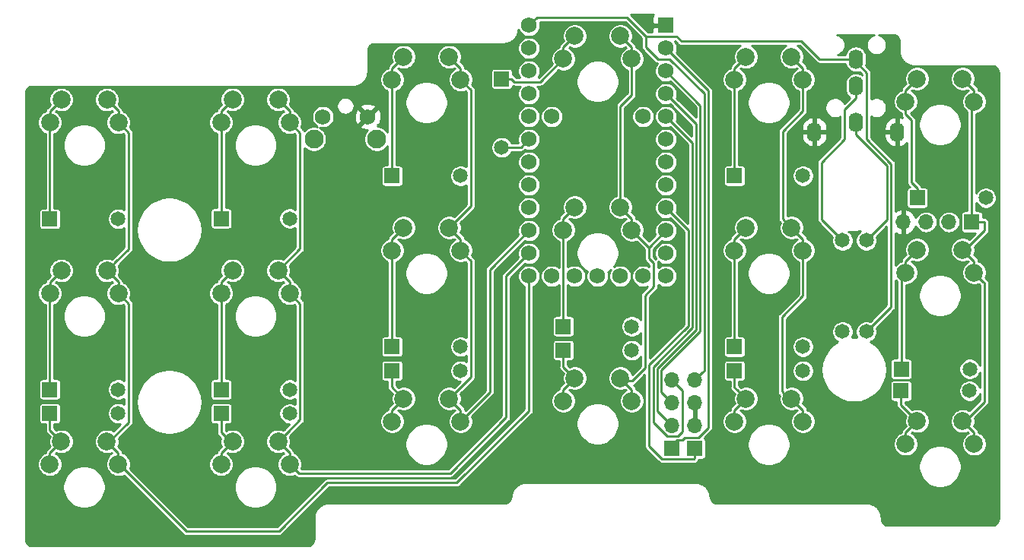
<source format=gbr>
G04 #@! TF.GenerationSoftware,KiCad,Pcbnew,(5.1.0)-1*
G04 #@! TF.CreationDate,2020-01-19T23:14:33+11:00*
G04 #@! TF.ProjectId,oddball,6f646462-616c-46c2-9e6b-696361645f70,rev?*
G04 #@! TF.SameCoordinates,Original*
G04 #@! TF.FileFunction,Copper,L2,Bot*
G04 #@! TF.FilePolarity,Positive*
%FSLAX46Y46*%
G04 Gerber Fmt 4.6, Leading zero omitted, Abs format (unit mm)*
G04 Created by KiCad (PCBNEW (5.1.0)-1) date 2020-01-19 23:14:33*
%MOMM*%
%LPD*%
G04 APERTURE LIST*
%ADD10C,2.000000*%
%ADD11O,1.700000X1.700000*%
%ADD12R,1.700000X1.700000*%
%ADD13C,1.752600*%
%ADD14R,1.752600X1.752600*%
%ADD15R,1.651000X1.651000*%
%ADD16C,1.651000*%
%ADD17O,1.600000X2.200000*%
%ADD18C,2.100000*%
%ADD19C,1.750000*%
%ADD20C,0.250000*%
%ADD21C,0.254000*%
G04 APERTURE END LIST*
D10*
X77990000Y-85350000D03*
X84340000Y-87890000D03*
X76720000Y-87890000D03*
X83070000Y-85350000D03*
X135130000Y-97340000D03*
X141480000Y-99880000D03*
X133860000Y-99880000D03*
X140210000Y-97340000D03*
X173230000Y-102120000D03*
X179580000Y-104660000D03*
X171960000Y-104660000D03*
X178310000Y-102120000D03*
X154180000Y-99630000D03*
X160530000Y-102170000D03*
X152910000Y-102170000D03*
X159260000Y-99630000D03*
X116080000Y-99620000D03*
X122430000Y-102160000D03*
X114810000Y-102160000D03*
X121160000Y-99620000D03*
X97050000Y-104390000D03*
X103400000Y-106930000D03*
X95780000Y-106930000D03*
X102130000Y-104390000D03*
X77980000Y-104390000D03*
X84330000Y-106930000D03*
X76710000Y-106930000D03*
X83060000Y-104390000D03*
X173230000Y-83040000D03*
X179580000Y-85580000D03*
X171960000Y-85580000D03*
X178310000Y-83040000D03*
X154180000Y-80570000D03*
X160530000Y-83110000D03*
X152910000Y-83110000D03*
X159260000Y-80570000D03*
X135130000Y-78300000D03*
X141480000Y-80840000D03*
X133860000Y-80840000D03*
X140210000Y-78300000D03*
X116080000Y-80570000D03*
X122430000Y-83110000D03*
X114810000Y-83110000D03*
X121160000Y-80570000D03*
X97050000Y-85340000D03*
X103400000Y-87880000D03*
X95780000Y-87880000D03*
X102130000Y-85340000D03*
X173230000Y-63990000D03*
X179580000Y-66530000D03*
X171960000Y-66530000D03*
X178310000Y-63990000D03*
X154180000Y-61540000D03*
X160530000Y-64080000D03*
X152910000Y-64080000D03*
X159260000Y-61540000D03*
X135130000Y-59220000D03*
X141480000Y-61760000D03*
X133860000Y-61760000D03*
X140210000Y-59220000D03*
X116080000Y-61540000D03*
X122430000Y-64080000D03*
X114810000Y-64080000D03*
X121160000Y-61540000D03*
X97050000Y-66290000D03*
X103400000Y-68830000D03*
X95780000Y-68830000D03*
X102130000Y-66290000D03*
X77990000Y-66300000D03*
X84340000Y-68840000D03*
X76720000Y-68840000D03*
X83070000Y-66300000D03*
D11*
X171680000Y-79930000D03*
X174220000Y-79930000D03*
X176760000Y-79930000D03*
D12*
X179300000Y-79930000D03*
D11*
X148480000Y-97550000D03*
X148480000Y-100090000D03*
X148480000Y-102630000D03*
D12*
X148480000Y-105170000D03*
D11*
X145940000Y-97550000D03*
X145940000Y-100090000D03*
X145940000Y-102630000D03*
D12*
X145940000Y-105170000D03*
D13*
X142730000Y-68190000D03*
X132570000Y-68190000D03*
X130030000Y-58030000D03*
X130030000Y-60570000D03*
X130030000Y-63110000D03*
X130030000Y-65650000D03*
X130030000Y-68190000D03*
X130030000Y-70730000D03*
X130030000Y-73270000D03*
X130030000Y-75810000D03*
X130030000Y-78350000D03*
X130030000Y-80890000D03*
X130030000Y-83430000D03*
X130030000Y-85970000D03*
X132570000Y-85970000D03*
X135110000Y-85970000D03*
X137650000Y-85970000D03*
X140190000Y-85970000D03*
X142730000Y-85970000D03*
X145270000Y-85970000D03*
X145270000Y-83430000D03*
X145270000Y-80890000D03*
X145270000Y-78350000D03*
X145270000Y-75810000D03*
X145270000Y-73270000D03*
X145270000Y-70730000D03*
X145270000Y-68190000D03*
X145270000Y-65650000D03*
X145270000Y-63110000D03*
X145270000Y-60570000D03*
D14*
X145270000Y-58030000D03*
D15*
X127000000Y-64000000D03*
D16*
X127000000Y-71620000D03*
D15*
X76710000Y-79590000D03*
D16*
X84330000Y-79590000D03*
D15*
X95780000Y-79550000D03*
D16*
X103400000Y-79550000D03*
D15*
X114800000Y-74800000D03*
D16*
X122420000Y-74800000D03*
D15*
X152910000Y-74790000D03*
D16*
X160530000Y-74790000D03*
D15*
X173250000Y-77250000D03*
D16*
X180870000Y-77250000D03*
D15*
X76710000Y-98600000D03*
D16*
X84330000Y-98600000D03*
D15*
X95780000Y-98610000D03*
D16*
X103400000Y-98610000D03*
D15*
X114800000Y-93830000D03*
D16*
X122420000Y-93830000D03*
D15*
X133860000Y-91570000D03*
D16*
X141480000Y-91570000D03*
D15*
X152910000Y-93840000D03*
D16*
X160530000Y-93840000D03*
D15*
X171460000Y-96320000D03*
D16*
X179080000Y-96320000D03*
D15*
X76710000Y-101270000D03*
D16*
X84330000Y-101270000D03*
D15*
X95780000Y-101280000D03*
D16*
X103400000Y-101280000D03*
D15*
X114800000Y-96510000D03*
D16*
X122420000Y-96510000D03*
D15*
X133860000Y-94230000D03*
D16*
X141480000Y-94230000D03*
D15*
X152910000Y-96520000D03*
D16*
X160530000Y-96520000D03*
D15*
X171440000Y-98750000D03*
D16*
X179060000Y-98750000D03*
D17*
X171000000Y-69900000D03*
X161800000Y-69900000D03*
X166400000Y-68800000D03*
X166400000Y-61800000D03*
X166400000Y-64800000D03*
D18*
X113100000Y-70700000D03*
D19*
X112100000Y-68210000D03*
X107100000Y-68210000D03*
D18*
X106090000Y-70700000D03*
D16*
X164930000Y-82000000D03*
X164930000Y-92160000D03*
X167570000Y-82000000D03*
X167570000Y-92160000D03*
D20*
X129140000Y-71620000D02*
X130030000Y-70730000D01*
X127000000Y-71620000D02*
X129140000Y-71620000D01*
X76710000Y-68850000D02*
X76720000Y-68840000D01*
X76710000Y-79590000D02*
X76710000Y-68850000D01*
X76720000Y-67570000D02*
X76720000Y-68840000D01*
X77990000Y-66300000D02*
X76720000Y-67570000D01*
X95780000Y-79550000D02*
X95780000Y-68830000D01*
X95780000Y-67560000D02*
X95780000Y-68830000D01*
X97050000Y-66290000D02*
X95780000Y-67560000D01*
X114800000Y-64090000D02*
X114810000Y-64080000D01*
X114800000Y-74800000D02*
X114800000Y-64090000D01*
X114810000Y-62810000D02*
X114810000Y-64080000D01*
X116080000Y-61540000D02*
X114810000Y-62810000D01*
X131308699Y-64311301D02*
X133860000Y-61760000D01*
X128386801Y-64311301D02*
X131308699Y-64311301D01*
X127000000Y-64000000D02*
X128075500Y-64000000D01*
X128075500Y-64000000D02*
X128386801Y-64311301D01*
X133860000Y-60490000D02*
X133860000Y-61760000D01*
X135130000Y-59220000D02*
X133860000Y-60490000D01*
X152910000Y-74790000D02*
X152910000Y-64080000D01*
X152910000Y-62810000D02*
X152910000Y-64080000D01*
X154180000Y-61540000D02*
X152910000Y-62810000D01*
X172615000Y-76865000D02*
X173000000Y-77250000D01*
X171960000Y-67944213D02*
X171960000Y-66530000D01*
X172615000Y-68599213D02*
X171960000Y-67944213D01*
X172615000Y-75539500D02*
X172615000Y-68599213D01*
X173250000Y-76174500D02*
X172615000Y-75539500D01*
X173250000Y-77250000D02*
X173250000Y-76174500D01*
X171960000Y-65260000D02*
X171960000Y-66530000D01*
X173230000Y-63990000D02*
X171960000Y-65260000D01*
X76710000Y-87900000D02*
X76720000Y-87890000D01*
X76710000Y-98600000D02*
X76710000Y-87900000D01*
X76720000Y-86620000D02*
X76720000Y-87890000D01*
X77990000Y-85350000D02*
X76720000Y-86620000D01*
X95780000Y-87805000D02*
X96435000Y-87150000D01*
X95780000Y-98610000D02*
X95780000Y-87805000D01*
X95780000Y-86610000D02*
X95780000Y-87880000D01*
X97050000Y-85340000D02*
X95780000Y-86610000D01*
X114800000Y-83120000D02*
X114810000Y-83110000D01*
X114800000Y-93830000D02*
X114800000Y-83120000D01*
X114810000Y-81840000D02*
X114810000Y-83110000D01*
X116080000Y-80570000D02*
X114810000Y-81840000D01*
X133860000Y-91570000D02*
X133860000Y-80840000D01*
X133860000Y-79570000D02*
X133860000Y-80840000D01*
X135130000Y-78300000D02*
X133860000Y-79570000D01*
X152910000Y-93840000D02*
X152910000Y-83110000D01*
X152910000Y-81840000D02*
X152910000Y-83110000D01*
X154180000Y-80570000D02*
X152910000Y-81840000D01*
X171460000Y-86080000D02*
X171960000Y-85580000D01*
X171460000Y-96320000D02*
X171460000Y-86080000D01*
X171960000Y-84310000D02*
X171960000Y-85580000D01*
X173230000Y-83040000D02*
X171960000Y-84310000D01*
X76710000Y-103120000D02*
X76710000Y-101270000D01*
X77980000Y-104390000D02*
X76710000Y-103120000D01*
X76710000Y-105660000D02*
X76710000Y-106930000D01*
X77980000Y-104390000D02*
X76710000Y-105660000D01*
X95780000Y-103390000D02*
X95780000Y-101280000D01*
X97070000Y-104680000D02*
X95780000Y-103390000D01*
X95780000Y-105660000D02*
X95780000Y-106930000D01*
X97050000Y-104390000D02*
X95780000Y-105660000D01*
X114800000Y-98340000D02*
X114800000Y-96510000D01*
X116080000Y-99620000D02*
X114800000Y-98340000D01*
X114810000Y-100890000D02*
X114810000Y-102160000D01*
X116080000Y-99620000D02*
X114810000Y-100890000D01*
X133860000Y-96070000D02*
X135130000Y-97340000D01*
X133860000Y-94230000D02*
X133860000Y-96070000D01*
X133860000Y-98610000D02*
X133860000Y-99880000D01*
X135130000Y-97340000D02*
X133860000Y-98610000D01*
X153180001Y-98630001D02*
X154180000Y-99630000D01*
X152910000Y-98360000D02*
X153180001Y-98630001D01*
X152910000Y-96520000D02*
X152910000Y-98360000D01*
X152910000Y-100900000D02*
X152910000Y-102170000D01*
X154180000Y-99630000D02*
X152910000Y-100900000D01*
X171440000Y-100330000D02*
X173230000Y-102120000D01*
X171440000Y-98750000D02*
X171440000Y-100330000D01*
X171960000Y-103390000D02*
X171960000Y-104660000D01*
X173230000Y-102120000D02*
X171960000Y-103390000D01*
X178290000Y-83330000D02*
X180730501Y-80889499D01*
X180691002Y-79930000D02*
X180730501Y-79969499D01*
X179300000Y-79930000D02*
X180691002Y-79930000D01*
X180730501Y-80889499D02*
X180730501Y-79969499D01*
X180579999Y-86579999D02*
X179580000Y-85580000D01*
X180730501Y-86730501D02*
X180579999Y-86579999D01*
X180730501Y-99969499D02*
X180730501Y-86730501D01*
X178290000Y-102410000D02*
X180730501Y-99969499D01*
X179300000Y-66810000D02*
X179580000Y-66530000D01*
X179300000Y-79930000D02*
X179300000Y-66810000D01*
X179580000Y-103390000D02*
X179580000Y-104660000D01*
X178310000Y-102120000D02*
X179580000Y-103390000D01*
X179580000Y-84310000D02*
X179580000Y-85580000D01*
X178310000Y-83040000D02*
X179580000Y-84310000D01*
X179580000Y-65260000D02*
X179580000Y-66530000D01*
X178310000Y-63990000D02*
X179580000Y-65260000D01*
X158260001Y-79570001D02*
X158260001Y-69829999D01*
X159260000Y-80570000D02*
X158260001Y-79570001D01*
X160530000Y-67560000D02*
X160530000Y-64080000D01*
X158260001Y-69829999D02*
X160530000Y-67560000D01*
X158165272Y-98845272D02*
X158165272Y-90534728D01*
X159240000Y-99920000D02*
X158165272Y-98845272D01*
X160530000Y-84524213D02*
X160530000Y-83110000D01*
X160530000Y-88170000D02*
X160530000Y-84524213D01*
X158165272Y-90534728D02*
X160530000Y-88170000D01*
X160530000Y-62810000D02*
X160530000Y-64080000D01*
X159260000Y-61540000D02*
X160530000Y-62810000D01*
X160530000Y-81840000D02*
X160530000Y-83110000D01*
X159260000Y-80570000D02*
X160530000Y-81840000D01*
X160530000Y-100900000D02*
X160530000Y-102170000D01*
X159260000Y-99630000D02*
X160530000Y-100900000D01*
X166400000Y-66150000D02*
X166400000Y-64800000D01*
X164930000Y-82000000D02*
X162602687Y-79672687D01*
X165175001Y-67374999D02*
X165175001Y-70724999D01*
X166400000Y-66150000D02*
X165175001Y-67374999D01*
X162602687Y-73297313D02*
X162602687Y-79672687D01*
X165175001Y-70724999D02*
X162602687Y-73297313D01*
X149329999Y-96700001D02*
X148480000Y-97550000D01*
X149550010Y-96479990D02*
X149329999Y-96700001D01*
X145709227Y-61771301D02*
X144371301Y-61771301D01*
X149550010Y-65612084D02*
X145709227Y-61771301D01*
X149550010Y-66750010D02*
X149550010Y-65612084D01*
X149550010Y-66750010D02*
X149550010Y-96479990D01*
X143051037Y-60451037D02*
X143051037Y-59248963D01*
X144371301Y-61771301D02*
X143051037Y-60451037D01*
X140955775Y-57153701D02*
X143051037Y-59248963D01*
X130906299Y-57153701D02*
X140955775Y-57153701D01*
X130030000Y-58030000D02*
X130906299Y-57153701D01*
X166400000Y-61800000D02*
X166400000Y-62100000D01*
X166400000Y-62100000D02*
X167624999Y-63324999D01*
X170347325Y-89382675D02*
X167570000Y-92160000D01*
X167624999Y-63324999D02*
X167624999Y-70738589D01*
X167624999Y-70738589D02*
X170347325Y-73460915D01*
X170347325Y-73460915D02*
X170347325Y-89382675D01*
X162350000Y-61800000D02*
X160350000Y-59800000D01*
X147002074Y-59800000D02*
X146451037Y-59248963D01*
X146451037Y-59248963D02*
X143051037Y-59248963D01*
X160350000Y-59800000D02*
X147002074Y-59800000D01*
X166400000Y-61800000D02*
X162350000Y-61800000D01*
X166400000Y-70150000D02*
X169897315Y-73647315D01*
X166400000Y-68800000D02*
X166400000Y-70150000D01*
X169897315Y-79672685D02*
X167570000Y-82000000D01*
X169897315Y-73647315D02*
X169897315Y-79672685D01*
X148480000Y-106270000D02*
X148480000Y-105170000D01*
X148404999Y-106345001D02*
X148480000Y-106270000D01*
X143414969Y-104929971D02*
X144829999Y-106345001D01*
X144829999Y-106345001D02*
X148404999Y-106345001D01*
X143414969Y-95875801D02*
X143414969Y-104929971D01*
X147749970Y-91540800D02*
X143414969Y-95875801D01*
X147749970Y-80829970D02*
X147749970Y-82250030D01*
X145270000Y-78350000D02*
X147749970Y-80829970D01*
X147749970Y-82250030D02*
X147749970Y-91540800D01*
X148854003Y-103994999D02*
X150000020Y-102848982D01*
X147369999Y-103994999D02*
X148854003Y-103994999D01*
X147109987Y-104255011D02*
X147369999Y-103994999D01*
X146544989Y-104255011D02*
X147109987Y-104255011D01*
X145940000Y-104860000D02*
X146544989Y-104255011D01*
X145940000Y-105170000D02*
X145940000Y-104860000D01*
X150000020Y-65300020D02*
X145270000Y-60570000D01*
X150000020Y-67599980D02*
X150000020Y-65300020D01*
X150000020Y-102848982D02*
X150000020Y-67599980D01*
X145090001Y-101780001D02*
X145940000Y-102630000D01*
X144314989Y-101004989D02*
X145090001Y-101780001D01*
X144314989Y-96248601D02*
X144314989Y-101004989D01*
X148649990Y-91913600D02*
X144314989Y-96248601D01*
X148649990Y-69029990D02*
X148649990Y-70849990D01*
X145270000Y-65650000D02*
X148649990Y-69029990D01*
X148649990Y-70849990D02*
X148649990Y-91913600D01*
X144764999Y-98914999D02*
X144764999Y-96435001D01*
X145940000Y-100090000D02*
X144764999Y-98914999D01*
X144764999Y-96435001D02*
X149100000Y-92100000D01*
X149099999Y-68999999D02*
X149100000Y-69000000D01*
X149099999Y-66939999D02*
X149099999Y-68999999D01*
X145270000Y-63110000D02*
X149099999Y-66939999D01*
X149100000Y-92100000D02*
X149100000Y-69000000D01*
X146789999Y-98399999D02*
X145940000Y-97550000D01*
X147115001Y-98725001D02*
X146789999Y-98399999D01*
X147115001Y-103284999D02*
X147115001Y-98725001D01*
X145375999Y-103805001D02*
X146594999Y-103805001D01*
X143864979Y-102293981D02*
X145375999Y-103805001D01*
X146594999Y-103805001D02*
X147115001Y-103284999D01*
X143864979Y-96062201D02*
X143864979Y-102293981D01*
X148199980Y-91727200D02*
X143864979Y-96062201D01*
X148199980Y-71119980D02*
X148199980Y-72900020D01*
X145270000Y-68190000D02*
X148199980Y-71119980D01*
X148199980Y-72900020D02*
X148199980Y-91727200D01*
X84069999Y-84350001D02*
X83070000Y-85350000D01*
X85480501Y-82939499D02*
X84069999Y-84350001D01*
X85480501Y-69980501D02*
X85480501Y-82939499D01*
X84340000Y-68840000D02*
X85480501Y-69980501D01*
X85480501Y-89030501D02*
X84340000Y-87890000D01*
X85480501Y-102239499D02*
X85480501Y-89030501D01*
X83040000Y-104680000D02*
X85480501Y-102239499D01*
X91875000Y-114400000D02*
X83675000Y-106200000D01*
X102200000Y-114400000D02*
X91875000Y-114400000D01*
X107600000Y-109000000D02*
X102200000Y-114400000D01*
X122000000Y-109000000D02*
X107600000Y-109000000D01*
X130030000Y-85970000D02*
X130030000Y-100970000D01*
X130030000Y-100970000D02*
X122000000Y-109000000D01*
X84340000Y-67570000D02*
X84340000Y-68840000D01*
X83070000Y-66300000D02*
X84340000Y-67570000D01*
X84340000Y-86620000D02*
X84340000Y-87890000D01*
X83070000Y-85350000D02*
X84340000Y-86620000D01*
X84330000Y-105660000D02*
X84330000Y-106930000D01*
X83060000Y-104390000D02*
X84330000Y-105660000D01*
X104550501Y-69980501D02*
X103400000Y-68830000D01*
X102130000Y-85340000D02*
X104550501Y-82919499D01*
X104550501Y-82919499D02*
X104550501Y-69980501D01*
X103129999Y-103390001D02*
X102130000Y-104390000D01*
X104550501Y-101969499D02*
X103129999Y-103390001D01*
X104550501Y-89030501D02*
X104550501Y-101969499D01*
X103400000Y-87880000D02*
X104550501Y-89030501D01*
X104399999Y-107929999D02*
X103400000Y-106930000D01*
X121280001Y-107929999D02*
X104399999Y-107929999D01*
X127500000Y-101710000D02*
X121280001Y-107929999D01*
X127500000Y-85960000D02*
X127500000Y-101710000D01*
X130030000Y-83430000D02*
X127500000Y-85960000D01*
X103400000Y-105660000D02*
X103400000Y-106930000D01*
X102130000Y-104390000D02*
X103400000Y-105660000D01*
X103400000Y-86610000D02*
X103400000Y-87880000D01*
X102130000Y-85340000D02*
X103400000Y-86610000D01*
X103400000Y-67560000D02*
X103400000Y-68830000D01*
X102130000Y-66290000D02*
X103400000Y-67560000D01*
X123570501Y-84250501D02*
X122430000Y-83110000D01*
X123570501Y-97209499D02*
X123570501Y-84250501D01*
X121160000Y-99620000D02*
X123570501Y-97209499D01*
X123570501Y-65220501D02*
X122430000Y-64080000D01*
X123570501Y-78159499D02*
X123570501Y-65220501D01*
X121160000Y-80570000D02*
X123570501Y-78159499D01*
X125695000Y-85225000D02*
X125695000Y-98895000D01*
X130030000Y-80890000D02*
X125695000Y-85225000D01*
X125695000Y-98895000D02*
X122430000Y-102160000D01*
X122430000Y-62810000D02*
X122430000Y-64080000D01*
X121160000Y-61540000D02*
X122430000Y-62810000D01*
X122430000Y-81840000D02*
X122430000Y-83110000D01*
X121160000Y-80570000D02*
X122430000Y-81840000D01*
X122430000Y-100890000D02*
X122430000Y-102160000D01*
X121160000Y-99620000D02*
X122430000Y-100890000D01*
X141542968Y-97630000D02*
X142964959Y-96208009D01*
X140190000Y-97630000D02*
X141542968Y-97630000D01*
X143931301Y-84531301D02*
X143400000Y-84000000D01*
X143400000Y-84000000D02*
X143400000Y-82685000D01*
X143475000Y-82685000D02*
X145270000Y-80890000D01*
X143400000Y-82685000D02*
X143475000Y-82685000D01*
X142964959Y-88097643D02*
X143931301Y-87131301D01*
X142964959Y-89964959D02*
X142964959Y-88097643D01*
X143931301Y-87131301D02*
X143931301Y-84531301D01*
X142964959Y-96208009D02*
X142964959Y-89964959D01*
X141480000Y-60490000D02*
X141480000Y-61760000D01*
X140210000Y-59220000D02*
X141480000Y-60490000D01*
X140210000Y-78300000D02*
X140210000Y-67040000D01*
X141480000Y-65770000D02*
X141480000Y-61760000D01*
X140210000Y-67040000D02*
X141480000Y-65770000D01*
X141480000Y-79570000D02*
X141480000Y-80840000D01*
X140210000Y-78300000D02*
X141480000Y-79570000D01*
X143325000Y-82685000D02*
X141480000Y-80840000D01*
X143400000Y-82685000D02*
X143325000Y-82685000D01*
X141480000Y-98610000D02*
X141480000Y-99880000D01*
X140210000Y-97340000D02*
X141480000Y-98610000D01*
D21*
G36*
X142545038Y-59458556D02*
G01*
X142545037Y-60426190D01*
X142542590Y-60451037D01*
X142545037Y-60475883D01*
X142545037Y-60475890D01*
X142552359Y-60550229D01*
X142581292Y-60645611D01*
X142628278Y-60733516D01*
X142691510Y-60810564D01*
X142710822Y-60826413D01*
X143995929Y-62111521D01*
X144011774Y-62130828D01*
X144088822Y-62194060D01*
X144176726Y-62241046D01*
X144234853Y-62258678D01*
X144272107Y-62269979D01*
X144281995Y-62270953D01*
X144326566Y-62275343D01*
X144293391Y-62308518D01*
X144155795Y-62514445D01*
X144061017Y-62743259D01*
X144012700Y-62986167D01*
X144012700Y-63233833D01*
X144061017Y-63476741D01*
X144155795Y-63705555D01*
X144293391Y-63911482D01*
X144468518Y-64086609D01*
X144674445Y-64224205D01*
X144903259Y-64318983D01*
X145146167Y-64367300D01*
X145393833Y-64367300D01*
X145636741Y-64318983D01*
X145726297Y-64281888D01*
X148593999Y-67149591D01*
X148594000Y-68258408D01*
X146441888Y-66106297D01*
X146478983Y-66016741D01*
X146527300Y-65773833D01*
X146527300Y-65526167D01*
X146478983Y-65283259D01*
X146384205Y-65054445D01*
X146246609Y-64848518D01*
X146071482Y-64673391D01*
X145865555Y-64535795D01*
X145636741Y-64441017D01*
X145393833Y-64392700D01*
X145146167Y-64392700D01*
X144903259Y-64441017D01*
X144674445Y-64535795D01*
X144468518Y-64673391D01*
X144293391Y-64848518D01*
X144155795Y-65054445D01*
X144061017Y-65283259D01*
X144012700Y-65526167D01*
X144012700Y-65773833D01*
X144061017Y-66016741D01*
X144155795Y-66245555D01*
X144293391Y-66451482D01*
X144468518Y-66626609D01*
X144674445Y-66764205D01*
X144903259Y-66858983D01*
X145146167Y-66907300D01*
X145393833Y-66907300D01*
X145636741Y-66858983D01*
X145726297Y-66821888D01*
X148143990Y-69239582D01*
X148143991Y-70348399D01*
X146441888Y-68646297D01*
X146478983Y-68556741D01*
X146527300Y-68313833D01*
X146527300Y-68066167D01*
X146478983Y-67823259D01*
X146384205Y-67594445D01*
X146246609Y-67388518D01*
X146071482Y-67213391D01*
X145865555Y-67075795D01*
X145636741Y-66981017D01*
X145393833Y-66932700D01*
X145146167Y-66932700D01*
X144903259Y-66981017D01*
X144674445Y-67075795D01*
X144468518Y-67213391D01*
X144293391Y-67388518D01*
X144155795Y-67594445D01*
X144061017Y-67823259D01*
X144012700Y-68066167D01*
X144012700Y-68313833D01*
X144061017Y-68556741D01*
X144155795Y-68785555D01*
X144293391Y-68991482D01*
X144468518Y-69166609D01*
X144674445Y-69304205D01*
X144903259Y-69398983D01*
X145146167Y-69447300D01*
X145393833Y-69447300D01*
X145636741Y-69398983D01*
X145726297Y-69361888D01*
X147693980Y-71329572D01*
X147693981Y-72875157D01*
X147693980Y-72875167D01*
X147693980Y-80058389D01*
X146441888Y-78806297D01*
X146478983Y-78716741D01*
X146527300Y-78473833D01*
X146527300Y-78226167D01*
X146478983Y-77983259D01*
X146384205Y-77754445D01*
X146246609Y-77548518D01*
X146071482Y-77373391D01*
X145865555Y-77235795D01*
X145636741Y-77141017D01*
X145393833Y-77092700D01*
X145146167Y-77092700D01*
X144903259Y-77141017D01*
X144674445Y-77235795D01*
X144468518Y-77373391D01*
X144293391Y-77548518D01*
X144155795Y-77754445D01*
X144061017Y-77983259D01*
X144012700Y-78226167D01*
X144012700Y-78473833D01*
X144061017Y-78716741D01*
X144155795Y-78945555D01*
X144293391Y-79151482D01*
X144468518Y-79326609D01*
X144674445Y-79464205D01*
X144903259Y-79558983D01*
X145146167Y-79607300D01*
X145393833Y-79607300D01*
X145636741Y-79558983D01*
X145726297Y-79521888D01*
X147243970Y-81039562D01*
X147243971Y-82225167D01*
X147243970Y-82225177D01*
X147243971Y-91331207D01*
X143470959Y-95104220D01*
X143470959Y-88307234D01*
X144271521Y-87506673D01*
X144290828Y-87490828D01*
X144354060Y-87413780D01*
X144401046Y-87325876D01*
X144429979Y-87230494D01*
X144437301Y-87156155D01*
X144437301Y-87156147D01*
X144439748Y-87131301D01*
X144437301Y-87106455D01*
X144437301Y-86915392D01*
X144468518Y-86946609D01*
X144674445Y-87084205D01*
X144903259Y-87178983D01*
X145146167Y-87227300D01*
X145393833Y-87227300D01*
X145636741Y-87178983D01*
X145865555Y-87084205D01*
X146071482Y-86946609D01*
X146246609Y-86771482D01*
X146384205Y-86565555D01*
X146478983Y-86336741D01*
X146527300Y-86093833D01*
X146527300Y-85846167D01*
X146478983Y-85603259D01*
X146384205Y-85374445D01*
X146246609Y-85168518D01*
X146071482Y-84993391D01*
X145865555Y-84855795D01*
X145636741Y-84761017D01*
X145393833Y-84712700D01*
X145146167Y-84712700D01*
X144903259Y-84761017D01*
X144674445Y-84855795D01*
X144468518Y-84993391D01*
X144437301Y-85024608D01*
X144437301Y-84556146D01*
X144439748Y-84531300D01*
X144437301Y-84506454D01*
X144437301Y-84506447D01*
X144429979Y-84432108D01*
X144402096Y-84340187D01*
X144468518Y-84406609D01*
X144674445Y-84544205D01*
X144903259Y-84638983D01*
X145146167Y-84687300D01*
X145393833Y-84687300D01*
X145636741Y-84638983D01*
X145865555Y-84544205D01*
X146071482Y-84406609D01*
X146246609Y-84231482D01*
X146384205Y-84025555D01*
X146478983Y-83796741D01*
X146527300Y-83553833D01*
X146527300Y-83306167D01*
X146478983Y-83063259D01*
X146384205Y-82834445D01*
X146246609Y-82628518D01*
X146071482Y-82453391D01*
X145865555Y-82315795D01*
X145636741Y-82221017D01*
X145393833Y-82172700D01*
X145146167Y-82172700D01*
X144903259Y-82221017D01*
X144674445Y-82315795D01*
X144468518Y-82453391D01*
X144293391Y-82628518D01*
X144155795Y-82834445D01*
X144061017Y-83063259D01*
X144012700Y-83306167D01*
X144012700Y-83553833D01*
X144061017Y-83796741D01*
X144155795Y-84025555D01*
X144185292Y-84069700D01*
X143906000Y-83790409D01*
X143906000Y-82969591D01*
X144813704Y-82061888D01*
X144903259Y-82098983D01*
X145146167Y-82147300D01*
X145393833Y-82147300D01*
X145636741Y-82098983D01*
X145865555Y-82004205D01*
X146071482Y-81866609D01*
X146246609Y-81691482D01*
X146384205Y-81485555D01*
X146478983Y-81256741D01*
X146527300Y-81013833D01*
X146527300Y-80766167D01*
X146478983Y-80523259D01*
X146384205Y-80294445D01*
X146246609Y-80088518D01*
X146071482Y-79913391D01*
X145865555Y-79775795D01*
X145636741Y-79681017D01*
X145393833Y-79632700D01*
X145146167Y-79632700D01*
X144903259Y-79681017D01*
X144674445Y-79775795D01*
X144468518Y-79913391D01*
X144293391Y-80088518D01*
X144155795Y-80294445D01*
X144061017Y-80523259D01*
X144012700Y-80766167D01*
X144012700Y-81013833D01*
X144061017Y-81256741D01*
X144098112Y-81346296D01*
X143400000Y-82044408D01*
X142746563Y-81390972D01*
X142807929Y-81242823D01*
X142861000Y-80976017D01*
X142861000Y-80703983D01*
X142807929Y-80437177D01*
X142703826Y-80185851D01*
X142552693Y-79959664D01*
X142360336Y-79767307D01*
X142134149Y-79616174D01*
X141986991Y-79555219D01*
X141986000Y-79545153D01*
X141986000Y-79545146D01*
X141978678Y-79470807D01*
X141976676Y-79464205D01*
X141949745Y-79375425D01*
X141916463Y-79313160D01*
X141902759Y-79287521D01*
X141839527Y-79210473D01*
X141820220Y-79194628D01*
X141476564Y-78850972D01*
X141537929Y-78702823D01*
X141591000Y-78436017D01*
X141591000Y-78163983D01*
X141537929Y-77897177D01*
X141433826Y-77645851D01*
X141282693Y-77419664D01*
X141090336Y-77227307D01*
X140864149Y-77076174D01*
X140716000Y-77014808D01*
X140716000Y-75686167D01*
X144012700Y-75686167D01*
X144012700Y-75933833D01*
X144061017Y-76176741D01*
X144155795Y-76405555D01*
X144293391Y-76611482D01*
X144468518Y-76786609D01*
X144674445Y-76924205D01*
X144903259Y-77018983D01*
X145146167Y-77067300D01*
X145393833Y-77067300D01*
X145636741Y-77018983D01*
X145865555Y-76924205D01*
X146071482Y-76786609D01*
X146246609Y-76611482D01*
X146384205Y-76405555D01*
X146478983Y-76176741D01*
X146527300Y-75933833D01*
X146527300Y-75686167D01*
X146478983Y-75443259D01*
X146384205Y-75214445D01*
X146246609Y-75008518D01*
X146071482Y-74833391D01*
X145865555Y-74695795D01*
X145636741Y-74601017D01*
X145393833Y-74552700D01*
X145146167Y-74552700D01*
X144903259Y-74601017D01*
X144674445Y-74695795D01*
X144468518Y-74833391D01*
X144293391Y-75008518D01*
X144155795Y-75214445D01*
X144061017Y-75443259D01*
X144012700Y-75686167D01*
X140716000Y-75686167D01*
X140716000Y-73146167D01*
X144012700Y-73146167D01*
X144012700Y-73393833D01*
X144061017Y-73636741D01*
X144155795Y-73865555D01*
X144293391Y-74071482D01*
X144468518Y-74246609D01*
X144674445Y-74384205D01*
X144903259Y-74478983D01*
X145146167Y-74527300D01*
X145393833Y-74527300D01*
X145636741Y-74478983D01*
X145865555Y-74384205D01*
X146071482Y-74246609D01*
X146246609Y-74071482D01*
X146384205Y-73865555D01*
X146478983Y-73636741D01*
X146527300Y-73393833D01*
X146527300Y-73146167D01*
X146478983Y-72903259D01*
X146384205Y-72674445D01*
X146246609Y-72468518D01*
X146071482Y-72293391D01*
X145865555Y-72155795D01*
X145636741Y-72061017D01*
X145393833Y-72012700D01*
X145146167Y-72012700D01*
X144903259Y-72061017D01*
X144674445Y-72155795D01*
X144468518Y-72293391D01*
X144293391Y-72468518D01*
X144155795Y-72674445D01*
X144061017Y-72903259D01*
X144012700Y-73146167D01*
X140716000Y-73146167D01*
X140716000Y-70606167D01*
X144012700Y-70606167D01*
X144012700Y-70853833D01*
X144061017Y-71096741D01*
X144155795Y-71325555D01*
X144293391Y-71531482D01*
X144468518Y-71706609D01*
X144674445Y-71844205D01*
X144903259Y-71938983D01*
X145146167Y-71987300D01*
X145393833Y-71987300D01*
X145636741Y-71938983D01*
X145865555Y-71844205D01*
X146071482Y-71706609D01*
X146246609Y-71531482D01*
X146384205Y-71325555D01*
X146478983Y-71096741D01*
X146527300Y-70853833D01*
X146527300Y-70606167D01*
X146478983Y-70363259D01*
X146384205Y-70134445D01*
X146246609Y-69928518D01*
X146071482Y-69753391D01*
X145865555Y-69615795D01*
X145636741Y-69521017D01*
X145393833Y-69472700D01*
X145146167Y-69472700D01*
X144903259Y-69521017D01*
X144674445Y-69615795D01*
X144468518Y-69753391D01*
X144293391Y-69928518D01*
X144155795Y-70134445D01*
X144061017Y-70363259D01*
X144012700Y-70606167D01*
X140716000Y-70606167D01*
X140716000Y-68066167D01*
X141472700Y-68066167D01*
X141472700Y-68313833D01*
X141521017Y-68556741D01*
X141615795Y-68785555D01*
X141753391Y-68991482D01*
X141928518Y-69166609D01*
X142134445Y-69304205D01*
X142363259Y-69398983D01*
X142606167Y-69447300D01*
X142853833Y-69447300D01*
X143096741Y-69398983D01*
X143325555Y-69304205D01*
X143531482Y-69166609D01*
X143706609Y-68991482D01*
X143844205Y-68785555D01*
X143938983Y-68556741D01*
X143987300Y-68313833D01*
X143987300Y-68066167D01*
X143938983Y-67823259D01*
X143844205Y-67594445D01*
X143706609Y-67388518D01*
X143531482Y-67213391D01*
X143325555Y-67075795D01*
X143096741Y-66981017D01*
X142853833Y-66932700D01*
X142606167Y-66932700D01*
X142363259Y-66981017D01*
X142134445Y-67075795D01*
X141928518Y-67213391D01*
X141753391Y-67388518D01*
X141615795Y-67594445D01*
X141521017Y-67823259D01*
X141472700Y-68066167D01*
X140716000Y-68066167D01*
X140716000Y-67249591D01*
X141820220Y-66145372D01*
X141839527Y-66129527D01*
X141902759Y-66052479D01*
X141949745Y-65964575D01*
X141960089Y-65930474D01*
X141978678Y-65869194D01*
X141982914Y-65826182D01*
X141986000Y-65794854D01*
X141986000Y-65794847D01*
X141988447Y-65770001D01*
X141986000Y-65745155D01*
X141986000Y-63045192D01*
X142134149Y-62983826D01*
X142360336Y-62832693D01*
X142552693Y-62640336D01*
X142703826Y-62414149D01*
X142807929Y-62162823D01*
X142861000Y-61896017D01*
X142861000Y-61623983D01*
X142807929Y-61357177D01*
X142703826Y-61105851D01*
X142552693Y-60879664D01*
X142360336Y-60687307D01*
X142134149Y-60536174D01*
X141986991Y-60475219D01*
X141986000Y-60465153D01*
X141986000Y-60465146D01*
X141978678Y-60390807D01*
X141975097Y-60379000D01*
X141949745Y-60295425D01*
X141941516Y-60280030D01*
X141902759Y-60207521D01*
X141839527Y-60130473D01*
X141820220Y-60114628D01*
X141476564Y-59770972D01*
X141537929Y-59622823D01*
X141591000Y-59356017D01*
X141591000Y-59083983D01*
X141537929Y-58817177D01*
X141433826Y-58565851D01*
X141282693Y-58339664D01*
X141090336Y-58147307D01*
X140864149Y-57996174D01*
X140612823Y-57892071D01*
X140346017Y-57839000D01*
X140073983Y-57839000D01*
X139807177Y-57892071D01*
X139555851Y-57996174D01*
X139329664Y-58147307D01*
X139137307Y-58339664D01*
X138986174Y-58565851D01*
X138882071Y-58817177D01*
X138829000Y-59083983D01*
X138829000Y-59356017D01*
X138882071Y-59622823D01*
X138986174Y-59874149D01*
X139137307Y-60100336D01*
X139329664Y-60292693D01*
X139555851Y-60443826D01*
X139807177Y-60547929D01*
X140073983Y-60601000D01*
X140346017Y-60601000D01*
X140612823Y-60547929D01*
X140760972Y-60486564D01*
X140816698Y-60542290D01*
X140599664Y-60687307D01*
X140407307Y-60879664D01*
X140256174Y-61105851D01*
X140152071Y-61357177D01*
X140099000Y-61623983D01*
X140099000Y-61896017D01*
X140152071Y-62162823D01*
X140256174Y-62414149D01*
X140407307Y-62640336D01*
X140599664Y-62832693D01*
X140825851Y-62983826D01*
X140974001Y-63045192D01*
X140974000Y-65560408D01*
X139869780Y-66664629D01*
X139850474Y-66680473D01*
X139787242Y-66757521D01*
X139772476Y-66785146D01*
X139740255Y-66845426D01*
X139711322Y-66940808D01*
X139701553Y-67040000D01*
X139704001Y-67064856D01*
X139704000Y-77014808D01*
X139555851Y-77076174D01*
X139329664Y-77227307D01*
X139137307Y-77419664D01*
X138986174Y-77645851D01*
X138882071Y-77897177D01*
X138829000Y-78163983D01*
X138829000Y-78436017D01*
X138882071Y-78702823D01*
X138986174Y-78954149D01*
X139137307Y-79180336D01*
X139329664Y-79372693D01*
X139555851Y-79523826D01*
X139807177Y-79627929D01*
X140073983Y-79681000D01*
X140346017Y-79681000D01*
X140612823Y-79627929D01*
X140760972Y-79566564D01*
X140816698Y-79622290D01*
X140599664Y-79767307D01*
X140407307Y-79959664D01*
X140256174Y-80185851D01*
X140152071Y-80437177D01*
X140099000Y-80703983D01*
X140099000Y-80976017D01*
X140152071Y-81242823D01*
X140256174Y-81494149D01*
X140407307Y-81720336D01*
X140599664Y-81912693D01*
X140825851Y-82063826D01*
X141077177Y-82167929D01*
X141343983Y-82221000D01*
X141616017Y-82221000D01*
X141882823Y-82167929D01*
X142030972Y-82106563D01*
X142894001Y-82969593D01*
X142894000Y-83975153D01*
X142891553Y-84000000D01*
X142894000Y-84024846D01*
X142894000Y-84024853D01*
X142901322Y-84099192D01*
X142930255Y-84194574D01*
X142977241Y-84282479D01*
X143040473Y-84359527D01*
X143059785Y-84375376D01*
X143425302Y-84740894D01*
X143425302Y-84922444D01*
X143325555Y-84855795D01*
X143096741Y-84761017D01*
X142853833Y-84712700D01*
X142606167Y-84712700D01*
X142363259Y-84761017D01*
X142134445Y-84855795D01*
X141928518Y-84993391D01*
X141753391Y-85168518D01*
X141615795Y-85374445D01*
X141521017Y-85603259D01*
X141472700Y-85846167D01*
X141472700Y-86093833D01*
X141521017Y-86336741D01*
X141615795Y-86565555D01*
X141753391Y-86771482D01*
X141928518Y-86946609D01*
X142134445Y-87084205D01*
X142363259Y-87178983D01*
X142606167Y-87227300D01*
X142853833Y-87227300D01*
X143096741Y-87178983D01*
X143218435Y-87128576D01*
X142624739Y-87722272D01*
X142605433Y-87738116D01*
X142542201Y-87815164D01*
X142517086Y-87862151D01*
X142495214Y-87903069D01*
X142466281Y-87998451D01*
X142456512Y-88097643D01*
X142458960Y-88122499D01*
X142458959Y-89989812D01*
X142458960Y-89989822D01*
X142458960Y-90863474D01*
X142417150Y-90800901D01*
X142249099Y-90632850D01*
X142051492Y-90500813D01*
X141831923Y-90409865D01*
X141598830Y-90363500D01*
X141361170Y-90363500D01*
X141128077Y-90409865D01*
X140908508Y-90500813D01*
X140710901Y-90632850D01*
X140542850Y-90800901D01*
X140410813Y-90998508D01*
X140319865Y-91218077D01*
X140273500Y-91451170D01*
X140273500Y-91688830D01*
X140319865Y-91921923D01*
X140410813Y-92141492D01*
X140542850Y-92339099D01*
X140710901Y-92507150D01*
X140908508Y-92639187D01*
X141128077Y-92730135D01*
X141361170Y-92776500D01*
X141598830Y-92776500D01*
X141831923Y-92730135D01*
X142051492Y-92639187D01*
X142249099Y-92507150D01*
X142417150Y-92339099D01*
X142458960Y-92276527D01*
X142458959Y-93523473D01*
X142417150Y-93460901D01*
X142249099Y-93292850D01*
X142051492Y-93160813D01*
X141831923Y-93069865D01*
X141598830Y-93023500D01*
X141361170Y-93023500D01*
X141128077Y-93069865D01*
X140908508Y-93160813D01*
X140710901Y-93292850D01*
X140542850Y-93460901D01*
X140410813Y-93658508D01*
X140319865Y-93878077D01*
X140273500Y-94111170D01*
X140273500Y-94348830D01*
X140319865Y-94581923D01*
X140410813Y-94801492D01*
X140542850Y-94999099D01*
X140710901Y-95167150D01*
X140908508Y-95299187D01*
X141128077Y-95390135D01*
X141361170Y-95436500D01*
X141598830Y-95436500D01*
X141831923Y-95390135D01*
X142051492Y-95299187D01*
X142249099Y-95167150D01*
X142417150Y-94999099D01*
X142458959Y-94936527D01*
X142458959Y-95998417D01*
X141532736Y-96924641D01*
X141433826Y-96685851D01*
X141282693Y-96459664D01*
X141090336Y-96267307D01*
X140864149Y-96116174D01*
X140612823Y-96012071D01*
X140346017Y-95959000D01*
X140073983Y-95959000D01*
X139807177Y-96012071D01*
X139555851Y-96116174D01*
X139329664Y-96267307D01*
X139137307Y-96459664D01*
X138986174Y-96685851D01*
X138882071Y-96937177D01*
X138829000Y-97203983D01*
X138829000Y-97476017D01*
X138882071Y-97742823D01*
X138986174Y-97994149D01*
X139137307Y-98220336D01*
X139329664Y-98412693D01*
X139555851Y-98563826D01*
X139807177Y-98667929D01*
X140073983Y-98721000D01*
X140346017Y-98721000D01*
X140612823Y-98667929D01*
X140760972Y-98606564D01*
X140816698Y-98662290D01*
X140599664Y-98807307D01*
X140407307Y-98999664D01*
X140256174Y-99225851D01*
X140152071Y-99477177D01*
X140099000Y-99743983D01*
X140099000Y-100016017D01*
X140152071Y-100282823D01*
X140256174Y-100534149D01*
X140407307Y-100760336D01*
X140599664Y-100952693D01*
X140825851Y-101103826D01*
X141077177Y-101207929D01*
X141343983Y-101261000D01*
X141616017Y-101261000D01*
X141882823Y-101207929D01*
X142134149Y-101103826D01*
X142360336Y-100952693D01*
X142552693Y-100760336D01*
X142703826Y-100534149D01*
X142807929Y-100282823D01*
X142861000Y-100016017D01*
X142861000Y-99743983D01*
X142807929Y-99477177D01*
X142703826Y-99225851D01*
X142552693Y-98999664D01*
X142360336Y-98807307D01*
X142134149Y-98656174D01*
X141986991Y-98595219D01*
X141986000Y-98585153D01*
X141986000Y-98585146D01*
X141978678Y-98510807D01*
X141975155Y-98499191D01*
X141949745Y-98415425D01*
X141944800Y-98406174D01*
X141902759Y-98327521D01*
X141839527Y-98250473D01*
X141820220Y-98234628D01*
X141697487Y-98111895D01*
X141737543Y-98099745D01*
X141825447Y-98052759D01*
X141902495Y-97989527D01*
X141918344Y-97970215D01*
X142908969Y-96979591D01*
X142908970Y-104905115D01*
X142906522Y-104929971D01*
X142916291Y-105029163D01*
X142945224Y-105124545D01*
X142945225Y-105124546D01*
X142992211Y-105212450D01*
X143055443Y-105289498D01*
X143074749Y-105305343D01*
X144454627Y-106685221D01*
X144470472Y-106704528D01*
X144547520Y-106767760D01*
X144635168Y-106814609D01*
X144635424Y-106814746D01*
X144730806Y-106843679D01*
X144829999Y-106853449D01*
X144854853Y-106851001D01*
X148380153Y-106851001D01*
X148404999Y-106853448D01*
X148429845Y-106851001D01*
X148429853Y-106851001D01*
X148504192Y-106843679D01*
X148599574Y-106814746D01*
X148687478Y-106767760D01*
X148764526Y-106704528D01*
X148780375Y-106685216D01*
X148820215Y-106645376D01*
X148839527Y-106629527D01*
X148902759Y-106552479D01*
X148949745Y-106464575D01*
X148968471Y-106402843D01*
X149330000Y-106402843D01*
X149404689Y-106395487D01*
X149476508Y-106373701D01*
X149542696Y-106338322D01*
X149600711Y-106290711D01*
X149648322Y-106232696D01*
X149683701Y-106166508D01*
X149705487Y-106094689D01*
X149712843Y-106020000D01*
X149712843Y-104476093D01*
X154345100Y-104476093D01*
X154345100Y-104943907D01*
X154436366Y-105402733D01*
X154615391Y-105834937D01*
X154875295Y-106223910D01*
X155206090Y-106554705D01*
X155595063Y-106814609D01*
X156027267Y-106993634D01*
X156486093Y-107084900D01*
X156953907Y-107084900D01*
X157412733Y-106993634D01*
X157479222Y-106966093D01*
X173395100Y-106966093D01*
X173395100Y-107433907D01*
X173486366Y-107892733D01*
X173665391Y-108324937D01*
X173925295Y-108713910D01*
X174256090Y-109044705D01*
X174645063Y-109304609D01*
X175077267Y-109483634D01*
X175536093Y-109574900D01*
X176003907Y-109574900D01*
X176462733Y-109483634D01*
X176894937Y-109304609D01*
X177283910Y-109044705D01*
X177614705Y-108713910D01*
X177874609Y-108324937D01*
X178053634Y-107892733D01*
X178144900Y-107433907D01*
X178144900Y-106966093D01*
X178053634Y-106507267D01*
X177874609Y-106075063D01*
X177614705Y-105686090D01*
X177283910Y-105355295D01*
X176894937Y-105095391D01*
X176462733Y-104916366D01*
X176003907Y-104825100D01*
X175536093Y-104825100D01*
X175077267Y-104916366D01*
X174645063Y-105095391D01*
X174256090Y-105355295D01*
X173925295Y-105686090D01*
X173665391Y-106075063D01*
X173486366Y-106507267D01*
X173395100Y-106966093D01*
X157479222Y-106966093D01*
X157844937Y-106814609D01*
X158233910Y-106554705D01*
X158564705Y-106223910D01*
X158824609Y-105834937D01*
X159003634Y-105402733D01*
X159094900Y-104943907D01*
X159094900Y-104476093D01*
X159003634Y-104017267D01*
X158824609Y-103585063D01*
X158564705Y-103196090D01*
X158233910Y-102865295D01*
X157844937Y-102605391D01*
X157412733Y-102426366D01*
X156953907Y-102335100D01*
X156486093Y-102335100D01*
X156027267Y-102426366D01*
X155595063Y-102605391D01*
X155206090Y-102865295D01*
X154875295Y-103196090D01*
X154615391Y-103585063D01*
X154436366Y-104017267D01*
X154345100Y-104476093D01*
X149712843Y-104476093D01*
X149712843Y-104320000D01*
X149705487Y-104245311D01*
X149683701Y-104173492D01*
X149648322Y-104107304D01*
X149600711Y-104049289D01*
X149553801Y-104010792D01*
X150340240Y-103224354D01*
X150359547Y-103208509D01*
X150422779Y-103131461D01*
X150469765Y-103043557D01*
X150498698Y-102948175D01*
X150506020Y-102873836D01*
X150506020Y-102873835D01*
X150508468Y-102848982D01*
X150506020Y-102824128D01*
X150506020Y-102033983D01*
X151529000Y-102033983D01*
X151529000Y-102306017D01*
X151582071Y-102572823D01*
X151686174Y-102824149D01*
X151837307Y-103050336D01*
X152029664Y-103242693D01*
X152255851Y-103393826D01*
X152507177Y-103497929D01*
X152773983Y-103551000D01*
X153046017Y-103551000D01*
X153312823Y-103497929D01*
X153564149Y-103393826D01*
X153790336Y-103242693D01*
X153982693Y-103050336D01*
X154133826Y-102824149D01*
X154237929Y-102572823D01*
X154291000Y-102306017D01*
X154291000Y-102033983D01*
X154237929Y-101767177D01*
X154133826Y-101515851D01*
X153982693Y-101289664D01*
X153790336Y-101097307D01*
X153573302Y-100952290D01*
X153629028Y-100896563D01*
X153777177Y-100957929D01*
X154043983Y-101011000D01*
X154316017Y-101011000D01*
X154582823Y-100957929D01*
X154834149Y-100853826D01*
X155060336Y-100702693D01*
X155252693Y-100510336D01*
X155403826Y-100284149D01*
X155507929Y-100032823D01*
X155561000Y-99766017D01*
X155561000Y-99493983D01*
X155507929Y-99227177D01*
X155403826Y-98975851D01*
X155252693Y-98749664D01*
X155060336Y-98557307D01*
X154834149Y-98406174D01*
X154582823Y-98302071D01*
X154316017Y-98249000D01*
X154043983Y-98249000D01*
X153777177Y-98302071D01*
X153629028Y-98363437D01*
X153416000Y-98150409D01*
X153416000Y-97728343D01*
X153735500Y-97728343D01*
X153810189Y-97720987D01*
X153882008Y-97699201D01*
X153948196Y-97663822D01*
X154006211Y-97616211D01*
X154053822Y-97558196D01*
X154089201Y-97492008D01*
X154110987Y-97420189D01*
X154118343Y-97345500D01*
X154118343Y-95694500D01*
X154110987Y-95619811D01*
X154089201Y-95547992D01*
X154053822Y-95481804D01*
X154006211Y-95423789D01*
X153948196Y-95376178D01*
X153882008Y-95340799D01*
X153810189Y-95319013D01*
X153735500Y-95311657D01*
X152084500Y-95311657D01*
X152009811Y-95319013D01*
X151937992Y-95340799D01*
X151871804Y-95376178D01*
X151813789Y-95423789D01*
X151766178Y-95481804D01*
X151730799Y-95547992D01*
X151709013Y-95619811D01*
X151701657Y-95694500D01*
X151701657Y-97345500D01*
X151709013Y-97420189D01*
X151730799Y-97492008D01*
X151766178Y-97558196D01*
X151813789Y-97616211D01*
X151871804Y-97663822D01*
X151937992Y-97699201D01*
X152009811Y-97720987D01*
X152084500Y-97728343D01*
X152404001Y-97728343D01*
X152404001Y-98335144D01*
X152401553Y-98360000D01*
X152411322Y-98459192D01*
X152440255Y-98554574D01*
X152453039Y-98578491D01*
X152487242Y-98642479D01*
X152550474Y-98719527D01*
X152569781Y-98735372D01*
X152913437Y-99079028D01*
X152852071Y-99227177D01*
X152799000Y-99493983D01*
X152799000Y-99766017D01*
X152852071Y-100032823D01*
X152913437Y-100180972D01*
X152569785Y-100524624D01*
X152550473Y-100540473D01*
X152487241Y-100617521D01*
X152440255Y-100705426D01*
X152411322Y-100800808D01*
X152404000Y-100875147D01*
X152404000Y-100875154D01*
X152403009Y-100885219D01*
X152255851Y-100946174D01*
X152029664Y-101097307D01*
X151837307Y-101289664D01*
X151686174Y-101515851D01*
X151582071Y-101767177D01*
X151529000Y-102033983D01*
X150506020Y-102033983D01*
X150506020Y-82973983D01*
X151529000Y-82973983D01*
X151529000Y-83246017D01*
X151582071Y-83512823D01*
X151686174Y-83764149D01*
X151837307Y-83990336D01*
X152029664Y-84182693D01*
X152255851Y-84333826D01*
X152404001Y-84395192D01*
X152404000Y-92631657D01*
X152084500Y-92631657D01*
X152009811Y-92639013D01*
X151937992Y-92660799D01*
X151871804Y-92696178D01*
X151813789Y-92743789D01*
X151766178Y-92801804D01*
X151730799Y-92867992D01*
X151709013Y-92939811D01*
X151701657Y-93014500D01*
X151701657Y-94665500D01*
X151709013Y-94740189D01*
X151730799Y-94812008D01*
X151766178Y-94878196D01*
X151813789Y-94936211D01*
X151871804Y-94983822D01*
X151937992Y-95019201D01*
X152009811Y-95040987D01*
X152084500Y-95048343D01*
X153735500Y-95048343D01*
X153810189Y-95040987D01*
X153882008Y-95019201D01*
X153948196Y-94983822D01*
X154006211Y-94936211D01*
X154053822Y-94878196D01*
X154089201Y-94812008D01*
X154110987Y-94740189D01*
X154118343Y-94665500D01*
X154118343Y-93014500D01*
X154110987Y-92939811D01*
X154089201Y-92867992D01*
X154053822Y-92801804D01*
X154006211Y-92743789D01*
X153948196Y-92696178D01*
X153882008Y-92660799D01*
X153810189Y-92639013D01*
X153735500Y-92631657D01*
X153416000Y-92631657D01*
X153416000Y-85416093D01*
X154345100Y-85416093D01*
X154345100Y-85883907D01*
X154436366Y-86342733D01*
X154615391Y-86774937D01*
X154875295Y-87163910D01*
X155206090Y-87494705D01*
X155595063Y-87754609D01*
X156027267Y-87933634D01*
X156486093Y-88024900D01*
X156953907Y-88024900D01*
X157412733Y-87933634D01*
X157844937Y-87754609D01*
X158233910Y-87494705D01*
X158564705Y-87163910D01*
X158824609Y-86774937D01*
X159003634Y-86342733D01*
X159094900Y-85883907D01*
X159094900Y-85416093D01*
X159003634Y-84957267D01*
X158824609Y-84525063D01*
X158564705Y-84136090D01*
X158233910Y-83805295D01*
X157844937Y-83545391D01*
X157412733Y-83366366D01*
X156953907Y-83275100D01*
X156486093Y-83275100D01*
X156027267Y-83366366D01*
X155595063Y-83545391D01*
X155206090Y-83805295D01*
X154875295Y-84136090D01*
X154615391Y-84525063D01*
X154436366Y-84957267D01*
X154345100Y-85416093D01*
X153416000Y-85416093D01*
X153416000Y-84395192D01*
X153564149Y-84333826D01*
X153790336Y-84182693D01*
X153982693Y-83990336D01*
X154133826Y-83764149D01*
X154237929Y-83512823D01*
X154291000Y-83246017D01*
X154291000Y-82973983D01*
X154237929Y-82707177D01*
X154133826Y-82455851D01*
X153982693Y-82229664D01*
X153790336Y-82037307D01*
X153573302Y-81892290D01*
X153629028Y-81836563D01*
X153777177Y-81897929D01*
X154043983Y-81951000D01*
X154316017Y-81951000D01*
X154582823Y-81897929D01*
X154834149Y-81793826D01*
X155060336Y-81642693D01*
X155252693Y-81450336D01*
X155403826Y-81224149D01*
X155507929Y-80972823D01*
X155561000Y-80706017D01*
X155561000Y-80433983D01*
X155507929Y-80167177D01*
X155403826Y-79915851D01*
X155252693Y-79689664D01*
X155060336Y-79497307D01*
X154834149Y-79346174D01*
X154582823Y-79242071D01*
X154316017Y-79189000D01*
X154043983Y-79189000D01*
X153777177Y-79242071D01*
X153525851Y-79346174D01*
X153299664Y-79497307D01*
X153107307Y-79689664D01*
X152956174Y-79915851D01*
X152852071Y-80167177D01*
X152799000Y-80433983D01*
X152799000Y-80706017D01*
X152852071Y-80972823D01*
X152913437Y-81120972D01*
X152569785Y-81464624D01*
X152550473Y-81480473D01*
X152487241Y-81557521D01*
X152440255Y-81645426D01*
X152411322Y-81740808D01*
X152404000Y-81815147D01*
X152404000Y-81815154D01*
X152403009Y-81825219D01*
X152255851Y-81886174D01*
X152029664Y-82037307D01*
X151837307Y-82229664D01*
X151686174Y-82455851D01*
X151582071Y-82707177D01*
X151529000Y-82973983D01*
X150506020Y-82973983D01*
X150506020Y-65324865D01*
X150508467Y-65300019D01*
X150506020Y-65275173D01*
X150506020Y-65275166D01*
X150498698Y-65200827D01*
X150495936Y-65191720D01*
X150486765Y-65161488D01*
X150469765Y-65105445D01*
X150422779Y-65017541D01*
X150359547Y-64940493D01*
X150340240Y-64924648D01*
X146441888Y-61026297D01*
X146478983Y-60936741D01*
X146527300Y-60693833D01*
X146527300Y-60446167D01*
X146478983Y-60203259D01*
X146384205Y-59974445D01*
X146246609Y-59768518D01*
X146233054Y-59754963D01*
X146241446Y-59754963D01*
X146626702Y-60140220D01*
X146642547Y-60159527D01*
X146719595Y-60222759D01*
X146807499Y-60269745D01*
X146902881Y-60298678D01*
X146977220Y-60306000D01*
X146977228Y-60306000D01*
X147002074Y-60308447D01*
X147026920Y-60306000D01*
X153550413Y-60306000D01*
X153525851Y-60316174D01*
X153299664Y-60467307D01*
X153107307Y-60659664D01*
X152956174Y-60885851D01*
X152852071Y-61137177D01*
X152799000Y-61403983D01*
X152799000Y-61676017D01*
X152852071Y-61942823D01*
X152913437Y-62090972D01*
X152569785Y-62434624D01*
X152550473Y-62450473D01*
X152487241Y-62527521D01*
X152440255Y-62615426D01*
X152411322Y-62710808D01*
X152404000Y-62785147D01*
X152404000Y-62785154D01*
X152403009Y-62795219D01*
X152255851Y-62856174D01*
X152029664Y-63007307D01*
X151837307Y-63199664D01*
X151686174Y-63425851D01*
X151582071Y-63677177D01*
X151529000Y-63943983D01*
X151529000Y-64216017D01*
X151582071Y-64482823D01*
X151686174Y-64734149D01*
X151837307Y-64960336D01*
X152029664Y-65152693D01*
X152255851Y-65303826D01*
X152404001Y-65365192D01*
X152404000Y-73581657D01*
X152084500Y-73581657D01*
X152009811Y-73589013D01*
X151937992Y-73610799D01*
X151871804Y-73646178D01*
X151813789Y-73693789D01*
X151766178Y-73751804D01*
X151730799Y-73817992D01*
X151709013Y-73889811D01*
X151701657Y-73964500D01*
X151701657Y-75615500D01*
X151709013Y-75690189D01*
X151730799Y-75762008D01*
X151766178Y-75828196D01*
X151813789Y-75886211D01*
X151871804Y-75933822D01*
X151937992Y-75969201D01*
X152009811Y-75990987D01*
X152084500Y-75998343D01*
X153735500Y-75998343D01*
X153810189Y-75990987D01*
X153882008Y-75969201D01*
X153948196Y-75933822D01*
X154006211Y-75886211D01*
X154053822Y-75828196D01*
X154089201Y-75762008D01*
X154110987Y-75690189D01*
X154118343Y-75615500D01*
X154118343Y-73964500D01*
X154110987Y-73889811D01*
X154089201Y-73817992D01*
X154053822Y-73751804D01*
X154006211Y-73693789D01*
X153948196Y-73646178D01*
X153882008Y-73610799D01*
X153810189Y-73589013D01*
X153735500Y-73581657D01*
X153416000Y-73581657D01*
X153416000Y-66386093D01*
X154345100Y-66386093D01*
X154345100Y-66853907D01*
X154436366Y-67312733D01*
X154615391Y-67744937D01*
X154875295Y-68133910D01*
X155206090Y-68464705D01*
X155595063Y-68724609D01*
X156027267Y-68903634D01*
X156486093Y-68994900D01*
X156953907Y-68994900D01*
X157412733Y-68903634D01*
X157844937Y-68724609D01*
X158233910Y-68464705D01*
X158564705Y-68133910D01*
X158824609Y-67744937D01*
X159003634Y-67312733D01*
X159094900Y-66853907D01*
X159094900Y-66386093D01*
X159003634Y-65927267D01*
X158824609Y-65495063D01*
X158564705Y-65106090D01*
X158233910Y-64775295D01*
X157844937Y-64515391D01*
X157412733Y-64336366D01*
X156953907Y-64245100D01*
X156486093Y-64245100D01*
X156027267Y-64336366D01*
X155595063Y-64515391D01*
X155206090Y-64775295D01*
X154875295Y-65106090D01*
X154615391Y-65495063D01*
X154436366Y-65927267D01*
X154345100Y-66386093D01*
X153416000Y-66386093D01*
X153416000Y-65365192D01*
X153564149Y-65303826D01*
X153790336Y-65152693D01*
X153982693Y-64960336D01*
X154133826Y-64734149D01*
X154237929Y-64482823D01*
X154291000Y-64216017D01*
X154291000Y-63943983D01*
X154237929Y-63677177D01*
X154133826Y-63425851D01*
X153982693Y-63199664D01*
X153790336Y-63007307D01*
X153573302Y-62862290D01*
X153629028Y-62806563D01*
X153777177Y-62867929D01*
X154043983Y-62921000D01*
X154316017Y-62921000D01*
X154582823Y-62867929D01*
X154834149Y-62763826D01*
X155060336Y-62612693D01*
X155252693Y-62420336D01*
X155403826Y-62194149D01*
X155507929Y-61942823D01*
X155561000Y-61676017D01*
X155561000Y-61403983D01*
X155507929Y-61137177D01*
X155403826Y-60885851D01*
X155252693Y-60659664D01*
X155060336Y-60467307D01*
X154834149Y-60316174D01*
X154809587Y-60306000D01*
X158630413Y-60306000D01*
X158605851Y-60316174D01*
X158379664Y-60467307D01*
X158187307Y-60659664D01*
X158036174Y-60885851D01*
X157932071Y-61137177D01*
X157879000Y-61403983D01*
X157879000Y-61676017D01*
X157932071Y-61942823D01*
X158036174Y-62194149D01*
X158187307Y-62420336D01*
X158379664Y-62612693D01*
X158605851Y-62763826D01*
X158857177Y-62867929D01*
X159123983Y-62921000D01*
X159396017Y-62921000D01*
X159662823Y-62867929D01*
X159810972Y-62806564D01*
X159866698Y-62862290D01*
X159649664Y-63007307D01*
X159457307Y-63199664D01*
X159306174Y-63425851D01*
X159202071Y-63677177D01*
X159149000Y-63943983D01*
X159149000Y-64216017D01*
X159202071Y-64482823D01*
X159306174Y-64734149D01*
X159457307Y-64960336D01*
X159649664Y-65152693D01*
X159875851Y-65303826D01*
X160024001Y-65365192D01*
X160024000Y-67350408D01*
X157919782Y-69454627D01*
X157900475Y-69470472D01*
X157837243Y-69547520D01*
X157817438Y-69584572D01*
X157790256Y-69635425D01*
X157761323Y-69730807D01*
X157751554Y-69829999D01*
X157754002Y-69854855D01*
X157754001Y-79545155D01*
X157751554Y-79570001D01*
X157754001Y-79594847D01*
X157754001Y-79594854D01*
X157761323Y-79669193D01*
X157790256Y-79764575D01*
X157837242Y-79852480D01*
X157900474Y-79929528D01*
X157919786Y-79945377D01*
X157993437Y-80019028D01*
X157932071Y-80167177D01*
X157879000Y-80433983D01*
X157879000Y-80706017D01*
X157932071Y-80972823D01*
X158036174Y-81224149D01*
X158187307Y-81450336D01*
X158379664Y-81642693D01*
X158605851Y-81793826D01*
X158857177Y-81897929D01*
X159123983Y-81951000D01*
X159396017Y-81951000D01*
X159662823Y-81897929D01*
X159810972Y-81836564D01*
X159866698Y-81892290D01*
X159649664Y-82037307D01*
X159457307Y-82229664D01*
X159306174Y-82455851D01*
X159202071Y-82707177D01*
X159149000Y-82973983D01*
X159149000Y-83246017D01*
X159202071Y-83512823D01*
X159306174Y-83764149D01*
X159457307Y-83990336D01*
X159649664Y-84182693D01*
X159875851Y-84333826D01*
X160024000Y-84395192D01*
X160024000Y-84549066D01*
X160024001Y-84549076D01*
X160024000Y-87960408D01*
X157825053Y-90159356D01*
X157805746Y-90175201D01*
X157742514Y-90252249D01*
X157717399Y-90299236D01*
X157695527Y-90340154D01*
X157666594Y-90435536D01*
X157656825Y-90534728D01*
X157659273Y-90559584D01*
X157659272Y-98820426D01*
X157656825Y-98845272D01*
X157659272Y-98870118D01*
X157659272Y-98870125D01*
X157666594Y-98944464D01*
X157695527Y-99039846D01*
X157742513Y-99127751D01*
X157805745Y-99204799D01*
X157825057Y-99220648D01*
X157915399Y-99310991D01*
X157879000Y-99493983D01*
X157879000Y-99766017D01*
X157932071Y-100032823D01*
X158036174Y-100284149D01*
X158187307Y-100510336D01*
X158379664Y-100702693D01*
X158605851Y-100853826D01*
X158857177Y-100957929D01*
X159123983Y-101011000D01*
X159396017Y-101011000D01*
X159662823Y-100957929D01*
X159810972Y-100896564D01*
X159866698Y-100952290D01*
X159649664Y-101097307D01*
X159457307Y-101289664D01*
X159306174Y-101515851D01*
X159202071Y-101767177D01*
X159149000Y-102033983D01*
X159149000Y-102306017D01*
X159202071Y-102572823D01*
X159306174Y-102824149D01*
X159457307Y-103050336D01*
X159649664Y-103242693D01*
X159875851Y-103393826D01*
X160127177Y-103497929D01*
X160393983Y-103551000D01*
X160666017Y-103551000D01*
X160932823Y-103497929D01*
X161184149Y-103393826D01*
X161410336Y-103242693D01*
X161602693Y-103050336D01*
X161753826Y-102824149D01*
X161857929Y-102572823D01*
X161911000Y-102306017D01*
X161911000Y-102033983D01*
X161857929Y-101767177D01*
X161753826Y-101515851D01*
X161602693Y-101289664D01*
X161410336Y-101097307D01*
X161184149Y-100946174D01*
X161036991Y-100885219D01*
X161036000Y-100875153D01*
X161036000Y-100875146D01*
X161028678Y-100800807D01*
X161025645Y-100790806D01*
X160999745Y-100705425D01*
X160994400Y-100695425D01*
X160952759Y-100617521D01*
X160889527Y-100540473D01*
X160870220Y-100524628D01*
X160526564Y-100180972D01*
X160587929Y-100032823D01*
X160641000Y-99766017D01*
X160641000Y-99493983D01*
X160587929Y-99227177D01*
X160483826Y-98975851D01*
X160332693Y-98749664D01*
X160140336Y-98557307D01*
X159914149Y-98406174D01*
X159662823Y-98302071D01*
X159396017Y-98249000D01*
X159123983Y-98249000D01*
X158857177Y-98302071D01*
X158671272Y-98379076D01*
X158671272Y-96401170D01*
X159323500Y-96401170D01*
X159323500Y-96638830D01*
X159369865Y-96871923D01*
X159460813Y-97091492D01*
X159592850Y-97289099D01*
X159760901Y-97457150D01*
X159958508Y-97589187D01*
X160178077Y-97680135D01*
X160411170Y-97726500D01*
X160648830Y-97726500D01*
X160881923Y-97680135D01*
X161101492Y-97589187D01*
X161299099Y-97457150D01*
X161467150Y-97289099D01*
X161599187Y-97091492D01*
X161690135Y-96871923D01*
X161736500Y-96638830D01*
X161736500Y-96401170D01*
X161690135Y-96168077D01*
X161599187Y-95948508D01*
X161467150Y-95750901D01*
X161299099Y-95582850D01*
X161101492Y-95450813D01*
X160881923Y-95359865D01*
X160648830Y-95313500D01*
X160411170Y-95313500D01*
X160178077Y-95359865D01*
X159958508Y-95450813D01*
X159760901Y-95582850D01*
X159592850Y-95750901D01*
X159460813Y-95948508D01*
X159369865Y-96168077D01*
X159323500Y-96401170D01*
X158671272Y-96401170D01*
X158671272Y-93721170D01*
X159323500Y-93721170D01*
X159323500Y-93958830D01*
X159369865Y-94191923D01*
X159460813Y-94411492D01*
X159592850Y-94609099D01*
X159760901Y-94777150D01*
X159958508Y-94909187D01*
X160178077Y-95000135D01*
X160411170Y-95046500D01*
X160648830Y-95046500D01*
X160881923Y-95000135D01*
X161101492Y-94909187D01*
X161299099Y-94777150D01*
X161467150Y-94609099D01*
X161599187Y-94411492D01*
X161690135Y-94191923D01*
X161736500Y-93958830D01*
X161736500Y-93721170D01*
X161690135Y-93488077D01*
X161599187Y-93268508D01*
X161467150Y-93070901D01*
X161299099Y-92902850D01*
X161101492Y-92770813D01*
X160881923Y-92679865D01*
X160648830Y-92633500D01*
X160411170Y-92633500D01*
X160178077Y-92679865D01*
X159958508Y-92770813D01*
X159760901Y-92902850D01*
X159592850Y-93070901D01*
X159460813Y-93268508D01*
X159369865Y-93488077D01*
X159323500Y-93721170D01*
X158671272Y-93721170D01*
X158671272Y-90744319D01*
X160870220Y-88545372D01*
X160889527Y-88529527D01*
X160952759Y-88452479D01*
X160999745Y-88364575D01*
X161028678Y-88269193D01*
X161036000Y-88194854D01*
X161036000Y-88194847D01*
X161038447Y-88170001D01*
X161036000Y-88145155D01*
X161036000Y-84395192D01*
X161184149Y-84333826D01*
X161410336Y-84182693D01*
X161602693Y-83990336D01*
X161753826Y-83764149D01*
X161857929Y-83512823D01*
X161911000Y-83246017D01*
X161911000Y-82973983D01*
X161857929Y-82707177D01*
X161753826Y-82455851D01*
X161602693Y-82229664D01*
X161410336Y-82037307D01*
X161184149Y-81886174D01*
X161036991Y-81825219D01*
X161036000Y-81815153D01*
X161036000Y-81815146D01*
X161028678Y-81740807D01*
X161025097Y-81729000D01*
X160999745Y-81645425D01*
X160998285Y-81642693D01*
X160952759Y-81557521D01*
X160889527Y-81480473D01*
X160870220Y-81464628D01*
X160526564Y-81120972D01*
X160587929Y-80972823D01*
X160641000Y-80706017D01*
X160641000Y-80433983D01*
X160587929Y-80167177D01*
X160483826Y-79915851D01*
X160332693Y-79689664D01*
X160140336Y-79497307D01*
X159914149Y-79346174D01*
X159662823Y-79242071D01*
X159396017Y-79189000D01*
X159123983Y-79189000D01*
X158857177Y-79242071D01*
X158766001Y-79279837D01*
X158766001Y-74671170D01*
X159323500Y-74671170D01*
X159323500Y-74908830D01*
X159369865Y-75141923D01*
X159460813Y-75361492D01*
X159592850Y-75559099D01*
X159760901Y-75727150D01*
X159958508Y-75859187D01*
X160178077Y-75950135D01*
X160411170Y-75996500D01*
X160648830Y-75996500D01*
X160881923Y-75950135D01*
X161101492Y-75859187D01*
X161299099Y-75727150D01*
X161467150Y-75559099D01*
X161599187Y-75361492D01*
X161690135Y-75141923D01*
X161736500Y-74908830D01*
X161736500Y-74671170D01*
X161690135Y-74438077D01*
X161599187Y-74218508D01*
X161467150Y-74020901D01*
X161299099Y-73852850D01*
X161101492Y-73720813D01*
X160881923Y-73629865D01*
X160648830Y-73583500D01*
X160411170Y-73583500D01*
X160178077Y-73629865D01*
X159958508Y-73720813D01*
X159760901Y-73852850D01*
X159592850Y-74020901D01*
X159460813Y-74218508D01*
X159369865Y-74438077D01*
X159323500Y-74671170D01*
X158766001Y-74671170D01*
X158766001Y-70039590D01*
X158778591Y-70027000D01*
X160365000Y-70027000D01*
X160365000Y-70327000D01*
X160417350Y-70604514D01*
X160522834Y-70866483D01*
X160677399Y-71102839D01*
X160875105Y-71304500D01*
X161108354Y-71463715D01*
X161368182Y-71574367D01*
X161450961Y-71591904D01*
X161673000Y-71469915D01*
X161673000Y-70027000D01*
X161927000Y-70027000D01*
X161927000Y-71469915D01*
X162149039Y-71591904D01*
X162231818Y-71574367D01*
X162491646Y-71463715D01*
X162724895Y-71304500D01*
X162922601Y-71102839D01*
X163077166Y-70866483D01*
X163182650Y-70604514D01*
X163235000Y-70327000D01*
X163235000Y-70027000D01*
X161927000Y-70027000D01*
X161673000Y-70027000D01*
X160365000Y-70027000D01*
X158778591Y-70027000D01*
X159332591Y-69473000D01*
X160365000Y-69473000D01*
X160365000Y-69773000D01*
X161673000Y-69773000D01*
X161673000Y-68330085D01*
X161927000Y-68330085D01*
X161927000Y-69773000D01*
X163235000Y-69773000D01*
X163235000Y-69473000D01*
X163182650Y-69195486D01*
X163077166Y-68933517D01*
X162922601Y-68697161D01*
X162724895Y-68495500D01*
X162491646Y-68336285D01*
X162231818Y-68225633D01*
X162149039Y-68208096D01*
X161927000Y-68330085D01*
X161673000Y-68330085D01*
X161450961Y-68208096D01*
X161368182Y-68225633D01*
X161108354Y-68336285D01*
X160875105Y-68495500D01*
X160677399Y-68697161D01*
X160522834Y-68933517D01*
X160417350Y-69195486D01*
X160365000Y-69473000D01*
X159332591Y-69473000D01*
X160870222Y-67935370D01*
X160889527Y-67919527D01*
X160952759Y-67842479D01*
X160999745Y-67754575D01*
X161022063Y-67681000D01*
X161028678Y-67659194D01*
X161032915Y-67616174D01*
X161036000Y-67584854D01*
X161036000Y-67584847D01*
X161038447Y-67560001D01*
X161036000Y-67535155D01*
X161036000Y-65365192D01*
X161184149Y-65303826D01*
X161410336Y-65152693D01*
X161602693Y-64960336D01*
X161753826Y-64734149D01*
X161857929Y-64482823D01*
X161911000Y-64216017D01*
X161911000Y-63943983D01*
X161857929Y-63677177D01*
X161753826Y-63425851D01*
X161602693Y-63199664D01*
X161410336Y-63007307D01*
X161184149Y-62856174D01*
X161036991Y-62795219D01*
X161036000Y-62785153D01*
X161036000Y-62785146D01*
X161028678Y-62710807D01*
X161028293Y-62709536D01*
X160999745Y-62615425D01*
X160994492Y-62605598D01*
X160952759Y-62527521D01*
X160889527Y-62450473D01*
X160870220Y-62434628D01*
X160526564Y-62090972D01*
X160587929Y-61942823D01*
X160641000Y-61676017D01*
X160641000Y-61403983D01*
X160587929Y-61137177D01*
X160483826Y-60885851D01*
X160332693Y-60659664D01*
X160140336Y-60467307D01*
X159914149Y-60316174D01*
X159889587Y-60306000D01*
X160140409Y-60306000D01*
X161974628Y-62140220D01*
X161990473Y-62159527D01*
X162067521Y-62222759D01*
X162135622Y-62259160D01*
X162155425Y-62269745D01*
X162250806Y-62298678D01*
X162260694Y-62299652D01*
X162325146Y-62306000D01*
X162325153Y-62306000D01*
X162349999Y-62308447D01*
X162374845Y-62306000D01*
X165233575Y-62306000D01*
X165236088Y-62331516D01*
X165303619Y-62554136D01*
X165413284Y-62759303D01*
X165560867Y-62939134D01*
X165740698Y-63086717D01*
X165945865Y-63196381D01*
X166168485Y-63263912D01*
X166400000Y-63286714D01*
X166631516Y-63263912D01*
X166797860Y-63213452D01*
X167118999Y-63534591D01*
X167118999Y-63562275D01*
X167059302Y-63513283D01*
X166854135Y-63403619D01*
X166631515Y-63336088D01*
X166400000Y-63313286D01*
X166168484Y-63336088D01*
X165945864Y-63403619D01*
X165740697Y-63513283D01*
X165560866Y-63660866D01*
X165413283Y-63840698D01*
X165303619Y-64045865D01*
X165236088Y-64268485D01*
X165219000Y-64441985D01*
X165219000Y-65158016D01*
X165236088Y-65331516D01*
X165303619Y-65554136D01*
X165413284Y-65759303D01*
X165560867Y-65939134D01*
X165740698Y-66086717D01*
X165745255Y-66089153D01*
X165122154Y-66712254D01*
X165102279Y-66664271D01*
X164978505Y-66479030D01*
X164820970Y-66321495D01*
X164635729Y-66197721D01*
X164429900Y-66112464D01*
X164211394Y-66069000D01*
X163988606Y-66069000D01*
X163770100Y-66112464D01*
X163564271Y-66197721D01*
X163379030Y-66321495D01*
X163221495Y-66479030D01*
X163097721Y-66664271D01*
X163012464Y-66870100D01*
X162969000Y-67088606D01*
X162969000Y-67311394D01*
X163012464Y-67529900D01*
X163097721Y-67735729D01*
X163221495Y-67920970D01*
X163379030Y-68078505D01*
X163564271Y-68202279D01*
X163770100Y-68287536D01*
X163988606Y-68331000D01*
X164211394Y-68331000D01*
X164429900Y-68287536D01*
X164635729Y-68202279D01*
X164669001Y-68180047D01*
X164669002Y-70515406D01*
X162262472Y-72921937D01*
X162243160Y-72937786D01*
X162179928Y-73014834D01*
X162132942Y-73102739D01*
X162104009Y-73198121D01*
X162096687Y-73272460D01*
X162096687Y-73272467D01*
X162094240Y-73297313D01*
X162096687Y-73322159D01*
X162096688Y-79647831D01*
X162094240Y-79672687D01*
X162104009Y-79771879D01*
X162132942Y-79867261D01*
X162151470Y-79901923D01*
X162179929Y-79955166D01*
X162243161Y-80032214D01*
X162262468Y-80048059D01*
X163796993Y-81582584D01*
X163769865Y-81648077D01*
X163723500Y-81881170D01*
X163723500Y-82118830D01*
X163769865Y-82351923D01*
X163860813Y-82571492D01*
X163992850Y-82769099D01*
X164160901Y-82937150D01*
X164358508Y-83069187D01*
X164578077Y-83160135D01*
X164811170Y-83206500D01*
X165048830Y-83206500D01*
X165281923Y-83160135D01*
X165501492Y-83069187D01*
X165699099Y-82937150D01*
X165867150Y-82769099D01*
X165999187Y-82571492D01*
X166090135Y-82351923D01*
X166136500Y-82118830D01*
X166136500Y-81881170D01*
X166090135Y-81648077D01*
X165999187Y-81428508D01*
X165867150Y-81230901D01*
X165699099Y-81062850D01*
X165587430Y-80988235D01*
X166021629Y-81031000D01*
X166378371Y-81031000D01*
X166911800Y-80978462D01*
X166939998Y-80969908D01*
X166800901Y-81062850D01*
X166632850Y-81230901D01*
X166500813Y-81428508D01*
X166409865Y-81648077D01*
X166363500Y-81881170D01*
X166363500Y-82118830D01*
X166409865Y-82351923D01*
X166500813Y-82571492D01*
X166632850Y-82769099D01*
X166800901Y-82937150D01*
X166998508Y-83069187D01*
X167218077Y-83160135D01*
X167451170Y-83206500D01*
X167688830Y-83206500D01*
X167921923Y-83160135D01*
X168141492Y-83069187D01*
X168339099Y-82937150D01*
X168507150Y-82769099D01*
X168639187Y-82571492D01*
X168730135Y-82351923D01*
X168776500Y-82118830D01*
X168776500Y-81881170D01*
X168730135Y-81648077D01*
X168703007Y-81582584D01*
X169841325Y-80444266D01*
X169841326Y-89173082D01*
X167987416Y-91026993D01*
X167921923Y-90999865D01*
X167688830Y-90953500D01*
X167451170Y-90953500D01*
X167218077Y-90999865D01*
X166998508Y-91090813D01*
X166800901Y-91222850D01*
X166632850Y-91390901D01*
X166500813Y-91588508D01*
X166409865Y-91808077D01*
X166363500Y-92041170D01*
X166363500Y-92278830D01*
X166409865Y-92511923D01*
X166500813Y-92731492D01*
X166536266Y-92784551D01*
X166378371Y-92769000D01*
X166021629Y-92769000D01*
X165970778Y-92774008D01*
X165999187Y-92731492D01*
X166090135Y-92511923D01*
X166136500Y-92278830D01*
X166136500Y-92041170D01*
X166090135Y-91808077D01*
X165999187Y-91588508D01*
X165867150Y-91390901D01*
X165699099Y-91222850D01*
X165501492Y-91090813D01*
X165281923Y-90999865D01*
X165048830Y-90953500D01*
X164811170Y-90953500D01*
X164578077Y-90999865D01*
X164358508Y-91090813D01*
X164160901Y-91222850D01*
X163992850Y-91390901D01*
X163860813Y-91588508D01*
X163769865Y-91808077D01*
X163723500Y-92041170D01*
X163723500Y-92278830D01*
X163769865Y-92511923D01*
X163860813Y-92731492D01*
X163992850Y-92929099D01*
X164160901Y-93097150D01*
X164358508Y-93229187D01*
X164398525Y-93245762D01*
X164172964Y-93366327D01*
X163620073Y-93820073D01*
X163166327Y-94372964D01*
X162829163Y-95003753D01*
X162621538Y-95688200D01*
X162551432Y-96400000D01*
X162621538Y-97111800D01*
X162829163Y-97796247D01*
X163166327Y-98427036D01*
X163620073Y-98979927D01*
X164172964Y-99433673D01*
X164803753Y-99770837D01*
X165488200Y-99978462D01*
X166021629Y-100031000D01*
X166378371Y-100031000D01*
X166911800Y-99978462D01*
X167596247Y-99770837D01*
X168227036Y-99433673D01*
X168779927Y-98979927D01*
X169233673Y-98427036D01*
X169502284Y-97924500D01*
X170231657Y-97924500D01*
X170231657Y-99575500D01*
X170239013Y-99650189D01*
X170260799Y-99722008D01*
X170296178Y-99788196D01*
X170343789Y-99846211D01*
X170401804Y-99893822D01*
X170467992Y-99929201D01*
X170539811Y-99950987D01*
X170614500Y-99958343D01*
X170934001Y-99958343D01*
X170934001Y-100305144D01*
X170931553Y-100330000D01*
X170941322Y-100429192D01*
X170970255Y-100524574D01*
X170989073Y-100559779D01*
X171017242Y-100612479D01*
X171080474Y-100689527D01*
X171099781Y-100705372D01*
X171963437Y-101569028D01*
X171902071Y-101717177D01*
X171849000Y-101983983D01*
X171849000Y-102256017D01*
X171902071Y-102522823D01*
X171963437Y-102670972D01*
X171619785Y-103014624D01*
X171600473Y-103030473D01*
X171537241Y-103107521D01*
X171490255Y-103195426D01*
X171461322Y-103290808D01*
X171454000Y-103365147D01*
X171454000Y-103365154D01*
X171453009Y-103375219D01*
X171305851Y-103436174D01*
X171079664Y-103587307D01*
X170887307Y-103779664D01*
X170736174Y-104005851D01*
X170632071Y-104257177D01*
X170579000Y-104523983D01*
X170579000Y-104796017D01*
X170632071Y-105062823D01*
X170736174Y-105314149D01*
X170887307Y-105540336D01*
X171079664Y-105732693D01*
X171305851Y-105883826D01*
X171557177Y-105987929D01*
X171823983Y-106041000D01*
X172096017Y-106041000D01*
X172362823Y-105987929D01*
X172614149Y-105883826D01*
X172840336Y-105732693D01*
X173032693Y-105540336D01*
X173183826Y-105314149D01*
X173287929Y-105062823D01*
X173341000Y-104796017D01*
X173341000Y-104523983D01*
X173287929Y-104257177D01*
X173183826Y-104005851D01*
X173032693Y-103779664D01*
X172840336Y-103587307D01*
X172623302Y-103442290D01*
X172679028Y-103386563D01*
X172827177Y-103447929D01*
X173093983Y-103501000D01*
X173366017Y-103501000D01*
X173632823Y-103447929D01*
X173884149Y-103343826D01*
X174110336Y-103192693D01*
X174302693Y-103000336D01*
X174453826Y-102774149D01*
X174557929Y-102522823D01*
X174611000Y-102256017D01*
X174611000Y-101983983D01*
X174557929Y-101717177D01*
X174453826Y-101465851D01*
X174302693Y-101239664D01*
X174110336Y-101047307D01*
X173884149Y-100896174D01*
X173632823Y-100792071D01*
X173366017Y-100739000D01*
X173093983Y-100739000D01*
X172827177Y-100792071D01*
X172679028Y-100853437D01*
X171946000Y-100120409D01*
X171946000Y-99958343D01*
X172265500Y-99958343D01*
X172340189Y-99950987D01*
X172412008Y-99929201D01*
X172478196Y-99893822D01*
X172536211Y-99846211D01*
X172583822Y-99788196D01*
X172619201Y-99722008D01*
X172640987Y-99650189D01*
X172648343Y-99575500D01*
X172648343Y-97924500D01*
X172640987Y-97849811D01*
X172619201Y-97777992D01*
X172583822Y-97711804D01*
X172536211Y-97653789D01*
X172478196Y-97606178D01*
X172412008Y-97570799D01*
X172340189Y-97549013D01*
X172265500Y-97541657D01*
X170614500Y-97541657D01*
X170539811Y-97549013D01*
X170467992Y-97570799D01*
X170401804Y-97606178D01*
X170343789Y-97653789D01*
X170296178Y-97711804D01*
X170260799Y-97777992D01*
X170239013Y-97849811D01*
X170231657Y-97924500D01*
X169502284Y-97924500D01*
X169570837Y-97796247D01*
X169778462Y-97111800D01*
X169848568Y-96400000D01*
X169778462Y-95688200D01*
X169570837Y-95003753D01*
X169233673Y-94372964D01*
X168779927Y-93820073D01*
X168227036Y-93366327D01*
X168045135Y-93269099D01*
X168141492Y-93229187D01*
X168339099Y-93097150D01*
X168507150Y-92929099D01*
X168639187Y-92731492D01*
X168730135Y-92511923D01*
X168776500Y-92278830D01*
X168776500Y-92041170D01*
X168730135Y-91808077D01*
X168703007Y-91742584D01*
X170687545Y-89758047D01*
X170706852Y-89742202D01*
X170770084Y-89665154D01*
X170817070Y-89577250D01*
X170846003Y-89481868D01*
X170853325Y-89407529D01*
X170855773Y-89382675D01*
X170853325Y-89357821D01*
X170853325Y-86409478D01*
X170887307Y-86460336D01*
X170954001Y-86527030D01*
X170954000Y-95111657D01*
X170634500Y-95111657D01*
X170559811Y-95119013D01*
X170487992Y-95140799D01*
X170421804Y-95176178D01*
X170363789Y-95223789D01*
X170316178Y-95281804D01*
X170280799Y-95347992D01*
X170259013Y-95419811D01*
X170251657Y-95494500D01*
X170251657Y-97145500D01*
X170259013Y-97220189D01*
X170280799Y-97292008D01*
X170316178Y-97358196D01*
X170363789Y-97416211D01*
X170421804Y-97463822D01*
X170487992Y-97499201D01*
X170559811Y-97520987D01*
X170634500Y-97528343D01*
X172285500Y-97528343D01*
X172360189Y-97520987D01*
X172432008Y-97499201D01*
X172498196Y-97463822D01*
X172556211Y-97416211D01*
X172603822Y-97358196D01*
X172639201Y-97292008D01*
X172660987Y-97220189D01*
X172668343Y-97145500D01*
X172668343Y-95494500D01*
X172660987Y-95419811D01*
X172639201Y-95347992D01*
X172603822Y-95281804D01*
X172556211Y-95223789D01*
X172498196Y-95176178D01*
X172432008Y-95140799D01*
X172360189Y-95119013D01*
X172285500Y-95111657D01*
X171966000Y-95111657D01*
X171966000Y-87886093D01*
X173395100Y-87886093D01*
X173395100Y-88353907D01*
X173486366Y-88812733D01*
X173665391Y-89244937D01*
X173925295Y-89633910D01*
X174256090Y-89964705D01*
X174645063Y-90224609D01*
X175077267Y-90403634D01*
X175536093Y-90494900D01*
X176003907Y-90494900D01*
X176462733Y-90403634D01*
X176894937Y-90224609D01*
X177283910Y-89964705D01*
X177614705Y-89633910D01*
X177874609Y-89244937D01*
X178053634Y-88812733D01*
X178144900Y-88353907D01*
X178144900Y-87886093D01*
X178053634Y-87427267D01*
X177874609Y-86995063D01*
X177614705Y-86606090D01*
X177283910Y-86275295D01*
X176894937Y-86015391D01*
X176462733Y-85836366D01*
X176003907Y-85745100D01*
X175536093Y-85745100D01*
X175077267Y-85836366D01*
X174645063Y-86015391D01*
X174256090Y-86275295D01*
X173925295Y-86606090D01*
X173665391Y-86995063D01*
X173486366Y-87427267D01*
X173395100Y-87886093D01*
X171966000Y-87886093D01*
X171966000Y-86961000D01*
X172096017Y-86961000D01*
X172362823Y-86907929D01*
X172614149Y-86803826D01*
X172840336Y-86652693D01*
X173032693Y-86460336D01*
X173183826Y-86234149D01*
X173287929Y-85982823D01*
X173341000Y-85716017D01*
X173341000Y-85443983D01*
X173287929Y-85177177D01*
X173183826Y-84925851D01*
X173032693Y-84699664D01*
X172840336Y-84507307D01*
X172623302Y-84362290D01*
X172679028Y-84306563D01*
X172827177Y-84367929D01*
X173093983Y-84421000D01*
X173366017Y-84421000D01*
X173632823Y-84367929D01*
X173884149Y-84263826D01*
X174110336Y-84112693D01*
X174302693Y-83920336D01*
X174453826Y-83694149D01*
X174557929Y-83442823D01*
X174611000Y-83176017D01*
X174611000Y-82903983D01*
X174557929Y-82637177D01*
X174453826Y-82385851D01*
X174302693Y-82159664D01*
X174110336Y-81967307D01*
X173884149Y-81816174D01*
X173632823Y-81712071D01*
X173366017Y-81659000D01*
X173093983Y-81659000D01*
X172827177Y-81712071D01*
X172575851Y-81816174D01*
X172349664Y-81967307D01*
X172157307Y-82159664D01*
X172006174Y-82385851D01*
X171902071Y-82637177D01*
X171849000Y-82903983D01*
X171849000Y-83176017D01*
X171902071Y-83442823D01*
X171963437Y-83590972D01*
X171619785Y-83934624D01*
X171600473Y-83950473D01*
X171537241Y-84027521D01*
X171490255Y-84115426D01*
X171461322Y-84210808D01*
X171454000Y-84285147D01*
X171454000Y-84285154D01*
X171453009Y-84295219D01*
X171305851Y-84356174D01*
X171079664Y-84507307D01*
X170887307Y-84699664D01*
X170853325Y-84750522D01*
X170853325Y-81157070D01*
X170913080Y-81201641D01*
X171175901Y-81326825D01*
X171323110Y-81371476D01*
X171553000Y-81250155D01*
X171553000Y-80057000D01*
X171533000Y-80057000D01*
X171533000Y-79803000D01*
X171553000Y-79803000D01*
X171553000Y-78609845D01*
X171807000Y-78609845D01*
X171807000Y-79803000D01*
X171827000Y-79803000D01*
X171827000Y-80057000D01*
X171807000Y-80057000D01*
X171807000Y-81250155D01*
X172036890Y-81371476D01*
X172184099Y-81326825D01*
X172446920Y-81201641D01*
X172680269Y-81027588D01*
X172875178Y-80811355D01*
X173024157Y-80561252D01*
X173078983Y-80406695D01*
X173191509Y-80617216D01*
X173345340Y-80804660D01*
X173532784Y-80958491D01*
X173746637Y-81072798D01*
X173978682Y-81143188D01*
X174159528Y-81161000D01*
X174280472Y-81161000D01*
X174461318Y-81143188D01*
X174693363Y-81072798D01*
X174907216Y-80958491D01*
X175094660Y-80804660D01*
X175248491Y-80617216D01*
X175362798Y-80403363D01*
X175433188Y-80171318D01*
X175456956Y-79930000D01*
X175523044Y-79930000D01*
X175546812Y-80171318D01*
X175617202Y-80403363D01*
X175731509Y-80617216D01*
X175885340Y-80804660D01*
X176072784Y-80958491D01*
X176286637Y-81072798D01*
X176518682Y-81143188D01*
X176699528Y-81161000D01*
X176820472Y-81161000D01*
X177001318Y-81143188D01*
X177233363Y-81072798D01*
X177447216Y-80958491D01*
X177634660Y-80804660D01*
X177788491Y-80617216D01*
X177902798Y-80403363D01*
X177973188Y-80171318D01*
X177996956Y-79930000D01*
X177973188Y-79688682D01*
X177902798Y-79456637D01*
X177788491Y-79242784D01*
X177634660Y-79055340D01*
X177447216Y-78901509D01*
X177233363Y-78787202D01*
X177001318Y-78716812D01*
X176820472Y-78699000D01*
X176699528Y-78699000D01*
X176518682Y-78716812D01*
X176286637Y-78787202D01*
X176072784Y-78901509D01*
X175885340Y-79055340D01*
X175731509Y-79242784D01*
X175617202Y-79456637D01*
X175546812Y-79688682D01*
X175523044Y-79930000D01*
X175456956Y-79930000D01*
X175433188Y-79688682D01*
X175362798Y-79456637D01*
X175248491Y-79242784D01*
X175094660Y-79055340D01*
X174907216Y-78901509D01*
X174693363Y-78787202D01*
X174461318Y-78716812D01*
X174280472Y-78699000D01*
X174159528Y-78699000D01*
X173978682Y-78716812D01*
X173746637Y-78787202D01*
X173532784Y-78901509D01*
X173345340Y-79055340D01*
X173191509Y-79242784D01*
X173078983Y-79453305D01*
X173024157Y-79298748D01*
X172875178Y-79048645D01*
X172680269Y-78832412D01*
X172446920Y-78658359D01*
X172184099Y-78533175D01*
X172036890Y-78488524D01*
X171807000Y-78609845D01*
X171553000Y-78609845D01*
X171323110Y-78488524D01*
X171175901Y-78533175D01*
X170913080Y-78658359D01*
X170853325Y-78702930D01*
X170853325Y-73485760D01*
X170855772Y-73460914D01*
X170853325Y-73436068D01*
X170853325Y-73436061D01*
X170846003Y-73361722D01*
X170817070Y-73266340D01*
X170770084Y-73178436D01*
X170706852Y-73101388D01*
X170687545Y-73085543D01*
X168130999Y-70528998D01*
X168130999Y-70027000D01*
X169565000Y-70027000D01*
X169565000Y-70327000D01*
X169617350Y-70604514D01*
X169722834Y-70866483D01*
X169877399Y-71102839D01*
X170075105Y-71304500D01*
X170308354Y-71463715D01*
X170568182Y-71574367D01*
X170650961Y-71591904D01*
X170873000Y-71469915D01*
X170873000Y-70027000D01*
X169565000Y-70027000D01*
X168130999Y-70027000D01*
X168130999Y-69473000D01*
X169565000Y-69473000D01*
X169565000Y-69773000D01*
X170873000Y-69773000D01*
X170873000Y-68330085D01*
X170650961Y-68208096D01*
X170568182Y-68225633D01*
X170308354Y-68336285D01*
X170075105Y-68495500D01*
X169877399Y-68697161D01*
X169722834Y-68933517D01*
X169617350Y-69195486D01*
X169565000Y-69473000D01*
X168130999Y-69473000D01*
X168130999Y-68180047D01*
X168164271Y-68202279D01*
X168370100Y-68287536D01*
X168588606Y-68331000D01*
X168811394Y-68331000D01*
X169029900Y-68287536D01*
X169235729Y-68202279D01*
X169420970Y-68078505D01*
X169578505Y-67920970D01*
X169702279Y-67735729D01*
X169787536Y-67529900D01*
X169831000Y-67311394D01*
X169831000Y-67088606D01*
X169787536Y-66870100D01*
X169702279Y-66664271D01*
X169578505Y-66479030D01*
X169493458Y-66393983D01*
X170579000Y-66393983D01*
X170579000Y-66666017D01*
X170632071Y-66932823D01*
X170736174Y-67184149D01*
X170887307Y-67410336D01*
X171079664Y-67602693D01*
X171305851Y-67753826D01*
X171454000Y-67815192D01*
X171454000Y-67919366D01*
X171451553Y-67944213D01*
X171454000Y-67969059D01*
X171454000Y-67969066D01*
X171461322Y-68043405D01*
X171490255Y-68138787D01*
X171537241Y-68226692D01*
X171592547Y-68294082D01*
X171431818Y-68225633D01*
X171349039Y-68208096D01*
X171127000Y-68330085D01*
X171127000Y-69773000D01*
X171147000Y-69773000D01*
X171147000Y-70027000D01*
X171127000Y-70027000D01*
X171127000Y-71469915D01*
X171349039Y-71591904D01*
X171431818Y-71574367D01*
X171691646Y-71463715D01*
X171924895Y-71304500D01*
X172109001Y-71116711D01*
X172109000Y-75514654D01*
X172106553Y-75539500D01*
X172109000Y-75564346D01*
X172109000Y-75564353D01*
X172116322Y-75638692D01*
X172145255Y-75734074D01*
X172192241Y-75821979D01*
X172255473Y-75899027D01*
X172274785Y-75914876D01*
X172403622Y-76043713D01*
X172349811Y-76049013D01*
X172277992Y-76070799D01*
X172211804Y-76106178D01*
X172153789Y-76153789D01*
X172106178Y-76211804D01*
X172070799Y-76277992D01*
X172049013Y-76349811D01*
X172041657Y-76424500D01*
X172041657Y-78075500D01*
X172049013Y-78150189D01*
X172070799Y-78222008D01*
X172106178Y-78288196D01*
X172153789Y-78346211D01*
X172211804Y-78393822D01*
X172277992Y-78429201D01*
X172349811Y-78450987D01*
X172424500Y-78458343D01*
X174075500Y-78458343D01*
X174150189Y-78450987D01*
X174222008Y-78429201D01*
X174288196Y-78393822D01*
X174346211Y-78346211D01*
X174393822Y-78288196D01*
X174429201Y-78222008D01*
X174450987Y-78150189D01*
X174458343Y-78075500D01*
X174458343Y-76424500D01*
X174450987Y-76349811D01*
X174429201Y-76277992D01*
X174393822Y-76211804D01*
X174346211Y-76153789D01*
X174288196Y-76106178D01*
X174222008Y-76070799D01*
X174150189Y-76049013D01*
X174075500Y-76041657D01*
X173738471Y-76041657D01*
X173719745Y-75979925D01*
X173709167Y-75960135D01*
X173672759Y-75892021D01*
X173609527Y-75814973D01*
X173590220Y-75799128D01*
X173121000Y-75329909D01*
X173121000Y-68836093D01*
X173395100Y-68836093D01*
X173395100Y-69303907D01*
X173486366Y-69762733D01*
X173665391Y-70194937D01*
X173925295Y-70583910D01*
X174256090Y-70914705D01*
X174645063Y-71174609D01*
X175077267Y-71353634D01*
X175536093Y-71444900D01*
X176003907Y-71444900D01*
X176462733Y-71353634D01*
X176894937Y-71174609D01*
X177283910Y-70914705D01*
X177614705Y-70583910D01*
X177874609Y-70194937D01*
X178053634Y-69762733D01*
X178144900Y-69303907D01*
X178144900Y-68836093D01*
X178053634Y-68377267D01*
X177874609Y-67945063D01*
X177614705Y-67556090D01*
X177283910Y-67225295D01*
X176894937Y-66965391D01*
X176462733Y-66786366D01*
X176003907Y-66695100D01*
X175536093Y-66695100D01*
X175077267Y-66786366D01*
X174645063Y-66965391D01*
X174256090Y-67225295D01*
X173925295Y-67556090D01*
X173665391Y-67945063D01*
X173486366Y-68377267D01*
X173395100Y-68836093D01*
X173121000Y-68836093D01*
X173121000Y-68624067D01*
X173123448Y-68599213D01*
X173113678Y-68500020D01*
X173084745Y-68404638D01*
X173037759Y-68316734D01*
X172974527Y-68239686D01*
X172955220Y-68223841D01*
X172522971Y-67791593D01*
X172614149Y-67753826D01*
X172840336Y-67602693D01*
X173032693Y-67410336D01*
X173183826Y-67184149D01*
X173287929Y-66932823D01*
X173341000Y-66666017D01*
X173341000Y-66393983D01*
X173287929Y-66127177D01*
X173183826Y-65875851D01*
X173032693Y-65649664D01*
X172840336Y-65457307D01*
X172623302Y-65312290D01*
X172679028Y-65256563D01*
X172827177Y-65317929D01*
X173093983Y-65371000D01*
X173366017Y-65371000D01*
X173632823Y-65317929D01*
X173884149Y-65213826D01*
X174110336Y-65062693D01*
X174302693Y-64870336D01*
X174453826Y-64644149D01*
X174557929Y-64392823D01*
X174611000Y-64126017D01*
X174611000Y-63853983D01*
X176929000Y-63853983D01*
X176929000Y-64126017D01*
X176982071Y-64392823D01*
X177086174Y-64644149D01*
X177237307Y-64870336D01*
X177429664Y-65062693D01*
X177655851Y-65213826D01*
X177907177Y-65317929D01*
X178173983Y-65371000D01*
X178446017Y-65371000D01*
X178712823Y-65317929D01*
X178860972Y-65256564D01*
X178916698Y-65312290D01*
X178699664Y-65457307D01*
X178507307Y-65649664D01*
X178356174Y-65875851D01*
X178252071Y-66127177D01*
X178199000Y-66393983D01*
X178199000Y-66666017D01*
X178252071Y-66932823D01*
X178356174Y-67184149D01*
X178507307Y-67410336D01*
X178699664Y-67602693D01*
X178794001Y-67665727D01*
X178794000Y-78697157D01*
X178450000Y-78697157D01*
X178375311Y-78704513D01*
X178303492Y-78726299D01*
X178237304Y-78761678D01*
X178179289Y-78809289D01*
X178131678Y-78867304D01*
X178096299Y-78933492D01*
X178074513Y-79005311D01*
X178067157Y-79080000D01*
X178067157Y-80780000D01*
X178074513Y-80854689D01*
X178096299Y-80926508D01*
X178131678Y-80992696D01*
X178179289Y-81050711D01*
X178237304Y-81098322D01*
X178303492Y-81133701D01*
X178375311Y-81155487D01*
X178450000Y-81162843D01*
X179741565Y-81162843D01*
X179038533Y-81865876D01*
X178964149Y-81816174D01*
X178712823Y-81712071D01*
X178446017Y-81659000D01*
X178173983Y-81659000D01*
X177907177Y-81712071D01*
X177655851Y-81816174D01*
X177429664Y-81967307D01*
X177237307Y-82159664D01*
X177086174Y-82385851D01*
X176982071Y-82637177D01*
X176929000Y-82903983D01*
X176929000Y-83176017D01*
X176982071Y-83442823D01*
X177086174Y-83694149D01*
X177237307Y-83920336D01*
X177429664Y-84112693D01*
X177655851Y-84263826D01*
X177907177Y-84367929D01*
X178173983Y-84421000D01*
X178446017Y-84421000D01*
X178712823Y-84367929D01*
X178860972Y-84306564D01*
X178916698Y-84362290D01*
X178699664Y-84507307D01*
X178507307Y-84699664D01*
X178356174Y-84925851D01*
X178252071Y-85177177D01*
X178199000Y-85443983D01*
X178199000Y-85716017D01*
X178252071Y-85982823D01*
X178356174Y-86234149D01*
X178507307Y-86460336D01*
X178699664Y-86652693D01*
X178925851Y-86803826D01*
X179177177Y-86907929D01*
X179443983Y-86961000D01*
X179716017Y-86961000D01*
X179982823Y-86907929D01*
X180130972Y-86846564D01*
X180224502Y-86940094D01*
X180224501Y-95930334D01*
X180149187Y-95748508D01*
X180017150Y-95550901D01*
X179849099Y-95382850D01*
X179651492Y-95250813D01*
X179431923Y-95159865D01*
X179198830Y-95113500D01*
X178961170Y-95113500D01*
X178728077Y-95159865D01*
X178508508Y-95250813D01*
X178310901Y-95382850D01*
X178142850Y-95550901D01*
X178010813Y-95748508D01*
X177919865Y-95968077D01*
X177873500Y-96201170D01*
X177873500Y-96438830D01*
X177919865Y-96671923D01*
X178010813Y-96891492D01*
X178142850Y-97089099D01*
X178310901Y-97257150D01*
X178508508Y-97389187D01*
X178728077Y-97480135D01*
X178961170Y-97526500D01*
X179198830Y-97526500D01*
X179431923Y-97480135D01*
X179651492Y-97389187D01*
X179849099Y-97257150D01*
X180017150Y-97089099D01*
X180149187Y-96891492D01*
X180224501Y-96709666D01*
X180224501Y-98420027D01*
X180220135Y-98398077D01*
X180129187Y-98178508D01*
X179997150Y-97980901D01*
X179829099Y-97812850D01*
X179631492Y-97680813D01*
X179411923Y-97589865D01*
X179178830Y-97543500D01*
X178941170Y-97543500D01*
X178708077Y-97589865D01*
X178488508Y-97680813D01*
X178290901Y-97812850D01*
X178122850Y-97980901D01*
X177990813Y-98178508D01*
X177899865Y-98398077D01*
X177853500Y-98631170D01*
X177853500Y-98868830D01*
X177899865Y-99101923D01*
X177990813Y-99321492D01*
X178122850Y-99519099D01*
X178290901Y-99687150D01*
X178488508Y-99819187D01*
X178708077Y-99910135D01*
X178941170Y-99956500D01*
X179178830Y-99956500D01*
X179411923Y-99910135D01*
X179631492Y-99819187D01*
X179829099Y-99687150D01*
X179997150Y-99519099D01*
X180129187Y-99321492D01*
X180220135Y-99101923D01*
X180224501Y-99079973D01*
X180224501Y-99759907D01*
X179038533Y-100945876D01*
X178964149Y-100896174D01*
X178712823Y-100792071D01*
X178446017Y-100739000D01*
X178173983Y-100739000D01*
X177907177Y-100792071D01*
X177655851Y-100896174D01*
X177429664Y-101047307D01*
X177237307Y-101239664D01*
X177086174Y-101465851D01*
X176982071Y-101717177D01*
X176929000Y-101983983D01*
X176929000Y-102256017D01*
X176982071Y-102522823D01*
X177086174Y-102774149D01*
X177237307Y-103000336D01*
X177429664Y-103192693D01*
X177655851Y-103343826D01*
X177907177Y-103447929D01*
X178173983Y-103501000D01*
X178446017Y-103501000D01*
X178712823Y-103447929D01*
X178860972Y-103386564D01*
X178916698Y-103442290D01*
X178699664Y-103587307D01*
X178507307Y-103779664D01*
X178356174Y-104005851D01*
X178252071Y-104257177D01*
X178199000Y-104523983D01*
X178199000Y-104796017D01*
X178252071Y-105062823D01*
X178356174Y-105314149D01*
X178507307Y-105540336D01*
X178699664Y-105732693D01*
X178925851Y-105883826D01*
X179177177Y-105987929D01*
X179443983Y-106041000D01*
X179716017Y-106041000D01*
X179982823Y-105987929D01*
X180234149Y-105883826D01*
X180460336Y-105732693D01*
X180652693Y-105540336D01*
X180803826Y-105314149D01*
X180907929Y-105062823D01*
X180961000Y-104796017D01*
X180961000Y-104523983D01*
X180907929Y-104257177D01*
X180803826Y-104005851D01*
X180652693Y-103779664D01*
X180460336Y-103587307D01*
X180234149Y-103436174D01*
X180086991Y-103375219D01*
X180086000Y-103365153D01*
X180086000Y-103365146D01*
X180078678Y-103290807D01*
X180075097Y-103279000D01*
X180049745Y-103195425D01*
X180044755Y-103186090D01*
X180002759Y-103107521D01*
X179939527Y-103030473D01*
X179920220Y-103014628D01*
X179576564Y-102670972D01*
X179637929Y-102522823D01*
X179691000Y-102256017D01*
X179691000Y-101983983D01*
X179647964Y-101767627D01*
X181070721Y-100344871D01*
X181090028Y-100329026D01*
X181153260Y-100251978D01*
X181200246Y-100164074D01*
X181229179Y-100068692D01*
X181236501Y-99994353D01*
X181236501Y-99994352D01*
X181238949Y-99969499D01*
X181236501Y-99944645D01*
X181236501Y-86755347D01*
X181238948Y-86730501D01*
X181236501Y-86705655D01*
X181236501Y-86705647D01*
X181229179Y-86631308D01*
X181200246Y-86535926D01*
X181153260Y-86448022D01*
X181090028Y-86370974D01*
X181070716Y-86355125D01*
X180955374Y-86239783D01*
X180955369Y-86239777D01*
X180846564Y-86130972D01*
X180907929Y-85982823D01*
X180961000Y-85716017D01*
X180961000Y-85443983D01*
X180907929Y-85177177D01*
X180803826Y-84925851D01*
X180652693Y-84699664D01*
X180460336Y-84507307D01*
X180234149Y-84356174D01*
X180086991Y-84295219D01*
X180086000Y-84285153D01*
X180086000Y-84285146D01*
X180078678Y-84210807D01*
X180075097Y-84199000D01*
X180049745Y-84115425D01*
X180026925Y-84072733D01*
X180002759Y-84027521D01*
X179939527Y-83950473D01*
X179920220Y-83934628D01*
X179576564Y-83590972D01*
X179637929Y-83442823D01*
X179691000Y-83176017D01*
X179691000Y-82903983D01*
X179647964Y-82687627D01*
X181070721Y-81264871D01*
X181090028Y-81249026D01*
X181153260Y-81171978D01*
X181200246Y-81084074D01*
X181229179Y-80988692D01*
X181236501Y-80914353D01*
X181236501Y-80914352D01*
X181238949Y-80889499D01*
X181236501Y-80864645D01*
X181236501Y-79994344D01*
X181238948Y-79969498D01*
X181236501Y-79944652D01*
X181236501Y-79944645D01*
X181229179Y-79870306D01*
X181200246Y-79774924D01*
X181153260Y-79687020D01*
X181090028Y-79609972D01*
X181070716Y-79594123D01*
X181066378Y-79589785D01*
X181050529Y-79570473D01*
X180973481Y-79507241D01*
X180885577Y-79460255D01*
X180790195Y-79431322D01*
X180715856Y-79424000D01*
X180715848Y-79424000D01*
X180691002Y-79421553D01*
X180666156Y-79424000D01*
X180532843Y-79424000D01*
X180532843Y-79080000D01*
X180525487Y-79005311D01*
X180503701Y-78933492D01*
X180468322Y-78867304D01*
X180420711Y-78809289D01*
X180362696Y-78761678D01*
X180296508Y-78726299D01*
X180224689Y-78704513D01*
X180150000Y-78697157D01*
X179806000Y-78697157D01*
X179806000Y-77829255D01*
X179932850Y-78019099D01*
X180100901Y-78187150D01*
X180298508Y-78319187D01*
X180518077Y-78410135D01*
X180751170Y-78456500D01*
X180988830Y-78456500D01*
X181221923Y-78410135D01*
X181441492Y-78319187D01*
X181639099Y-78187150D01*
X181807150Y-78019099D01*
X181939187Y-77821492D01*
X182030135Y-77601923D01*
X182076500Y-77368830D01*
X182076500Y-77131170D01*
X182030135Y-76898077D01*
X181939187Y-76678508D01*
X181807150Y-76480901D01*
X181639099Y-76312850D01*
X181441492Y-76180813D01*
X181221923Y-76089865D01*
X180988830Y-76043500D01*
X180751170Y-76043500D01*
X180518077Y-76089865D01*
X180298508Y-76180813D01*
X180100901Y-76312850D01*
X179932850Y-76480901D01*
X179806000Y-76670745D01*
X179806000Y-67893101D01*
X179982823Y-67857929D01*
X180234149Y-67753826D01*
X180460336Y-67602693D01*
X180652693Y-67410336D01*
X180803826Y-67184149D01*
X180907929Y-66932823D01*
X180961000Y-66666017D01*
X180961000Y-66393983D01*
X180907929Y-66127177D01*
X180803826Y-65875851D01*
X180652693Y-65649664D01*
X180460336Y-65457307D01*
X180234149Y-65306174D01*
X180086991Y-65245219D01*
X180086000Y-65235153D01*
X180086000Y-65235146D01*
X180078678Y-65160807D01*
X180077832Y-65158016D01*
X180049745Y-65065425D01*
X180037975Y-65043405D01*
X180002759Y-64977521D01*
X179939527Y-64900473D01*
X179920220Y-64884628D01*
X179576564Y-64540972D01*
X179637929Y-64392823D01*
X179691000Y-64126017D01*
X179691000Y-63853983D01*
X179637929Y-63587177D01*
X179533826Y-63335851D01*
X179382693Y-63109664D01*
X179190336Y-62917307D01*
X178964149Y-62766174D01*
X178712823Y-62662071D01*
X178446017Y-62609000D01*
X178173983Y-62609000D01*
X177907177Y-62662071D01*
X177655851Y-62766174D01*
X177429664Y-62917307D01*
X177237307Y-63109664D01*
X177086174Y-63335851D01*
X176982071Y-63587177D01*
X176929000Y-63853983D01*
X174611000Y-63853983D01*
X174557929Y-63587177D01*
X174453826Y-63335851D01*
X174302693Y-63109664D01*
X174110336Y-62917307D01*
X173884149Y-62766174D01*
X173632823Y-62662071D01*
X173366017Y-62609000D01*
X173093983Y-62609000D01*
X172827177Y-62662071D01*
X172575851Y-62766174D01*
X172349664Y-62917307D01*
X172157307Y-63109664D01*
X172006174Y-63335851D01*
X171902071Y-63587177D01*
X171849000Y-63853983D01*
X171849000Y-64126017D01*
X171902071Y-64392823D01*
X171963437Y-64540972D01*
X171619785Y-64884624D01*
X171600473Y-64900473D01*
X171537241Y-64977521D01*
X171490255Y-65065426D01*
X171461322Y-65160808D01*
X171454000Y-65235147D01*
X171454000Y-65235154D01*
X171453009Y-65245219D01*
X171305851Y-65306174D01*
X171079664Y-65457307D01*
X170887307Y-65649664D01*
X170736174Y-65875851D01*
X170632071Y-66127177D01*
X170579000Y-66393983D01*
X169493458Y-66393983D01*
X169420970Y-66321495D01*
X169235729Y-66197721D01*
X169029900Y-66112464D01*
X168811394Y-66069000D01*
X168588606Y-66069000D01*
X168370100Y-66112464D01*
X168164271Y-66197721D01*
X168130999Y-66219953D01*
X168130999Y-63349844D01*
X168133446Y-63324998D01*
X168130999Y-63300152D01*
X168130999Y-63300145D01*
X168123677Y-63225806D01*
X168118648Y-63209225D01*
X168094744Y-63130424D01*
X168088626Y-63118978D01*
X168047758Y-63042520D01*
X167984526Y-62965472D01*
X167965219Y-62949627D01*
X167513452Y-62497860D01*
X167563912Y-62331515D01*
X167581000Y-62158015D01*
X167581000Y-61441984D01*
X167563912Y-61268484D01*
X167496381Y-61045864D01*
X167386717Y-60840697D01*
X167239134Y-60660866D01*
X167059302Y-60513283D01*
X166854135Y-60403619D01*
X166631515Y-60336088D01*
X166400000Y-60313286D01*
X166168484Y-60336088D01*
X165945864Y-60403619D01*
X165740697Y-60513283D01*
X165560866Y-60660866D01*
X165413283Y-60840698D01*
X165303619Y-61045865D01*
X165236088Y-61268485D01*
X165233575Y-61294000D01*
X164397404Y-61294000D01*
X164429900Y-61287536D01*
X164635729Y-61202279D01*
X164820970Y-61078505D01*
X164978505Y-60920970D01*
X165102279Y-60735729D01*
X165187536Y-60529900D01*
X165231000Y-60311394D01*
X165231000Y-60088606D01*
X165187536Y-59870100D01*
X165102279Y-59664271D01*
X164978505Y-59479030D01*
X164820970Y-59321495D01*
X164635729Y-59197721D01*
X164429900Y-59112464D01*
X164339861Y-59094554D01*
X168455694Y-59095438D01*
X168370100Y-59112464D01*
X168164271Y-59197721D01*
X167979030Y-59321495D01*
X167821495Y-59479030D01*
X167697721Y-59664271D01*
X167612464Y-59870100D01*
X167569000Y-60088606D01*
X167569000Y-60311394D01*
X167612464Y-60529900D01*
X167697721Y-60735729D01*
X167821495Y-60920970D01*
X167979030Y-61078505D01*
X168164271Y-61202279D01*
X168370100Y-61287536D01*
X168588606Y-61331000D01*
X168811394Y-61331000D01*
X169029900Y-61287536D01*
X169235729Y-61202279D01*
X169420970Y-61078505D01*
X169578505Y-60920970D01*
X169702279Y-60735729D01*
X169787536Y-60529900D01*
X169831000Y-60311394D01*
X169831000Y-60088606D01*
X169787536Y-59870100D01*
X169702279Y-59664271D01*
X169578505Y-59479030D01*
X169420970Y-59321495D01*
X169235729Y-59197721D01*
X169029900Y-59112464D01*
X168944835Y-59095543D01*
X170574730Y-59095893D01*
X170663613Y-59107108D01*
X170750304Y-59129409D01*
X170833594Y-59162249D01*
X170911934Y-59205546D01*
X170984882Y-59258223D01*
X171049675Y-59319331D01*
X171106984Y-59388341D01*
X171154504Y-59463601D01*
X171192698Y-59544644D01*
X171220513Y-59630930D01*
X171237805Y-59718822D01*
X171244000Y-59821931D01*
X171244001Y-60884807D01*
X171243449Y-60899259D01*
X171244001Y-60908447D01*
X171244001Y-60917626D01*
X171245415Y-60931980D01*
X171251549Y-61034093D01*
X171250674Y-61042795D01*
X171254385Y-61081292D01*
X171255282Y-61096226D01*
X171256653Y-61104819D01*
X171257487Y-61113475D01*
X171260373Y-61128145D01*
X171266467Y-61166348D01*
X171269504Y-61174553D01*
X171282812Y-61242189D01*
X171282893Y-61246894D01*
X171291949Y-61288633D01*
X171295610Y-61307238D01*
X171296957Y-61311713D01*
X171297950Y-61316288D01*
X171303778Y-61334369D01*
X171316081Y-61375231D01*
X171318288Y-61379382D01*
X171338926Y-61443403D01*
X171339997Y-61450693D01*
X171353436Y-61488415D01*
X171358447Y-61503961D01*
X171361369Y-61510685D01*
X171363827Y-61517583D01*
X171370783Y-61532343D01*
X171386752Y-61569083D01*
X171390952Y-61575140D01*
X171420249Y-61637303D01*
X171421833Y-61643057D01*
X171440420Y-61680104D01*
X171447971Y-61696126D01*
X171451013Y-61701217D01*
X171453676Y-61706525D01*
X171463134Y-61721504D01*
X171484392Y-61757082D01*
X171488395Y-61761510D01*
X171525098Y-61819639D01*
X171528076Y-61826712D01*
X171550349Y-61859630D01*
X171558904Y-61873179D01*
X171563592Y-61879202D01*
X171567868Y-61885522D01*
X171578102Y-61897846D01*
X171602517Y-61929215D01*
X171608322Y-61934236D01*
X171652331Y-61987230D01*
X171655158Y-61992166D01*
X171682556Y-62023627D01*
X171694056Y-62037474D01*
X171698079Y-62041450D01*
X171701792Y-62045714D01*
X171714888Y-62058066D01*
X171744557Y-62087391D01*
X171749302Y-62090522D01*
X171799164Y-62137547D01*
X171803857Y-62143717D01*
X171833561Y-62169988D01*
X171845167Y-62180934D01*
X171851271Y-62185651D01*
X171857046Y-62190759D01*
X171869964Y-62200098D01*
X171901352Y-62224356D01*
X171908296Y-62227810D01*
X171964418Y-62268383D01*
X171968390Y-62272464D01*
X172002753Y-62296098D01*
X172017339Y-62306643D01*
X172022234Y-62309496D01*
X172026896Y-62312703D01*
X172042639Y-62321392D01*
X172078685Y-62342405D01*
X172084070Y-62344258D01*
X172143594Y-62377110D01*
X172149401Y-62381712D01*
X172184996Y-62399961D01*
X172199265Y-62407836D01*
X172206040Y-62410749D01*
X172212589Y-62414107D01*
X172227729Y-62420076D01*
X172264497Y-62435888D01*
X172271744Y-62437431D01*
X172336278Y-62462876D01*
X172341584Y-62466102D01*
X172380291Y-62480230D01*
X172396547Y-62486639D01*
X172402483Y-62488329D01*
X172408288Y-62490448D01*
X172425223Y-62494804D01*
X172464839Y-62506085D01*
X172471029Y-62506588D01*
X172536893Y-62523531D01*
X172543109Y-62526307D01*
X172582671Y-62535307D01*
X172599049Y-62539520D01*
X172605756Y-62540558D01*
X172612348Y-62542058D01*
X172629072Y-62544168D01*
X172669221Y-62550384D01*
X172676029Y-62550093D01*
X172744361Y-62558715D01*
X172750708Y-62560640D01*
X172791326Y-62564641D01*
X172808227Y-62566773D01*
X172814803Y-62566953D01*
X172821374Y-62567600D01*
X172838470Y-62567600D01*
X172879208Y-62568714D01*
X172880697Y-62568460D01*
X172896132Y-62569988D01*
X172896252Y-62569988D01*
X172920000Y-62572327D01*
X172943506Y-62570012D01*
X181624655Y-62574384D01*
X181713613Y-62585608D01*
X181800304Y-62607909D01*
X181883726Y-62640801D01*
X181961936Y-62683967D01*
X182034784Y-62736632D01*
X182099676Y-62797833D01*
X182156984Y-62866841D01*
X182204504Y-62942101D01*
X182242698Y-63023144D01*
X182270513Y-63109430D01*
X182287805Y-63197322D01*
X182294001Y-63300447D01*
X182294000Y-112977587D01*
X182287805Y-113080661D01*
X182270509Y-113168587D01*
X182242698Y-113254872D01*
X182204507Y-113335897D01*
X182156963Y-113411200D01*
X182099697Y-113480176D01*
X182034842Y-113541306D01*
X181961923Y-113594023D01*
X181883670Y-113637217D01*
X181800217Y-113670140D01*
X181713567Y-113692448D01*
X181624782Y-113703650D01*
X169925238Y-113703650D01*
X169836393Y-113692432D01*
X169749623Y-113670156D01*
X169666428Y-113637217D01*
X169587958Y-113594068D01*
X169515511Y-113541434D01*
X169450190Y-113480089D01*
X169393088Y-113411094D01*
X169345139Y-113335529D01*
X169306987Y-113254458D01*
X169279311Y-113169333D01*
X169262559Y-113081447D01*
X169256000Y-112976944D01*
X169256000Y-112915842D01*
X169256530Y-112900627D01*
X169256000Y-112892272D01*
X169256000Y-112883874D01*
X169254503Y-112868679D01*
X169248122Y-112768071D01*
X169248811Y-112761601D01*
X169245127Y-112720856D01*
X169244039Y-112703711D01*
X169242999Y-112697329D01*
X169242416Y-112690881D01*
X169239195Y-112673984D01*
X169232619Y-112633627D01*
X169230341Y-112627536D01*
X169217526Y-112560310D01*
X169217400Y-112553724D01*
X169208667Y-112513835D01*
X169205467Y-112497047D01*
X169203618Y-112490770D01*
X169202214Y-112484359D01*
X169196927Y-112468063D01*
X169185398Y-112428934D01*
X169182340Y-112423102D01*
X169161151Y-112357790D01*
X169160170Y-112351085D01*
X169146550Y-112312786D01*
X169141333Y-112296704D01*
X169138637Y-112290534D01*
X169136379Y-112284183D01*
X169129174Y-112268871D01*
X169112906Y-112231635D01*
X169109034Y-112226075D01*
X169079759Y-112163863D01*
X169077981Y-112157462D01*
X169059620Y-112121067D01*
X169052359Y-112105638D01*
X169048972Y-112099962D01*
X169045997Y-112094065D01*
X169036870Y-112079681D01*
X169015973Y-112044661D01*
X169011518Y-112039726D01*
X168974711Y-111981719D01*
X168972107Y-111975506D01*
X168949362Y-111941770D01*
X168940281Y-111927458D01*
X168936158Y-111922185D01*
X168932413Y-111916630D01*
X168921597Y-111903562D01*
X168896544Y-111871519D01*
X168891441Y-111867126D01*
X168847641Y-111814204D01*
X168844347Y-111808480D01*
X168817485Y-111777767D01*
X168806586Y-111764598D01*
X168801921Y-111759971D01*
X168797600Y-111755031D01*
X168785150Y-111743339D01*
X168756168Y-111714596D01*
X168750661Y-111710949D01*
X168700641Y-111663974D01*
X168696613Y-111658653D01*
X168666169Y-111631600D01*
X168653756Y-111619943D01*
X168648493Y-111615893D01*
X168643533Y-111611486D01*
X168629765Y-111601483D01*
X168597479Y-111576641D01*
X168591498Y-111573682D01*
X168535973Y-111533341D01*
X168531336Y-111528593D01*
X168497695Y-111505532D01*
X168483905Y-111495513D01*
X168478216Y-111492179D01*
X168472768Y-111488444D01*
X168457812Y-111480220D01*
X168422644Y-111459608D01*
X168416375Y-111457434D01*
X168356155Y-111424320D01*
X168350871Y-111420123D01*
X168314722Y-111401537D01*
X168299863Y-111393366D01*
X168293686Y-111390721D01*
X168287721Y-111387654D01*
X168271980Y-111381426D01*
X168234588Y-111365415D01*
X168227980Y-111364019D01*
X168164098Y-111338745D01*
X168158484Y-111335334D01*
X168120091Y-111321335D01*
X168104183Y-111315041D01*
X168097913Y-111313248D01*
X168091773Y-111311009D01*
X168075167Y-111306743D01*
X168035912Y-111295516D01*
X168029372Y-111294977D01*
X167962960Y-111277915D01*
X167956829Y-111275176D01*
X167917162Y-111266149D01*
X167900707Y-111261921D01*
X167894101Y-111260900D01*
X167887592Y-111259419D01*
X167870759Y-111257294D01*
X167830531Y-111251078D01*
X167823819Y-111251367D01*
X167755658Y-111242761D01*
X167749292Y-111240830D01*
X167708692Y-111236831D01*
X167691812Y-111234700D01*
X167685216Y-111234519D01*
X167678626Y-111233870D01*
X167661553Y-111233870D01*
X167620832Y-111232753D01*
X167619158Y-111233039D01*
X167603750Y-111231517D01*
X167603696Y-111231517D01*
X167579999Y-111229183D01*
X167556427Y-111231505D01*
X150875302Y-111227158D01*
X150786392Y-111215932D01*
X150699623Y-111193656D01*
X150616428Y-111160717D01*
X150537958Y-111117568D01*
X150465511Y-111064934D01*
X150400190Y-111003589D01*
X150343086Y-110934593D01*
X150295142Y-110859034D01*
X150256987Y-110777952D01*
X150229310Y-110692827D01*
X150211016Y-110596851D01*
X150194491Y-110426728D01*
X150192515Y-110404879D01*
X150192217Y-110403315D01*
X150192062Y-110401721D01*
X150187796Y-110380126D01*
X150167600Y-110274175D01*
X150167466Y-110267436D01*
X150158736Y-110227679D01*
X150155567Y-110211054D01*
X150153677Y-110204641D01*
X150152237Y-110198081D01*
X150146984Y-110181923D01*
X150135498Y-110142941D01*
X150132371Y-110136977D01*
X150111130Y-110071642D01*
X150110170Y-110065085D01*
X150096501Y-110026646D01*
X150091227Y-110010425D01*
X150088588Y-110004394D01*
X150086379Y-109998183D01*
X150079105Y-109982725D01*
X150062759Y-109945374D01*
X150058972Y-109939942D01*
X150029764Y-109877874D01*
X150027988Y-109871479D01*
X150009622Y-109835071D01*
X150002359Y-109819638D01*
X149998977Y-109813970D01*
X149996006Y-109808081D01*
X149986877Y-109793692D01*
X149965973Y-109758661D01*
X149961523Y-109753732D01*
X149924698Y-109695691D01*
X149922078Y-109689442D01*
X149899348Y-109655737D01*
X149890291Y-109641462D01*
X149886145Y-109636159D01*
X149882376Y-109630570D01*
X149871581Y-109617531D01*
X149846556Y-109585521D01*
X149841423Y-109581101D01*
X149797670Y-109528250D01*
X149794429Y-109522615D01*
X149767506Y-109491814D01*
X149756544Y-109478572D01*
X149751954Y-109474021D01*
X149747698Y-109469152D01*
X149735168Y-109457378D01*
X149706120Y-109428577D01*
X149700699Y-109424988D01*
X149650683Y-109377990D01*
X149646613Y-109372613D01*
X149616223Y-109345609D01*
X149603863Y-109333994D01*
X149598545Y-109329899D01*
X149593533Y-109325446D01*
X149579822Y-109315485D01*
X149547599Y-109290676D01*
X149541556Y-109287683D01*
X149485960Y-109247292D01*
X149481313Y-109242534D01*
X149447692Y-109219489D01*
X149433905Y-109209473D01*
X149428200Y-109206129D01*
X149422743Y-109202389D01*
X149407810Y-109194178D01*
X149372644Y-109173568D01*
X149366359Y-109171389D01*
X149306158Y-109138290D01*
X149300894Y-109134108D01*
X149264712Y-109115502D01*
X149249835Y-109107323D01*
X149243686Y-109104690D01*
X149237746Y-109101636D01*
X149221978Y-109095397D01*
X149184558Y-109079376D01*
X149177979Y-109077986D01*
X149114128Y-109052721D01*
X149108427Y-109049259D01*
X149070129Y-109035310D01*
X149054309Y-109029050D01*
X149047938Y-109027228D01*
X149041707Y-109024958D01*
X149025208Y-109020725D01*
X148986040Y-109009521D01*
X148979398Y-109008973D01*
X148912880Y-108991909D01*
X148906829Y-108989206D01*
X148867089Y-108980162D01*
X148850538Y-108975916D01*
X148844011Y-108974910D01*
X148837592Y-108973449D01*
X148820690Y-108971315D01*
X148780359Y-108965098D01*
X148773730Y-108965386D01*
X148705658Y-108956791D01*
X148699292Y-108954860D01*
X148658692Y-108950861D01*
X148641812Y-108948730D01*
X148635216Y-108948549D01*
X148628626Y-108947900D01*
X148611553Y-108947900D01*
X148570832Y-108946783D01*
X148564283Y-108947900D01*
X129924961Y-108947900D01*
X129921318Y-108947597D01*
X129901372Y-108947900D01*
X129881374Y-108947900D01*
X129877727Y-108948259D01*
X129712384Y-108950771D01*
X129700956Y-108950365D01*
X129688769Y-108951130D01*
X129676572Y-108951315D01*
X129665219Y-108952607D01*
X129568028Y-108958706D01*
X129561236Y-108957987D01*
X129520836Y-108961667D01*
X129503997Y-108962724D01*
X129497288Y-108963813D01*
X129490521Y-108964429D01*
X129473961Y-108967597D01*
X129433906Y-108974096D01*
X129427504Y-108976485D01*
X129360123Y-108989376D01*
X129353692Y-108989500D01*
X129313672Y-108998263D01*
X129296712Y-109001508D01*
X129290573Y-109003321D01*
X129284327Y-109004689D01*
X129267916Y-109010014D01*
X129228612Y-109021623D01*
X129222917Y-109024614D01*
X129157780Y-109045748D01*
X129151086Y-109046727D01*
X129112788Y-109060345D01*
X129096682Y-109065571D01*
X129090515Y-109068265D01*
X129084183Y-109070517D01*
X129068878Y-109077719D01*
X129031613Y-109094000D01*
X129026061Y-109097866D01*
X128963845Y-109127142D01*
X128957428Y-109128924D01*
X128921037Y-109147285D01*
X128905629Y-109154535D01*
X128899944Y-109157927D01*
X128894032Y-109160910D01*
X128879646Y-109170039D01*
X128844651Y-109190920D01*
X128839709Y-109195381D01*
X128781670Y-109232211D01*
X128775439Y-109234823D01*
X128741748Y-109257544D01*
X128727434Y-109266627D01*
X128722133Y-109270772D01*
X128716568Y-109274525D01*
X128703534Y-109285315D01*
X128671496Y-109310367D01*
X128667086Y-109315489D01*
X128614250Y-109359230D01*
X128608615Y-109362471D01*
X128577812Y-109389395D01*
X128564571Y-109400357D01*
X128560021Y-109404946D01*
X128555152Y-109409202D01*
X128543371Y-109421740D01*
X128514576Y-109450782D01*
X128510989Y-109456200D01*
X128463990Y-109506217D01*
X128458613Y-109510287D01*
X128431609Y-109540677D01*
X128419994Y-109553037D01*
X128415899Y-109558355D01*
X128411446Y-109563367D01*
X128401485Y-109577078D01*
X128376676Y-109609301D01*
X128373683Y-109615344D01*
X128333292Y-109670940D01*
X128328535Y-109675586D01*
X128305495Y-109709201D01*
X128295473Y-109722995D01*
X128292127Y-109728703D01*
X128288390Y-109734156D01*
X128280184Y-109749081D01*
X128259568Y-109784256D01*
X128257389Y-109790542D01*
X128224277Y-109850764D01*
X128220083Y-109856045D01*
X128201492Y-109892206D01*
X128193324Y-109907062D01*
X128190684Y-109913229D01*
X128187616Y-109919196D01*
X128181380Y-109934960D01*
X128165377Y-109972339D01*
X128163983Y-109978938D01*
X128138713Y-110042819D01*
X128135273Y-110048484D01*
X128121308Y-110086817D01*
X128115035Y-110102675D01*
X128113224Y-110109006D01*
X128110967Y-110115203D01*
X128106724Y-110131736D01*
X128095512Y-110170946D01*
X128094968Y-110177553D01*
X128077919Y-110243995D01*
X128075208Y-110250063D01*
X128066157Y-110289833D01*
X128061923Y-110306332D01*
X128060917Y-110312856D01*
X128059450Y-110319301D01*
X128057313Y-110336224D01*
X128051100Y-110376510D01*
X128051388Y-110383146D01*
X128039846Y-110474546D01*
X128038591Y-110480828D01*
X128036890Y-110497959D01*
X128034730Y-110515060D01*
X128034554Y-110521473D01*
X128026598Y-110601578D01*
X128008110Y-110698228D01*
X127980449Y-110783488D01*
X127942361Y-110864426D01*
X127894409Y-110939997D01*
X127837303Y-111008996D01*
X127771991Y-111070332D01*
X127699545Y-111122966D01*
X127621072Y-111166117D01*
X127537878Y-111199055D01*
X127480509Y-111213784D01*
X127113280Y-111213988D01*
X127113190Y-111213979D01*
X127087975Y-111214002D01*
X127066108Y-111214014D01*
X127066030Y-111214022D01*
X107778269Y-111231503D01*
X107763360Y-111230976D01*
X107754653Y-111231524D01*
X107745939Y-111231532D01*
X107731106Y-111233006D01*
X107630623Y-111239332D01*
X107624020Y-111238629D01*
X107583426Y-111242303D01*
X107566402Y-111243375D01*
X107559880Y-111244435D01*
X107553301Y-111245030D01*
X107536550Y-111248224D01*
X107496313Y-111254761D01*
X107490091Y-111257084D01*
X107422643Y-111269947D01*
X107415948Y-111270079D01*
X107376200Y-111278804D01*
X107359487Y-111281991D01*
X107353090Y-111283876D01*
X107346591Y-111285303D01*
X107330441Y-111290552D01*
X107291376Y-111302066D01*
X107285443Y-111305177D01*
X107220171Y-111326391D01*
X107213617Y-111327350D01*
X107175187Y-111341012D01*
X107158954Y-111346288D01*
X107152919Y-111348928D01*
X107146712Y-111351135D01*
X107131268Y-111358401D01*
X107093900Y-111374750D01*
X107088465Y-111378539D01*
X107026344Y-111407765D01*
X107019901Y-111409555D01*
X106983533Y-111427907D01*
X106968156Y-111435141D01*
X106962451Y-111438545D01*
X106956507Y-111441544D01*
X106942133Y-111450667D01*
X106907176Y-111471522D01*
X106902214Y-111476001D01*
X106844201Y-111512819D01*
X106838029Y-111515405D01*
X106804277Y-111538156D01*
X106789911Y-111547274D01*
X106784662Y-111551379D01*
X106779149Y-111555095D01*
X106766068Y-111565919D01*
X106733976Y-111591016D01*
X106729607Y-111596091D01*
X106676800Y-111639789D01*
X106671132Y-111643049D01*
X106640372Y-111669934D01*
X106627145Y-111680879D01*
X106622560Y-111685501D01*
X106617667Y-111689778D01*
X106605929Y-111702269D01*
X106577140Y-111731293D01*
X106573528Y-111736747D01*
X106526490Y-111786801D01*
X106521086Y-111790892D01*
X106494084Y-111821284D01*
X106482509Y-111833601D01*
X106478402Y-111838935D01*
X106473923Y-111843976D01*
X106463978Y-111857667D01*
X106439187Y-111889862D01*
X106436179Y-111895935D01*
X106395777Y-111951555D01*
X106391035Y-111956186D01*
X106367995Y-111989800D01*
X106357952Y-112003626D01*
X106354612Y-112009326D01*
X106350890Y-112014756D01*
X106342684Y-112029682D01*
X106322052Y-112064890D01*
X106319879Y-112071160D01*
X106286777Y-112131364D01*
X106282583Y-112136645D01*
X106263992Y-112172806D01*
X106255824Y-112187662D01*
X106253184Y-112193829D01*
X106250116Y-112199796D01*
X106243880Y-112215560D01*
X106227877Y-112252939D01*
X106226483Y-112259538D01*
X106201213Y-112323418D01*
X106197777Y-112329077D01*
X106183816Y-112367396D01*
X106177535Y-112383275D01*
X106175724Y-112389609D01*
X106173470Y-112395795D01*
X106169230Y-112412318D01*
X106158012Y-112451546D01*
X106157468Y-112458150D01*
X106140420Y-112524583D01*
X106137708Y-112530653D01*
X106128662Y-112570400D01*
X106124424Y-112586914D01*
X106123416Y-112593449D01*
X106121950Y-112599891D01*
X106119814Y-112616805D01*
X106113601Y-112657092D01*
X106113889Y-112663729D01*
X106105291Y-112731811D01*
X106103360Y-112738178D01*
X106099364Y-112778753D01*
X106097230Y-112795650D01*
X106097049Y-112802258D01*
X106096400Y-112808844D01*
X106096400Y-112825893D01*
X106095282Y-112866630D01*
X106095546Y-112868178D01*
X106091673Y-112907500D01*
X106094001Y-112931136D01*
X106094000Y-115262944D01*
X106087451Y-115367287D01*
X106070608Y-115455332D01*
X106042948Y-115540590D01*
X106004861Y-115621527D01*
X105956911Y-115697096D01*
X105899805Y-115766094D01*
X105834500Y-115827423D01*
X105762050Y-115880054D01*
X105683564Y-115923212D01*
X105600374Y-115956154D01*
X105513625Y-115978420D01*
X105424761Y-115989640D01*
X74675215Y-115989640D01*
X74586385Y-115978423D01*
X74499659Y-115956155D01*
X74416419Y-115923203D01*
X74337929Y-115880042D01*
X74265476Y-115827418D01*
X74200228Y-115766137D01*
X74143137Y-115697128D01*
X74095165Y-115621534D01*
X74057034Y-115540490D01*
X74029362Y-115455346D01*
X74012590Y-115367387D01*
X74006010Y-115262899D01*
X74006010Y-109236093D01*
X78145100Y-109236093D01*
X78145100Y-109703907D01*
X78236366Y-110162733D01*
X78415391Y-110594937D01*
X78675295Y-110983910D01*
X79006090Y-111314705D01*
X79395063Y-111574609D01*
X79827267Y-111753634D01*
X80286093Y-111844900D01*
X80753907Y-111844900D01*
X81212733Y-111753634D01*
X81644937Y-111574609D01*
X82033910Y-111314705D01*
X82364705Y-110983910D01*
X82624609Y-110594937D01*
X82803634Y-110162733D01*
X82894900Y-109703907D01*
X82894900Y-109236093D01*
X82803634Y-108777267D01*
X82624609Y-108345063D01*
X82364705Y-107956090D01*
X82033910Y-107625295D01*
X81644937Y-107365391D01*
X81212733Y-107186366D01*
X80753907Y-107095100D01*
X80286093Y-107095100D01*
X79827267Y-107186366D01*
X79395063Y-107365391D01*
X79006090Y-107625295D01*
X78675295Y-107956090D01*
X78415391Y-108345063D01*
X78236366Y-108777267D01*
X78145100Y-109236093D01*
X74006010Y-109236093D01*
X74006010Y-106793983D01*
X75329000Y-106793983D01*
X75329000Y-107066017D01*
X75382071Y-107332823D01*
X75486174Y-107584149D01*
X75637307Y-107810336D01*
X75829664Y-108002693D01*
X76055851Y-108153826D01*
X76307177Y-108257929D01*
X76573983Y-108311000D01*
X76846017Y-108311000D01*
X77112823Y-108257929D01*
X77364149Y-108153826D01*
X77590336Y-108002693D01*
X77782693Y-107810336D01*
X77933826Y-107584149D01*
X78037929Y-107332823D01*
X78091000Y-107066017D01*
X78091000Y-106793983D01*
X78037929Y-106527177D01*
X77933826Y-106275851D01*
X77782693Y-106049664D01*
X77590336Y-105857307D01*
X77373302Y-105712290D01*
X77429028Y-105656563D01*
X77577177Y-105717929D01*
X77843983Y-105771000D01*
X78116017Y-105771000D01*
X78382823Y-105717929D01*
X78634149Y-105613826D01*
X78860336Y-105462693D01*
X79052693Y-105270336D01*
X79203826Y-105044149D01*
X79307929Y-104792823D01*
X79361000Y-104526017D01*
X79361000Y-104253983D01*
X81679000Y-104253983D01*
X81679000Y-104526017D01*
X81732071Y-104792823D01*
X81836174Y-105044149D01*
X81987307Y-105270336D01*
X82179664Y-105462693D01*
X82405851Y-105613826D01*
X82657177Y-105717929D01*
X82923983Y-105771000D01*
X83196017Y-105771000D01*
X83462823Y-105717929D01*
X83610972Y-105656564D01*
X83648565Y-105694156D01*
X83575808Y-105701322D01*
X83480426Y-105730255D01*
X83392522Y-105777242D01*
X83315473Y-105840473D01*
X83252242Y-105917522D01*
X83205255Y-106005426D01*
X83176322Y-106100808D01*
X83168229Y-106182978D01*
X83106174Y-106275851D01*
X83002071Y-106527177D01*
X82949000Y-106793983D01*
X82949000Y-107066017D01*
X83002071Y-107332823D01*
X83106174Y-107584149D01*
X83257307Y-107810336D01*
X83449664Y-108002693D01*
X83675851Y-108153826D01*
X83927177Y-108257929D01*
X84193983Y-108311000D01*
X84466017Y-108311000D01*
X84732823Y-108257929D01*
X84934005Y-108174596D01*
X91499628Y-114740220D01*
X91515473Y-114759527D01*
X91592521Y-114822759D01*
X91662321Y-114860068D01*
X91680425Y-114869745D01*
X91775806Y-114898678D01*
X91785694Y-114899652D01*
X91850146Y-114906000D01*
X91850153Y-114906000D01*
X91874999Y-114908447D01*
X91899845Y-114906000D01*
X102175154Y-114906000D01*
X102200000Y-114908447D01*
X102224846Y-114906000D01*
X102224854Y-114906000D01*
X102299193Y-114898678D01*
X102394575Y-114869745D01*
X102482479Y-114822759D01*
X102559527Y-114759527D01*
X102575376Y-114740215D01*
X107809592Y-109506000D01*
X121975154Y-109506000D01*
X122000000Y-109508447D01*
X122024846Y-109506000D01*
X122024854Y-109506000D01*
X122099193Y-109498678D01*
X122194575Y-109469745D01*
X122282479Y-109422759D01*
X122359527Y-109359527D01*
X122375376Y-109340215D01*
X129529498Y-102186093D01*
X135295100Y-102186093D01*
X135295100Y-102653907D01*
X135386366Y-103112733D01*
X135565391Y-103544937D01*
X135825295Y-103933910D01*
X136156090Y-104264705D01*
X136545063Y-104524609D01*
X136977267Y-104703634D01*
X137436093Y-104794900D01*
X137903907Y-104794900D01*
X138362733Y-104703634D01*
X138794937Y-104524609D01*
X139183910Y-104264705D01*
X139514705Y-103933910D01*
X139774609Y-103544937D01*
X139953634Y-103112733D01*
X140044900Y-102653907D01*
X140044900Y-102186093D01*
X139953634Y-101727267D01*
X139774609Y-101295063D01*
X139514705Y-100906090D01*
X139183910Y-100575295D01*
X138794937Y-100315391D01*
X138362733Y-100136366D01*
X137903907Y-100045100D01*
X137436093Y-100045100D01*
X136977267Y-100136366D01*
X136545063Y-100315391D01*
X136156090Y-100575295D01*
X135825295Y-100906090D01*
X135565391Y-101295063D01*
X135386366Y-101727267D01*
X135295100Y-102186093D01*
X129529498Y-102186093D01*
X130370220Y-101345372D01*
X130389527Y-101329527D01*
X130452759Y-101252479D01*
X130499745Y-101164575D01*
X130528678Y-101069193D01*
X130536000Y-100994854D01*
X130538448Y-100970000D01*
X130536000Y-100945146D01*
X130536000Y-99743983D01*
X132479000Y-99743983D01*
X132479000Y-100016017D01*
X132532071Y-100282823D01*
X132636174Y-100534149D01*
X132787307Y-100760336D01*
X132979664Y-100952693D01*
X133205851Y-101103826D01*
X133457177Y-101207929D01*
X133723983Y-101261000D01*
X133996017Y-101261000D01*
X134262823Y-101207929D01*
X134514149Y-101103826D01*
X134740336Y-100952693D01*
X134932693Y-100760336D01*
X135083826Y-100534149D01*
X135187929Y-100282823D01*
X135241000Y-100016017D01*
X135241000Y-99743983D01*
X135187929Y-99477177D01*
X135083826Y-99225851D01*
X134932693Y-98999664D01*
X134740336Y-98807307D01*
X134523302Y-98662290D01*
X134579028Y-98606563D01*
X134727177Y-98667929D01*
X134993983Y-98721000D01*
X135266017Y-98721000D01*
X135532823Y-98667929D01*
X135784149Y-98563826D01*
X136010336Y-98412693D01*
X136202693Y-98220336D01*
X136353826Y-97994149D01*
X136457929Y-97742823D01*
X136511000Y-97476017D01*
X136511000Y-97203983D01*
X136457929Y-96937177D01*
X136353826Y-96685851D01*
X136202693Y-96459664D01*
X136010336Y-96267307D01*
X135784149Y-96116174D01*
X135532823Y-96012071D01*
X135266017Y-95959000D01*
X134993983Y-95959000D01*
X134727177Y-96012071D01*
X134579028Y-96073437D01*
X134366000Y-95860409D01*
X134366000Y-95438343D01*
X134685500Y-95438343D01*
X134760189Y-95430987D01*
X134832008Y-95409201D01*
X134898196Y-95373822D01*
X134956211Y-95326211D01*
X135003822Y-95268196D01*
X135039201Y-95202008D01*
X135060987Y-95130189D01*
X135068343Y-95055500D01*
X135068343Y-93404500D01*
X135060987Y-93329811D01*
X135039201Y-93257992D01*
X135003822Y-93191804D01*
X134956211Y-93133789D01*
X134898196Y-93086178D01*
X134832008Y-93050799D01*
X134760189Y-93029013D01*
X134685500Y-93021657D01*
X133034500Y-93021657D01*
X132959811Y-93029013D01*
X132887992Y-93050799D01*
X132821804Y-93086178D01*
X132763789Y-93133789D01*
X132716178Y-93191804D01*
X132680799Y-93257992D01*
X132659013Y-93329811D01*
X132651657Y-93404500D01*
X132651657Y-95055500D01*
X132659013Y-95130189D01*
X132680799Y-95202008D01*
X132716178Y-95268196D01*
X132763789Y-95326211D01*
X132821804Y-95373822D01*
X132887992Y-95409201D01*
X132959811Y-95430987D01*
X133034500Y-95438343D01*
X133354001Y-95438343D01*
X133354001Y-96045144D01*
X133351553Y-96070000D01*
X133361322Y-96169192D01*
X133390255Y-96264574D01*
X133390256Y-96264575D01*
X133437242Y-96352479D01*
X133500474Y-96429527D01*
X133519780Y-96445371D01*
X133863437Y-96789028D01*
X133802071Y-96937177D01*
X133749000Y-97203983D01*
X133749000Y-97476017D01*
X133802071Y-97742823D01*
X133863437Y-97890972D01*
X133519785Y-98234624D01*
X133500473Y-98250473D01*
X133437241Y-98327521D01*
X133390255Y-98415426D01*
X133361322Y-98510808D01*
X133354000Y-98585147D01*
X133354000Y-98585154D01*
X133353009Y-98595219D01*
X133205851Y-98656174D01*
X132979664Y-98807307D01*
X132787307Y-98999664D01*
X132636174Y-99225851D01*
X132532071Y-99477177D01*
X132479000Y-99743983D01*
X130536000Y-99743983D01*
X130536000Y-87121300D01*
X130625555Y-87084205D01*
X130831482Y-86946609D01*
X131006609Y-86771482D01*
X131144205Y-86565555D01*
X131238983Y-86336741D01*
X131287300Y-86093833D01*
X131287300Y-85846167D01*
X131312700Y-85846167D01*
X131312700Y-86093833D01*
X131361017Y-86336741D01*
X131455795Y-86565555D01*
X131593391Y-86771482D01*
X131768518Y-86946609D01*
X131974445Y-87084205D01*
X132203259Y-87178983D01*
X132446167Y-87227300D01*
X132693833Y-87227300D01*
X132936741Y-87178983D01*
X133165555Y-87084205D01*
X133354000Y-86958290D01*
X133354000Y-90361657D01*
X133034500Y-90361657D01*
X132959811Y-90369013D01*
X132887992Y-90390799D01*
X132821804Y-90426178D01*
X132763789Y-90473789D01*
X132716178Y-90531804D01*
X132680799Y-90597992D01*
X132659013Y-90669811D01*
X132651657Y-90744500D01*
X132651657Y-92395500D01*
X132659013Y-92470189D01*
X132680799Y-92542008D01*
X132716178Y-92608196D01*
X132763789Y-92666211D01*
X132821804Y-92713822D01*
X132887992Y-92749201D01*
X132959811Y-92770987D01*
X133034500Y-92778343D01*
X134685500Y-92778343D01*
X134760189Y-92770987D01*
X134832008Y-92749201D01*
X134898196Y-92713822D01*
X134956211Y-92666211D01*
X135003822Y-92608196D01*
X135039201Y-92542008D01*
X135060987Y-92470189D01*
X135068343Y-92395500D01*
X135068343Y-90744500D01*
X135060987Y-90669811D01*
X135039201Y-90597992D01*
X135003822Y-90531804D01*
X134956211Y-90473789D01*
X134898196Y-90426178D01*
X134832008Y-90390799D01*
X134760189Y-90369013D01*
X134685500Y-90361657D01*
X134366000Y-90361657D01*
X134366000Y-86985017D01*
X134514445Y-87084205D01*
X134743259Y-87178983D01*
X134986167Y-87227300D01*
X135233833Y-87227300D01*
X135476741Y-87178983D01*
X135705555Y-87084205D01*
X135911482Y-86946609D01*
X136086609Y-86771482D01*
X136224205Y-86565555D01*
X136318983Y-86336741D01*
X136367300Y-86093833D01*
X136367300Y-85846167D01*
X136318983Y-85603259D01*
X136224205Y-85374445D01*
X136086609Y-85168518D01*
X135911482Y-84993391D01*
X135705555Y-84855795D01*
X135476741Y-84761017D01*
X135233833Y-84712700D01*
X134986167Y-84712700D01*
X134743259Y-84761017D01*
X134514445Y-84855795D01*
X134366000Y-84954983D01*
X134366000Y-83146093D01*
X135295100Y-83146093D01*
X135295100Y-83613907D01*
X135386366Y-84072733D01*
X135565391Y-84504937D01*
X135825295Y-84893910D01*
X136156090Y-85224705D01*
X136502064Y-85455878D01*
X136441017Y-85603259D01*
X136392700Y-85846167D01*
X136392700Y-86093833D01*
X136441017Y-86336741D01*
X136535795Y-86565555D01*
X136673391Y-86771482D01*
X136848518Y-86946609D01*
X137054445Y-87084205D01*
X137283259Y-87178983D01*
X137526167Y-87227300D01*
X137773833Y-87227300D01*
X138016741Y-87178983D01*
X138245555Y-87084205D01*
X138451482Y-86946609D01*
X138626609Y-86771482D01*
X138764205Y-86565555D01*
X138858983Y-86336741D01*
X138907300Y-86093833D01*
X138907300Y-85846167D01*
X138858983Y-85603259D01*
X138806607Y-85476812D01*
X139169346Y-85234437D01*
X139075795Y-85374445D01*
X138981017Y-85603259D01*
X138932700Y-85846167D01*
X138932700Y-86093833D01*
X138981017Y-86336741D01*
X139075795Y-86565555D01*
X139213391Y-86771482D01*
X139388518Y-86946609D01*
X139594445Y-87084205D01*
X139823259Y-87178983D01*
X140066167Y-87227300D01*
X140313833Y-87227300D01*
X140556741Y-87178983D01*
X140785555Y-87084205D01*
X140991482Y-86946609D01*
X141166609Y-86771482D01*
X141304205Y-86565555D01*
X141398983Y-86336741D01*
X141447300Y-86093833D01*
X141447300Y-85846167D01*
X141398983Y-85603259D01*
X141304205Y-85374445D01*
X141166609Y-85168518D01*
X140991482Y-84993391D01*
X140785555Y-84855795D01*
X140556741Y-84761017D01*
X140313833Y-84712700D01*
X140066167Y-84712700D01*
X139823259Y-84761017D01*
X139594445Y-84855795D01*
X139469001Y-84939614D01*
X139514705Y-84893910D01*
X139774609Y-84504937D01*
X139953634Y-84072733D01*
X140044900Y-83613907D01*
X140044900Y-83146093D01*
X139953634Y-82687267D01*
X139774609Y-82255063D01*
X139514705Y-81866090D01*
X139183910Y-81535295D01*
X138794937Y-81275391D01*
X138362733Y-81096366D01*
X137903907Y-81005100D01*
X137436093Y-81005100D01*
X136977267Y-81096366D01*
X136545063Y-81275391D01*
X136156090Y-81535295D01*
X135825295Y-81866090D01*
X135565391Y-82255063D01*
X135386366Y-82687267D01*
X135295100Y-83146093D01*
X134366000Y-83146093D01*
X134366000Y-82125192D01*
X134514149Y-82063826D01*
X134740336Y-81912693D01*
X134932693Y-81720336D01*
X135083826Y-81494149D01*
X135187929Y-81242823D01*
X135241000Y-80976017D01*
X135241000Y-80703983D01*
X135187929Y-80437177D01*
X135083826Y-80185851D01*
X134932693Y-79959664D01*
X134740336Y-79767307D01*
X134523302Y-79622290D01*
X134579028Y-79566563D01*
X134727177Y-79627929D01*
X134993983Y-79681000D01*
X135266017Y-79681000D01*
X135532823Y-79627929D01*
X135784149Y-79523826D01*
X136010336Y-79372693D01*
X136202693Y-79180336D01*
X136353826Y-78954149D01*
X136457929Y-78702823D01*
X136511000Y-78436017D01*
X136511000Y-78163983D01*
X136457929Y-77897177D01*
X136353826Y-77645851D01*
X136202693Y-77419664D01*
X136010336Y-77227307D01*
X135784149Y-77076174D01*
X135532823Y-76972071D01*
X135266017Y-76919000D01*
X134993983Y-76919000D01*
X134727177Y-76972071D01*
X134475851Y-77076174D01*
X134249664Y-77227307D01*
X134057307Y-77419664D01*
X133906174Y-77645851D01*
X133802071Y-77897177D01*
X133749000Y-78163983D01*
X133749000Y-78436017D01*
X133802071Y-78702823D01*
X133863437Y-78850972D01*
X133519785Y-79194624D01*
X133500473Y-79210473D01*
X133437241Y-79287521D01*
X133390255Y-79375426D01*
X133361322Y-79470808D01*
X133354000Y-79545147D01*
X133354000Y-79545154D01*
X133353009Y-79555219D01*
X133205851Y-79616174D01*
X132979664Y-79767307D01*
X132787307Y-79959664D01*
X132636174Y-80185851D01*
X132532071Y-80437177D01*
X132479000Y-80703983D01*
X132479000Y-80976017D01*
X132532071Y-81242823D01*
X132636174Y-81494149D01*
X132787307Y-81720336D01*
X132979664Y-81912693D01*
X133205851Y-82063826D01*
X133354001Y-82125192D01*
X133354001Y-84981710D01*
X133165555Y-84855795D01*
X132936741Y-84761017D01*
X132693833Y-84712700D01*
X132446167Y-84712700D01*
X132203259Y-84761017D01*
X131974445Y-84855795D01*
X131768518Y-84993391D01*
X131593391Y-85168518D01*
X131455795Y-85374445D01*
X131361017Y-85603259D01*
X131312700Y-85846167D01*
X131287300Y-85846167D01*
X131238983Y-85603259D01*
X131144205Y-85374445D01*
X131006609Y-85168518D01*
X130831482Y-84993391D01*
X130625555Y-84855795D01*
X130396741Y-84761017D01*
X130153833Y-84712700D01*
X129906167Y-84712700D01*
X129663259Y-84761017D01*
X129434445Y-84855795D01*
X129228518Y-84993391D01*
X129053391Y-85168518D01*
X128915795Y-85374445D01*
X128821017Y-85603259D01*
X128772700Y-85846167D01*
X128772700Y-86093833D01*
X128821017Y-86336741D01*
X128915795Y-86565555D01*
X129053391Y-86771482D01*
X129228518Y-86946609D01*
X129434445Y-87084205D01*
X129524000Y-87121300D01*
X129524001Y-100760407D01*
X121790409Y-108494000D01*
X107624845Y-108494000D01*
X107599999Y-108491553D01*
X107575153Y-108494000D01*
X107575146Y-108494000D01*
X107510694Y-108500348D01*
X107500806Y-108501322D01*
X107405425Y-108530255D01*
X107317521Y-108577241D01*
X107240473Y-108640473D01*
X107224629Y-108659779D01*
X101990409Y-113894000D01*
X92084592Y-113894000D01*
X87426685Y-109236093D01*
X97215100Y-109236093D01*
X97215100Y-109703907D01*
X97306366Y-110162733D01*
X97485391Y-110594937D01*
X97745295Y-110983910D01*
X98076090Y-111314705D01*
X98465063Y-111574609D01*
X98897267Y-111753634D01*
X99356093Y-111844900D01*
X99823907Y-111844900D01*
X100282733Y-111753634D01*
X100714937Y-111574609D01*
X101103910Y-111314705D01*
X101434705Y-110983910D01*
X101694609Y-110594937D01*
X101873634Y-110162733D01*
X101964900Y-109703907D01*
X101964900Y-109236093D01*
X101873634Y-108777267D01*
X101694609Y-108345063D01*
X101434705Y-107956090D01*
X101103910Y-107625295D01*
X100714937Y-107365391D01*
X100282733Y-107186366D01*
X99823907Y-107095100D01*
X99356093Y-107095100D01*
X98897267Y-107186366D01*
X98465063Y-107365391D01*
X98076090Y-107625295D01*
X97745295Y-107956090D01*
X97485391Y-108345063D01*
X97306366Y-108777267D01*
X97215100Y-109236093D01*
X87426685Y-109236093D01*
X85618530Y-107427939D01*
X85657929Y-107332823D01*
X85711000Y-107066017D01*
X85711000Y-106793983D01*
X94399000Y-106793983D01*
X94399000Y-107066017D01*
X94452071Y-107332823D01*
X94556174Y-107584149D01*
X94707307Y-107810336D01*
X94899664Y-108002693D01*
X95125851Y-108153826D01*
X95377177Y-108257929D01*
X95643983Y-108311000D01*
X95916017Y-108311000D01*
X96182823Y-108257929D01*
X96434149Y-108153826D01*
X96660336Y-108002693D01*
X96852693Y-107810336D01*
X97003826Y-107584149D01*
X97107929Y-107332823D01*
X97161000Y-107066017D01*
X97161000Y-106793983D01*
X97107929Y-106527177D01*
X97003826Y-106275851D01*
X96852693Y-106049664D01*
X96660336Y-105857307D01*
X96443302Y-105712290D01*
X96499028Y-105656563D01*
X96647177Y-105717929D01*
X96913983Y-105771000D01*
X97186017Y-105771000D01*
X97452823Y-105717929D01*
X97704149Y-105613826D01*
X97930336Y-105462693D01*
X98122693Y-105270336D01*
X98273826Y-105044149D01*
X98377929Y-104792823D01*
X98431000Y-104526017D01*
X98431000Y-104253983D01*
X98377929Y-103987177D01*
X98273826Y-103735851D01*
X98122693Y-103509664D01*
X97930336Y-103317307D01*
X97704149Y-103166174D01*
X97452823Y-103062071D01*
X97186017Y-103009000D01*
X96913983Y-103009000D01*
X96647177Y-103062071D01*
X96395851Y-103166174D01*
X96321467Y-103215876D01*
X96286000Y-103180409D01*
X96286000Y-102488343D01*
X96605500Y-102488343D01*
X96680189Y-102480987D01*
X96752008Y-102459201D01*
X96818196Y-102423822D01*
X96876211Y-102376211D01*
X96923822Y-102318196D01*
X96959201Y-102252008D01*
X96980987Y-102180189D01*
X96988343Y-102105500D01*
X96988343Y-100454500D01*
X96980987Y-100379811D01*
X96959201Y-100307992D01*
X96923822Y-100241804D01*
X96876211Y-100183789D01*
X96818196Y-100136178D01*
X96752008Y-100100799D01*
X96680189Y-100079013D01*
X96605500Y-100071657D01*
X94954500Y-100071657D01*
X94879811Y-100079013D01*
X94807992Y-100100799D01*
X94741804Y-100136178D01*
X94683789Y-100183789D01*
X94636178Y-100241804D01*
X94600799Y-100307992D01*
X94579013Y-100379811D01*
X94571657Y-100454500D01*
X94571657Y-102105500D01*
X94579013Y-102180189D01*
X94600799Y-102252008D01*
X94636178Y-102318196D01*
X94683789Y-102376211D01*
X94741804Y-102423822D01*
X94807992Y-102459201D01*
X94879811Y-102480987D01*
X94954500Y-102488343D01*
X95274000Y-102488343D01*
X95274000Y-103365154D01*
X95271553Y-103390000D01*
X95274000Y-103414846D01*
X95274000Y-103414853D01*
X95281322Y-103489192D01*
X95310255Y-103584574D01*
X95357241Y-103672479D01*
X95420473Y-103749527D01*
X95439785Y-103765376D01*
X95712036Y-104037627D01*
X95669000Y-104253983D01*
X95669000Y-104526017D01*
X95722071Y-104792823D01*
X95783437Y-104940972D01*
X95439785Y-105284624D01*
X95420473Y-105300473D01*
X95357241Y-105377521D01*
X95310255Y-105465426D01*
X95281322Y-105560808D01*
X95274000Y-105635147D01*
X95274000Y-105635154D01*
X95273009Y-105645219D01*
X95125851Y-105706174D01*
X94899664Y-105857307D01*
X94707307Y-106049664D01*
X94556174Y-106275851D01*
X94452071Y-106527177D01*
X94399000Y-106793983D01*
X85711000Y-106793983D01*
X85657929Y-106527177D01*
X85553826Y-106275851D01*
X85402693Y-106049664D01*
X85210336Y-105857307D01*
X84984149Y-105706174D01*
X84836991Y-105645219D01*
X84836000Y-105635153D01*
X84836000Y-105635146D01*
X84828678Y-105560807D01*
X84825097Y-105549000D01*
X84799745Y-105465425D01*
X84785310Y-105438419D01*
X84752759Y-105377521D01*
X84689527Y-105300473D01*
X84670220Y-105284628D01*
X84326564Y-104940972D01*
X84387929Y-104792823D01*
X84441000Y-104526017D01*
X84441000Y-104253983D01*
X84397964Y-104037627D01*
X85820721Y-102614871D01*
X85840028Y-102599026D01*
X85903260Y-102521978D01*
X85950246Y-102434074D01*
X85979179Y-102338692D01*
X85986501Y-102264353D01*
X85986501Y-102264352D01*
X85988949Y-102239499D01*
X85986501Y-102214645D01*
X85986501Y-100000000D01*
X86351432Y-100000000D01*
X86421538Y-100711800D01*
X86629163Y-101396247D01*
X86966327Y-102027036D01*
X87420073Y-102579927D01*
X87972964Y-103033673D01*
X88603753Y-103370837D01*
X89288200Y-103578462D01*
X89821629Y-103631000D01*
X90178371Y-103631000D01*
X90711800Y-103578462D01*
X91396247Y-103370837D01*
X92027036Y-103033673D01*
X92579927Y-102579927D01*
X93033673Y-102027036D01*
X93370837Y-101396247D01*
X93578462Y-100711800D01*
X93648568Y-100000000D01*
X93578462Y-99288200D01*
X93370837Y-98603753D01*
X93033673Y-97972964D01*
X92579927Y-97420073D01*
X92027036Y-96966327D01*
X91396247Y-96629163D01*
X90711800Y-96421538D01*
X90178371Y-96369000D01*
X89821629Y-96369000D01*
X89288200Y-96421538D01*
X88603753Y-96629163D01*
X87972964Y-96966327D01*
X87420073Y-97420073D01*
X86966327Y-97972964D01*
X86629163Y-98603753D01*
X86421538Y-99288200D01*
X86351432Y-100000000D01*
X85986501Y-100000000D01*
X85986501Y-89055347D01*
X85988948Y-89030501D01*
X85986501Y-89005655D01*
X85986501Y-89005647D01*
X85979179Y-88931308D01*
X85950246Y-88835926D01*
X85903260Y-88748022D01*
X85840028Y-88670974D01*
X85820721Y-88655129D01*
X85606564Y-88440972D01*
X85667929Y-88292823D01*
X85721000Y-88026017D01*
X85721000Y-87753983D01*
X85719011Y-87743983D01*
X94399000Y-87743983D01*
X94399000Y-88016017D01*
X94452071Y-88282823D01*
X94556174Y-88534149D01*
X94707307Y-88760336D01*
X94899664Y-88952693D01*
X95125851Y-89103826D01*
X95274001Y-89165192D01*
X95274000Y-97401657D01*
X94954500Y-97401657D01*
X94879811Y-97409013D01*
X94807992Y-97430799D01*
X94741804Y-97466178D01*
X94683789Y-97513789D01*
X94636178Y-97571804D01*
X94600799Y-97637992D01*
X94579013Y-97709811D01*
X94571657Y-97784500D01*
X94571657Y-99435500D01*
X94579013Y-99510189D01*
X94600799Y-99582008D01*
X94636178Y-99648196D01*
X94683789Y-99706211D01*
X94741804Y-99753822D01*
X94807992Y-99789201D01*
X94879811Y-99810987D01*
X94954500Y-99818343D01*
X96605500Y-99818343D01*
X96680189Y-99810987D01*
X96752008Y-99789201D01*
X96818196Y-99753822D01*
X96876211Y-99706211D01*
X96923822Y-99648196D01*
X96959201Y-99582008D01*
X96980987Y-99510189D01*
X96988343Y-99435500D01*
X96988343Y-97784500D01*
X96980987Y-97709811D01*
X96959201Y-97637992D01*
X96923822Y-97571804D01*
X96876211Y-97513789D01*
X96818196Y-97466178D01*
X96752008Y-97430799D01*
X96680189Y-97409013D01*
X96605500Y-97401657D01*
X96286000Y-97401657D01*
X96286000Y-90186093D01*
X97215100Y-90186093D01*
X97215100Y-90653907D01*
X97306366Y-91112733D01*
X97485391Y-91544937D01*
X97745295Y-91933910D01*
X98076090Y-92264705D01*
X98465063Y-92524609D01*
X98897267Y-92703634D01*
X99356093Y-92794900D01*
X99823907Y-92794900D01*
X100282733Y-92703634D01*
X100714937Y-92524609D01*
X101103910Y-92264705D01*
X101434705Y-91933910D01*
X101694609Y-91544937D01*
X101873634Y-91112733D01*
X101964900Y-90653907D01*
X101964900Y-90186093D01*
X101873634Y-89727267D01*
X101694609Y-89295063D01*
X101434705Y-88906090D01*
X101103910Y-88575295D01*
X100714937Y-88315391D01*
X100282733Y-88136366D01*
X99823907Y-88045100D01*
X99356093Y-88045100D01*
X98897267Y-88136366D01*
X98465063Y-88315391D01*
X98076090Y-88575295D01*
X97745295Y-88906090D01*
X97485391Y-89295063D01*
X97306366Y-89727267D01*
X97215100Y-90186093D01*
X96286000Y-90186093D01*
X96286000Y-89165192D01*
X96434149Y-89103826D01*
X96660336Y-88952693D01*
X96852693Y-88760336D01*
X97003826Y-88534149D01*
X97107929Y-88282823D01*
X97161000Y-88016017D01*
X97161000Y-87743983D01*
X97107929Y-87477177D01*
X97003826Y-87225851D01*
X96941772Y-87132980D01*
X96933678Y-87050807D01*
X96904745Y-86955426D01*
X96857758Y-86867522D01*
X96794527Y-86790473D01*
X96717478Y-86727242D01*
X96629574Y-86680255D01*
X96534193Y-86651322D01*
X96461436Y-86644156D01*
X96499028Y-86606563D01*
X96647177Y-86667929D01*
X96913983Y-86721000D01*
X97186017Y-86721000D01*
X97452823Y-86667929D01*
X97704149Y-86563826D01*
X97930336Y-86412693D01*
X98122693Y-86220336D01*
X98273826Y-85994149D01*
X98377929Y-85742823D01*
X98431000Y-85476017D01*
X98431000Y-85203983D01*
X98377929Y-84937177D01*
X98273826Y-84685851D01*
X98122693Y-84459664D01*
X97930336Y-84267307D01*
X97704149Y-84116174D01*
X97452823Y-84012071D01*
X97186017Y-83959000D01*
X96913983Y-83959000D01*
X96647177Y-84012071D01*
X96395851Y-84116174D01*
X96169664Y-84267307D01*
X95977307Y-84459664D01*
X95826174Y-84685851D01*
X95722071Y-84937177D01*
X95669000Y-85203983D01*
X95669000Y-85476017D01*
X95722071Y-85742823D01*
X95783437Y-85890972D01*
X95439785Y-86234624D01*
X95420473Y-86250473D01*
X95357241Y-86327521D01*
X95310255Y-86415426D01*
X95281322Y-86510808D01*
X95274000Y-86585147D01*
X95274000Y-86585154D01*
X95273009Y-86595219D01*
X95125851Y-86656174D01*
X94899664Y-86807307D01*
X94707307Y-86999664D01*
X94556174Y-87225851D01*
X94452071Y-87477177D01*
X94399000Y-87743983D01*
X85719011Y-87743983D01*
X85667929Y-87487177D01*
X85563826Y-87235851D01*
X85412693Y-87009664D01*
X85220336Y-86817307D01*
X84994149Y-86666174D01*
X84846991Y-86605219D01*
X84846000Y-86595153D01*
X84846000Y-86595146D01*
X84838678Y-86520807D01*
X84835645Y-86510806D01*
X84809745Y-86425425D01*
X84804400Y-86415425D01*
X84762759Y-86337521D01*
X84699527Y-86260473D01*
X84680220Y-86244628D01*
X84336564Y-85900972D01*
X84397929Y-85752823D01*
X84451000Y-85486017D01*
X84451000Y-85213983D01*
X84397929Y-84947177D01*
X84336564Y-84799028D01*
X84445369Y-84690223D01*
X84445373Y-84690218D01*
X85820721Y-83314871D01*
X85840028Y-83299026D01*
X85903260Y-83221978D01*
X85950246Y-83134074D01*
X85979179Y-83038692D01*
X85986501Y-82964353D01*
X85986501Y-82964346D01*
X85988948Y-82939500D01*
X85986501Y-82914654D01*
X85986501Y-80800000D01*
X86351432Y-80800000D01*
X86421538Y-81511800D01*
X86629163Y-82196247D01*
X86966327Y-82827036D01*
X87420073Y-83379927D01*
X87972964Y-83833673D01*
X88603753Y-84170837D01*
X89288200Y-84378462D01*
X89821629Y-84431000D01*
X90178371Y-84431000D01*
X90711800Y-84378462D01*
X91396247Y-84170837D01*
X92027036Y-83833673D01*
X92579927Y-83379927D01*
X93033673Y-82827036D01*
X93370837Y-82196247D01*
X93578462Y-81511800D01*
X93648568Y-80800000D01*
X93578462Y-80088200D01*
X93370837Y-79403753D01*
X93033673Y-78772964D01*
X92579927Y-78220073D01*
X92027036Y-77766327D01*
X91396247Y-77429163D01*
X90711800Y-77221538D01*
X90178371Y-77169000D01*
X89821629Y-77169000D01*
X89288200Y-77221538D01*
X88603753Y-77429163D01*
X87972964Y-77766327D01*
X87420073Y-78220073D01*
X86966327Y-78772964D01*
X86629163Y-79403753D01*
X86421538Y-80088200D01*
X86351432Y-80800000D01*
X85986501Y-80800000D01*
X85986501Y-70005347D01*
X85988948Y-69980501D01*
X85986501Y-69955655D01*
X85986501Y-69955647D01*
X85979179Y-69881308D01*
X85950246Y-69785926D01*
X85903260Y-69698022D01*
X85840028Y-69620974D01*
X85820721Y-69605129D01*
X85606564Y-69390972D01*
X85667929Y-69242823D01*
X85721000Y-68976017D01*
X85721000Y-68703983D01*
X85719011Y-68693983D01*
X94399000Y-68693983D01*
X94399000Y-68966017D01*
X94452071Y-69232823D01*
X94556174Y-69484149D01*
X94707307Y-69710336D01*
X94899664Y-69902693D01*
X95125851Y-70053826D01*
X95274001Y-70115192D01*
X95274000Y-78341657D01*
X94954500Y-78341657D01*
X94879811Y-78349013D01*
X94807992Y-78370799D01*
X94741804Y-78406178D01*
X94683789Y-78453789D01*
X94636178Y-78511804D01*
X94600799Y-78577992D01*
X94579013Y-78649811D01*
X94571657Y-78724500D01*
X94571657Y-80375500D01*
X94579013Y-80450189D01*
X94600799Y-80522008D01*
X94636178Y-80588196D01*
X94683789Y-80646211D01*
X94741804Y-80693822D01*
X94807992Y-80729201D01*
X94879811Y-80750987D01*
X94954500Y-80758343D01*
X96605500Y-80758343D01*
X96680189Y-80750987D01*
X96752008Y-80729201D01*
X96818196Y-80693822D01*
X96876211Y-80646211D01*
X96923822Y-80588196D01*
X96959201Y-80522008D01*
X96980987Y-80450189D01*
X96988343Y-80375500D01*
X96988343Y-78724500D01*
X96980987Y-78649811D01*
X96959201Y-78577992D01*
X96923822Y-78511804D01*
X96876211Y-78453789D01*
X96818196Y-78406178D01*
X96752008Y-78370799D01*
X96680189Y-78349013D01*
X96605500Y-78341657D01*
X96286000Y-78341657D01*
X96286000Y-71136093D01*
X97215100Y-71136093D01*
X97215100Y-71603907D01*
X97306366Y-72062733D01*
X97485391Y-72494937D01*
X97745295Y-72883910D01*
X98076090Y-73214705D01*
X98465063Y-73474609D01*
X98897267Y-73653634D01*
X99356093Y-73744900D01*
X99823907Y-73744900D01*
X100282733Y-73653634D01*
X100714937Y-73474609D01*
X101103910Y-73214705D01*
X101434705Y-72883910D01*
X101694609Y-72494937D01*
X101873634Y-72062733D01*
X101964900Y-71603907D01*
X101964900Y-71136093D01*
X101873634Y-70677267D01*
X101694609Y-70245063D01*
X101434705Y-69856090D01*
X101103910Y-69525295D01*
X100714937Y-69265391D01*
X100282733Y-69086366D01*
X99823907Y-68995100D01*
X99356093Y-68995100D01*
X98897267Y-69086366D01*
X98465063Y-69265391D01*
X98076090Y-69525295D01*
X97745295Y-69856090D01*
X97485391Y-70245063D01*
X97306366Y-70677267D01*
X97215100Y-71136093D01*
X96286000Y-71136093D01*
X96286000Y-70115192D01*
X96434149Y-70053826D01*
X96660336Y-69902693D01*
X96852693Y-69710336D01*
X97003826Y-69484149D01*
X97107929Y-69232823D01*
X97161000Y-68966017D01*
X97161000Y-68693983D01*
X97107929Y-68427177D01*
X97003826Y-68175851D01*
X96852693Y-67949664D01*
X96660336Y-67757307D01*
X96443302Y-67612290D01*
X96499028Y-67556563D01*
X96647177Y-67617929D01*
X96913983Y-67671000D01*
X97186017Y-67671000D01*
X97452823Y-67617929D01*
X97704149Y-67513826D01*
X97930336Y-67362693D01*
X98122693Y-67170336D01*
X98273826Y-66944149D01*
X98377929Y-66692823D01*
X98431000Y-66426017D01*
X98431000Y-66153983D01*
X100749000Y-66153983D01*
X100749000Y-66426017D01*
X100802071Y-66692823D01*
X100906174Y-66944149D01*
X101057307Y-67170336D01*
X101249664Y-67362693D01*
X101475851Y-67513826D01*
X101727177Y-67617929D01*
X101993983Y-67671000D01*
X102266017Y-67671000D01*
X102532823Y-67617929D01*
X102680972Y-67556564D01*
X102736698Y-67612290D01*
X102519664Y-67757307D01*
X102327307Y-67949664D01*
X102176174Y-68175851D01*
X102072071Y-68427177D01*
X102019000Y-68693983D01*
X102019000Y-68966017D01*
X102072071Y-69232823D01*
X102176174Y-69484149D01*
X102327307Y-69710336D01*
X102519664Y-69902693D01*
X102745851Y-70053826D01*
X102997177Y-70157929D01*
X103263983Y-70211000D01*
X103536017Y-70211000D01*
X103802823Y-70157929D01*
X103950972Y-70096564D01*
X104044502Y-70190094D01*
X104044501Y-78529596D01*
X103971492Y-78480813D01*
X103751923Y-78389865D01*
X103518830Y-78343500D01*
X103281170Y-78343500D01*
X103048077Y-78389865D01*
X102828508Y-78480813D01*
X102630901Y-78612850D01*
X102462850Y-78780901D01*
X102330813Y-78978508D01*
X102239865Y-79198077D01*
X102193500Y-79431170D01*
X102193500Y-79668830D01*
X102239865Y-79901923D01*
X102330813Y-80121492D01*
X102462850Y-80319099D01*
X102630901Y-80487150D01*
X102828508Y-80619187D01*
X103048077Y-80710135D01*
X103281170Y-80756500D01*
X103518830Y-80756500D01*
X103751923Y-80710135D01*
X103971492Y-80619187D01*
X104044501Y-80570404D01*
X104044501Y-82709907D01*
X102680972Y-84073437D01*
X102532823Y-84012071D01*
X102266017Y-83959000D01*
X101993983Y-83959000D01*
X101727177Y-84012071D01*
X101475851Y-84116174D01*
X101249664Y-84267307D01*
X101057307Y-84459664D01*
X100906174Y-84685851D01*
X100802071Y-84937177D01*
X100749000Y-85203983D01*
X100749000Y-85476017D01*
X100802071Y-85742823D01*
X100906174Y-85994149D01*
X101057307Y-86220336D01*
X101249664Y-86412693D01*
X101475851Y-86563826D01*
X101727177Y-86667929D01*
X101993983Y-86721000D01*
X102266017Y-86721000D01*
X102532823Y-86667929D01*
X102680972Y-86606564D01*
X102736698Y-86662290D01*
X102519664Y-86807307D01*
X102327307Y-86999664D01*
X102176174Y-87225851D01*
X102072071Y-87477177D01*
X102019000Y-87743983D01*
X102019000Y-88016017D01*
X102072071Y-88282823D01*
X102176174Y-88534149D01*
X102327307Y-88760336D01*
X102519664Y-88952693D01*
X102745851Y-89103826D01*
X102997177Y-89207929D01*
X103263983Y-89261000D01*
X103536017Y-89261000D01*
X103802823Y-89207929D01*
X103950972Y-89146564D01*
X104044501Y-89240093D01*
X104044502Y-97589597D01*
X103971492Y-97540813D01*
X103751923Y-97449865D01*
X103518830Y-97403500D01*
X103281170Y-97403500D01*
X103048077Y-97449865D01*
X102828508Y-97540813D01*
X102630901Y-97672850D01*
X102462850Y-97840901D01*
X102330813Y-98038508D01*
X102239865Y-98258077D01*
X102193500Y-98491170D01*
X102193500Y-98728830D01*
X102239865Y-98961923D01*
X102330813Y-99181492D01*
X102462850Y-99379099D01*
X102630901Y-99547150D01*
X102828508Y-99679187D01*
X103048077Y-99770135D01*
X103281170Y-99816500D01*
X103518830Y-99816500D01*
X103751923Y-99770135D01*
X103971492Y-99679187D01*
X104044502Y-99630403D01*
X104044502Y-100259597D01*
X103971492Y-100210813D01*
X103751923Y-100119865D01*
X103518830Y-100073500D01*
X103281170Y-100073500D01*
X103048077Y-100119865D01*
X102828508Y-100210813D01*
X102630901Y-100342850D01*
X102462850Y-100510901D01*
X102330813Y-100708508D01*
X102239865Y-100928077D01*
X102193500Y-101161170D01*
X102193500Y-101398830D01*
X102239865Y-101631923D01*
X102330813Y-101851492D01*
X102462850Y-102049099D01*
X102630901Y-102217150D01*
X102828508Y-102349187D01*
X103048077Y-102440135D01*
X103281170Y-102486500D01*
X103317909Y-102486500D01*
X102789782Y-103014627D01*
X102789777Y-103014631D01*
X102680972Y-103123436D01*
X102532823Y-103062071D01*
X102266017Y-103009000D01*
X101993983Y-103009000D01*
X101727177Y-103062071D01*
X101475851Y-103166174D01*
X101249664Y-103317307D01*
X101057307Y-103509664D01*
X100906174Y-103735851D01*
X100802071Y-103987177D01*
X100749000Y-104253983D01*
X100749000Y-104526017D01*
X100802071Y-104792823D01*
X100906174Y-105044149D01*
X101057307Y-105270336D01*
X101249664Y-105462693D01*
X101475851Y-105613826D01*
X101727177Y-105717929D01*
X101993983Y-105771000D01*
X102266017Y-105771000D01*
X102532823Y-105717929D01*
X102680972Y-105656564D01*
X102736698Y-105712290D01*
X102519664Y-105857307D01*
X102327307Y-106049664D01*
X102176174Y-106275851D01*
X102072071Y-106527177D01*
X102019000Y-106793983D01*
X102019000Y-107066017D01*
X102072071Y-107332823D01*
X102176174Y-107584149D01*
X102327307Y-107810336D01*
X102519664Y-108002693D01*
X102745851Y-108153826D01*
X102997177Y-108257929D01*
X103263983Y-108311000D01*
X103536017Y-108311000D01*
X103802823Y-108257929D01*
X103950972Y-108196564D01*
X104024627Y-108270219D01*
X104040472Y-108289526D01*
X104117520Y-108352758D01*
X104205424Y-108399744D01*
X104300805Y-108428677D01*
X104310693Y-108429651D01*
X104375145Y-108435999D01*
X104375152Y-108435999D01*
X104399998Y-108438446D01*
X104424844Y-108435999D01*
X121255155Y-108435999D01*
X121280001Y-108438446D01*
X121304847Y-108435999D01*
X121304855Y-108435999D01*
X121379194Y-108428677D01*
X121474576Y-108399744D01*
X121562480Y-108352758D01*
X121639528Y-108289526D01*
X121655377Y-108270214D01*
X127840220Y-102085372D01*
X127859527Y-102069527D01*
X127922759Y-101992479D01*
X127969745Y-101904575D01*
X127998678Y-101809193D01*
X128006000Y-101734854D01*
X128006000Y-101734846D01*
X128008447Y-101710000D01*
X128006000Y-101685154D01*
X128006000Y-86169591D01*
X129573704Y-84601888D01*
X129663259Y-84638983D01*
X129906167Y-84687300D01*
X130153833Y-84687300D01*
X130396741Y-84638983D01*
X130625555Y-84544205D01*
X130831482Y-84406609D01*
X131006609Y-84231482D01*
X131144205Y-84025555D01*
X131238983Y-83796741D01*
X131287300Y-83553833D01*
X131287300Y-83306167D01*
X131238983Y-83063259D01*
X131144205Y-82834445D01*
X131006609Y-82628518D01*
X130831482Y-82453391D01*
X130625555Y-82315795D01*
X130396741Y-82221017D01*
X130153833Y-82172700D01*
X129906167Y-82172700D01*
X129663259Y-82221017D01*
X129434445Y-82315795D01*
X129228518Y-82453391D01*
X129053391Y-82628518D01*
X128915795Y-82834445D01*
X128821017Y-83063259D01*
X128772700Y-83306167D01*
X128772700Y-83553833D01*
X128821017Y-83796741D01*
X128858112Y-83886296D01*
X127159785Y-85584624D01*
X127140473Y-85600473D01*
X127077241Y-85677521D01*
X127030255Y-85765426D01*
X127001322Y-85860808D01*
X126994000Y-85935147D01*
X126994000Y-85935154D01*
X126991553Y-85960000D01*
X126994000Y-85984846D01*
X126994001Y-101500407D01*
X121070410Y-107423999D01*
X104690163Y-107423999D01*
X104727929Y-107332823D01*
X104781000Y-107066017D01*
X104781000Y-106793983D01*
X104727929Y-106527177D01*
X104623826Y-106275851D01*
X104472693Y-106049664D01*
X104280336Y-105857307D01*
X104054149Y-105706174D01*
X103906991Y-105645219D01*
X103906000Y-105635153D01*
X103906000Y-105635146D01*
X103898678Y-105560807D01*
X103895097Y-105549000D01*
X103869745Y-105465425D01*
X103855310Y-105438419D01*
X103822759Y-105377521D01*
X103759527Y-105300473D01*
X103740220Y-105284628D01*
X103396564Y-104940972D01*
X103457929Y-104792823D01*
X103511000Y-104526017D01*
X103511000Y-104466093D01*
X116245100Y-104466093D01*
X116245100Y-104933907D01*
X116336366Y-105392733D01*
X116515391Y-105824937D01*
X116775295Y-106213910D01*
X117106090Y-106544705D01*
X117495063Y-106804609D01*
X117927267Y-106983634D01*
X118386093Y-107074900D01*
X118853907Y-107074900D01*
X119312733Y-106983634D01*
X119744937Y-106804609D01*
X120133910Y-106544705D01*
X120464705Y-106213910D01*
X120724609Y-105824937D01*
X120903634Y-105392733D01*
X120994900Y-104933907D01*
X120994900Y-104466093D01*
X120903634Y-104007267D01*
X120724609Y-103575063D01*
X120464705Y-103186090D01*
X120133910Y-102855295D01*
X119744937Y-102595391D01*
X119312733Y-102416366D01*
X118853907Y-102325100D01*
X118386093Y-102325100D01*
X117927267Y-102416366D01*
X117495063Y-102595391D01*
X117106090Y-102855295D01*
X116775295Y-103186090D01*
X116515391Y-103575063D01*
X116336366Y-104007267D01*
X116245100Y-104466093D01*
X103511000Y-104466093D01*
X103511000Y-104253983D01*
X103457929Y-103987177D01*
X103396564Y-103839028D01*
X103505369Y-103730223D01*
X103505373Y-103730218D01*
X104890721Y-102344871D01*
X104910028Y-102329026D01*
X104973260Y-102251978D01*
X105020246Y-102164074D01*
X105041047Y-102095500D01*
X105049179Y-102068693D01*
X105052094Y-102039099D01*
X105053582Y-102023983D01*
X113429000Y-102023983D01*
X113429000Y-102296017D01*
X113482071Y-102562823D01*
X113586174Y-102814149D01*
X113737307Y-103040336D01*
X113929664Y-103232693D01*
X114155851Y-103383826D01*
X114407177Y-103487929D01*
X114673983Y-103541000D01*
X114946017Y-103541000D01*
X115212823Y-103487929D01*
X115464149Y-103383826D01*
X115690336Y-103232693D01*
X115882693Y-103040336D01*
X116033826Y-102814149D01*
X116137929Y-102562823D01*
X116191000Y-102296017D01*
X116191000Y-102023983D01*
X116137929Y-101757177D01*
X116033826Y-101505851D01*
X115882693Y-101279664D01*
X115690336Y-101087307D01*
X115473302Y-100942290D01*
X115529028Y-100886563D01*
X115677177Y-100947929D01*
X115943983Y-101001000D01*
X116216017Y-101001000D01*
X116482823Y-100947929D01*
X116734149Y-100843826D01*
X116960336Y-100692693D01*
X117152693Y-100500336D01*
X117303826Y-100274149D01*
X117407929Y-100022823D01*
X117461000Y-99756017D01*
X117461000Y-99483983D01*
X117407929Y-99217177D01*
X117303826Y-98965851D01*
X117152693Y-98739664D01*
X116960336Y-98547307D01*
X116734149Y-98396174D01*
X116482823Y-98292071D01*
X116216017Y-98239000D01*
X115943983Y-98239000D01*
X115677177Y-98292071D01*
X115529028Y-98353437D01*
X115306000Y-98130409D01*
X115306000Y-97718343D01*
X115625500Y-97718343D01*
X115700189Y-97710987D01*
X115772008Y-97689201D01*
X115838196Y-97653822D01*
X115896211Y-97606211D01*
X115943822Y-97548196D01*
X115979201Y-97482008D01*
X116000987Y-97410189D01*
X116008343Y-97335500D01*
X116008343Y-95684500D01*
X116000987Y-95609811D01*
X115979201Y-95537992D01*
X115943822Y-95471804D01*
X115896211Y-95413789D01*
X115838196Y-95366178D01*
X115772008Y-95330799D01*
X115700189Y-95309013D01*
X115625500Y-95301657D01*
X113974500Y-95301657D01*
X113899811Y-95309013D01*
X113827992Y-95330799D01*
X113761804Y-95366178D01*
X113703789Y-95413789D01*
X113656178Y-95471804D01*
X113620799Y-95537992D01*
X113599013Y-95609811D01*
X113591657Y-95684500D01*
X113591657Y-97335500D01*
X113599013Y-97410189D01*
X113620799Y-97482008D01*
X113656178Y-97548196D01*
X113703789Y-97606211D01*
X113761804Y-97653822D01*
X113827992Y-97689201D01*
X113899811Y-97710987D01*
X113974500Y-97718343D01*
X114294000Y-97718343D01*
X114294000Y-98315154D01*
X114291553Y-98340000D01*
X114294000Y-98364846D01*
X114294000Y-98364853D01*
X114301322Y-98439192D01*
X114330255Y-98534574D01*
X114377241Y-98622479D01*
X114440473Y-98699527D01*
X114459785Y-98715376D01*
X114813437Y-99069028D01*
X114752071Y-99217177D01*
X114699000Y-99483983D01*
X114699000Y-99756017D01*
X114752071Y-100022823D01*
X114813437Y-100170972D01*
X114469785Y-100514624D01*
X114450473Y-100530473D01*
X114387241Y-100607521D01*
X114340255Y-100695426D01*
X114311322Y-100790808D01*
X114304000Y-100865147D01*
X114304000Y-100865154D01*
X114303009Y-100875219D01*
X114155851Y-100936174D01*
X113929664Y-101087307D01*
X113737307Y-101279664D01*
X113586174Y-101505851D01*
X113482071Y-101757177D01*
X113429000Y-102023983D01*
X105053582Y-102023983D01*
X105056501Y-101994353D01*
X105056501Y-101994346D01*
X105058948Y-101969500D01*
X105056501Y-101944654D01*
X105056501Y-89055346D01*
X105058948Y-89030500D01*
X105056501Y-89005654D01*
X105056501Y-89005647D01*
X105049179Y-88931308D01*
X105041530Y-88906090D01*
X105020246Y-88835926D01*
X105007849Y-88812733D01*
X104973260Y-88748022D01*
X104910028Y-88670974D01*
X104890721Y-88655129D01*
X104666564Y-88430972D01*
X104727929Y-88282823D01*
X104781000Y-88016017D01*
X104781000Y-87743983D01*
X104727929Y-87477177D01*
X104623826Y-87225851D01*
X104472693Y-86999664D01*
X104280336Y-86807307D01*
X104054149Y-86656174D01*
X103906991Y-86595219D01*
X103906000Y-86585153D01*
X103906000Y-86585146D01*
X103898678Y-86510807D01*
X103896237Y-86502758D01*
X103869745Y-86415425D01*
X103868285Y-86412693D01*
X103822759Y-86327521D01*
X103759527Y-86250473D01*
X103740220Y-86234628D01*
X103396564Y-85890972D01*
X103457929Y-85742823D01*
X103511000Y-85476017D01*
X103511000Y-85203983D01*
X103457929Y-84937177D01*
X103396563Y-84789028D01*
X104890721Y-83294871D01*
X104910028Y-83279026D01*
X104973260Y-83201978D01*
X105020246Y-83114074D01*
X105048537Y-83020808D01*
X105049179Y-83018693D01*
X105052027Y-82989779D01*
X105053582Y-82973983D01*
X113429000Y-82973983D01*
X113429000Y-83246017D01*
X113482071Y-83512823D01*
X113586174Y-83764149D01*
X113737307Y-83990336D01*
X113929664Y-84182693D01*
X114155851Y-84333826D01*
X114294001Y-84391050D01*
X114294000Y-92621657D01*
X113974500Y-92621657D01*
X113899811Y-92629013D01*
X113827992Y-92650799D01*
X113761804Y-92686178D01*
X113703789Y-92733789D01*
X113656178Y-92791804D01*
X113620799Y-92857992D01*
X113599013Y-92929811D01*
X113591657Y-93004500D01*
X113591657Y-94655500D01*
X113599013Y-94730189D01*
X113620799Y-94802008D01*
X113656178Y-94868196D01*
X113703789Y-94926211D01*
X113761804Y-94973822D01*
X113827992Y-95009201D01*
X113899811Y-95030987D01*
X113974500Y-95038343D01*
X115625500Y-95038343D01*
X115700189Y-95030987D01*
X115772008Y-95009201D01*
X115838196Y-94973822D01*
X115896211Y-94926211D01*
X115943822Y-94868196D01*
X115979201Y-94802008D01*
X116000987Y-94730189D01*
X116008343Y-94655500D01*
X116008343Y-93004500D01*
X116000987Y-92929811D01*
X115979201Y-92857992D01*
X115943822Y-92791804D01*
X115896211Y-92733789D01*
X115838196Y-92686178D01*
X115772008Y-92650799D01*
X115700189Y-92629013D01*
X115625500Y-92621657D01*
X115306000Y-92621657D01*
X115306000Y-85416093D01*
X116245100Y-85416093D01*
X116245100Y-85883907D01*
X116336366Y-86342733D01*
X116515391Y-86774937D01*
X116775295Y-87163910D01*
X117106090Y-87494705D01*
X117495063Y-87754609D01*
X117927267Y-87933634D01*
X118386093Y-88024900D01*
X118853907Y-88024900D01*
X119312733Y-87933634D01*
X119744937Y-87754609D01*
X120133910Y-87494705D01*
X120464705Y-87163910D01*
X120724609Y-86774937D01*
X120903634Y-86342733D01*
X120994900Y-85883907D01*
X120994900Y-85416093D01*
X120903634Y-84957267D01*
X120724609Y-84525063D01*
X120464705Y-84136090D01*
X120133910Y-83805295D01*
X119744937Y-83545391D01*
X119312733Y-83366366D01*
X118853907Y-83275100D01*
X118386093Y-83275100D01*
X117927267Y-83366366D01*
X117495063Y-83545391D01*
X117106090Y-83805295D01*
X116775295Y-84136090D01*
X116515391Y-84525063D01*
X116336366Y-84957267D01*
X116245100Y-85416093D01*
X115306000Y-85416093D01*
X115306000Y-84399334D01*
X115464149Y-84333826D01*
X115690336Y-84182693D01*
X115882693Y-83990336D01*
X116033826Y-83764149D01*
X116137929Y-83512823D01*
X116191000Y-83246017D01*
X116191000Y-82973983D01*
X116137929Y-82707177D01*
X116033826Y-82455851D01*
X115882693Y-82229664D01*
X115690336Y-82037307D01*
X115473302Y-81892290D01*
X115529028Y-81836563D01*
X115677177Y-81897929D01*
X115943983Y-81951000D01*
X116216017Y-81951000D01*
X116482823Y-81897929D01*
X116734149Y-81793826D01*
X116960336Y-81642693D01*
X117152693Y-81450336D01*
X117303826Y-81224149D01*
X117407929Y-80972823D01*
X117461000Y-80706017D01*
X117461000Y-80433983D01*
X117407929Y-80167177D01*
X117303826Y-79915851D01*
X117152693Y-79689664D01*
X116960336Y-79497307D01*
X116734149Y-79346174D01*
X116482823Y-79242071D01*
X116216017Y-79189000D01*
X115943983Y-79189000D01*
X115677177Y-79242071D01*
X115425851Y-79346174D01*
X115199664Y-79497307D01*
X115007307Y-79689664D01*
X114856174Y-79915851D01*
X114752071Y-80167177D01*
X114699000Y-80433983D01*
X114699000Y-80706017D01*
X114752071Y-80972823D01*
X114813437Y-81120972D01*
X114469785Y-81464624D01*
X114450473Y-81480473D01*
X114387241Y-81557521D01*
X114340255Y-81645426D01*
X114311322Y-81740808D01*
X114304000Y-81815147D01*
X114304000Y-81815154D01*
X114303009Y-81825219D01*
X114155851Y-81886174D01*
X113929664Y-82037307D01*
X113737307Y-82229664D01*
X113586174Y-82455851D01*
X113482071Y-82707177D01*
X113429000Y-82973983D01*
X105053582Y-82973983D01*
X105056501Y-82944353D01*
X105056501Y-82944346D01*
X105058948Y-82919500D01*
X105056501Y-82894654D01*
X105056501Y-71690240D01*
X105177791Y-71811530D01*
X105412167Y-71968136D01*
X105672593Y-72076007D01*
X105949059Y-72131000D01*
X106230941Y-72131000D01*
X106507407Y-72076007D01*
X106767833Y-71968136D01*
X107002209Y-71811530D01*
X107201530Y-71612209D01*
X107358136Y-71377833D01*
X107466007Y-71117407D01*
X107521000Y-70840941D01*
X107521000Y-70559059D01*
X107466007Y-70282593D01*
X107358136Y-70022167D01*
X107201530Y-69787791D01*
X107002209Y-69588470D01*
X106767833Y-69431864D01*
X106733786Y-69417761D01*
X106976295Y-69466000D01*
X107223705Y-69466000D01*
X107466362Y-69417732D01*
X107694939Y-69323053D01*
X107794931Y-69256240D01*
X111233365Y-69256240D01*
X111314025Y-69507868D01*
X111582329Y-69636267D01*
X111870526Y-69709855D01*
X112056424Y-69719837D01*
X111988470Y-69787791D01*
X111831864Y-70022167D01*
X111723993Y-70282593D01*
X111669000Y-70559059D01*
X111669000Y-70840941D01*
X111723993Y-71117407D01*
X111831864Y-71377833D01*
X111988470Y-71612209D01*
X112187791Y-71811530D01*
X112422167Y-71968136D01*
X112682593Y-72076007D01*
X112959059Y-72131000D01*
X113240941Y-72131000D01*
X113517407Y-72076007D01*
X113777833Y-71968136D01*
X114012209Y-71811530D01*
X114211530Y-71612209D01*
X114294000Y-71488784D01*
X114294000Y-73591657D01*
X113974500Y-73591657D01*
X113899811Y-73599013D01*
X113827992Y-73620799D01*
X113761804Y-73656178D01*
X113703789Y-73703789D01*
X113656178Y-73761804D01*
X113620799Y-73827992D01*
X113599013Y-73899811D01*
X113591657Y-73974500D01*
X113591657Y-75625500D01*
X113599013Y-75700189D01*
X113620799Y-75772008D01*
X113656178Y-75838196D01*
X113703789Y-75896211D01*
X113761804Y-75943822D01*
X113827992Y-75979201D01*
X113899811Y-76000987D01*
X113974500Y-76008343D01*
X115625500Y-76008343D01*
X115700189Y-76000987D01*
X115772008Y-75979201D01*
X115838196Y-75943822D01*
X115896211Y-75896211D01*
X115943822Y-75838196D01*
X115979201Y-75772008D01*
X116000987Y-75700189D01*
X116008343Y-75625500D01*
X116008343Y-73974500D01*
X116000987Y-73899811D01*
X115979201Y-73827992D01*
X115943822Y-73761804D01*
X115896211Y-73703789D01*
X115838196Y-73656178D01*
X115772008Y-73620799D01*
X115700189Y-73599013D01*
X115625500Y-73591657D01*
X115306000Y-73591657D01*
X115306000Y-66386093D01*
X116245100Y-66386093D01*
X116245100Y-66853907D01*
X116336366Y-67312733D01*
X116515391Y-67744937D01*
X116775295Y-68133910D01*
X117106090Y-68464705D01*
X117495063Y-68724609D01*
X117927267Y-68903634D01*
X118386093Y-68994900D01*
X118853907Y-68994900D01*
X119312733Y-68903634D01*
X119744937Y-68724609D01*
X120133910Y-68464705D01*
X120464705Y-68133910D01*
X120724609Y-67744937D01*
X120903634Y-67312733D01*
X120994900Y-66853907D01*
X120994900Y-66386093D01*
X120903634Y-65927267D01*
X120724609Y-65495063D01*
X120464705Y-65106090D01*
X120133910Y-64775295D01*
X119744937Y-64515391D01*
X119312733Y-64336366D01*
X118853907Y-64245100D01*
X118386093Y-64245100D01*
X117927267Y-64336366D01*
X117495063Y-64515391D01*
X117106090Y-64775295D01*
X116775295Y-65106090D01*
X116515391Y-65495063D01*
X116336366Y-65927267D01*
X116245100Y-66386093D01*
X115306000Y-66386093D01*
X115306000Y-65369334D01*
X115464149Y-65303826D01*
X115690336Y-65152693D01*
X115882693Y-64960336D01*
X116033826Y-64734149D01*
X116137929Y-64482823D01*
X116191000Y-64216017D01*
X116191000Y-63943983D01*
X116137929Y-63677177D01*
X116033826Y-63425851D01*
X115882693Y-63199664D01*
X115690336Y-63007307D01*
X115473302Y-62862290D01*
X115529028Y-62806563D01*
X115677177Y-62867929D01*
X115943983Y-62921000D01*
X116216017Y-62921000D01*
X116482823Y-62867929D01*
X116734149Y-62763826D01*
X116960336Y-62612693D01*
X117152693Y-62420336D01*
X117303826Y-62194149D01*
X117407929Y-61942823D01*
X117461000Y-61676017D01*
X117461000Y-61403983D01*
X119779000Y-61403983D01*
X119779000Y-61676017D01*
X119832071Y-61942823D01*
X119936174Y-62194149D01*
X120087307Y-62420336D01*
X120279664Y-62612693D01*
X120505851Y-62763826D01*
X120757177Y-62867929D01*
X121023983Y-62921000D01*
X121296017Y-62921000D01*
X121562823Y-62867929D01*
X121710972Y-62806564D01*
X121766698Y-62862290D01*
X121549664Y-63007307D01*
X121357307Y-63199664D01*
X121206174Y-63425851D01*
X121102071Y-63677177D01*
X121049000Y-63943983D01*
X121049000Y-64216017D01*
X121102071Y-64482823D01*
X121206174Y-64734149D01*
X121357307Y-64960336D01*
X121549664Y-65152693D01*
X121775851Y-65303826D01*
X122027177Y-65407929D01*
X122293983Y-65461000D01*
X122566017Y-65461000D01*
X122832823Y-65407929D01*
X122980972Y-65346564D01*
X123064502Y-65430094D01*
X123064501Y-73779596D01*
X122991492Y-73730813D01*
X122771923Y-73639865D01*
X122538830Y-73593500D01*
X122301170Y-73593500D01*
X122068077Y-73639865D01*
X121848508Y-73730813D01*
X121650901Y-73862850D01*
X121482850Y-74030901D01*
X121350813Y-74228508D01*
X121259865Y-74448077D01*
X121213500Y-74681170D01*
X121213500Y-74918830D01*
X121259865Y-75151923D01*
X121350813Y-75371492D01*
X121482850Y-75569099D01*
X121650901Y-75737150D01*
X121848508Y-75869187D01*
X122068077Y-75960135D01*
X122301170Y-76006500D01*
X122538830Y-76006500D01*
X122771923Y-75960135D01*
X122991492Y-75869187D01*
X123064501Y-75820404D01*
X123064501Y-77949907D01*
X121710972Y-79303437D01*
X121562823Y-79242071D01*
X121296017Y-79189000D01*
X121023983Y-79189000D01*
X120757177Y-79242071D01*
X120505851Y-79346174D01*
X120279664Y-79497307D01*
X120087307Y-79689664D01*
X119936174Y-79915851D01*
X119832071Y-80167177D01*
X119779000Y-80433983D01*
X119779000Y-80706017D01*
X119832071Y-80972823D01*
X119936174Y-81224149D01*
X120087307Y-81450336D01*
X120279664Y-81642693D01*
X120505851Y-81793826D01*
X120757177Y-81897929D01*
X121023983Y-81951000D01*
X121296017Y-81951000D01*
X121562823Y-81897929D01*
X121710972Y-81836564D01*
X121766698Y-81892290D01*
X121549664Y-82037307D01*
X121357307Y-82229664D01*
X121206174Y-82455851D01*
X121102071Y-82707177D01*
X121049000Y-82973983D01*
X121049000Y-83246017D01*
X121102071Y-83512823D01*
X121206174Y-83764149D01*
X121357307Y-83990336D01*
X121549664Y-84182693D01*
X121775851Y-84333826D01*
X122027177Y-84437929D01*
X122293983Y-84491000D01*
X122566017Y-84491000D01*
X122832823Y-84437929D01*
X122980972Y-84376564D01*
X123064502Y-84460094D01*
X123064501Y-92809596D01*
X122991492Y-92760813D01*
X122771923Y-92669865D01*
X122538830Y-92623500D01*
X122301170Y-92623500D01*
X122068077Y-92669865D01*
X121848508Y-92760813D01*
X121650901Y-92892850D01*
X121482850Y-93060901D01*
X121350813Y-93258508D01*
X121259865Y-93478077D01*
X121213500Y-93711170D01*
X121213500Y-93948830D01*
X121259865Y-94181923D01*
X121350813Y-94401492D01*
X121482850Y-94599099D01*
X121650901Y-94767150D01*
X121848508Y-94899187D01*
X122068077Y-94990135D01*
X122301170Y-95036500D01*
X122538830Y-95036500D01*
X122771923Y-94990135D01*
X122991492Y-94899187D01*
X123064501Y-94850404D01*
X123064501Y-95489596D01*
X122991492Y-95440813D01*
X122771923Y-95349865D01*
X122538830Y-95303500D01*
X122301170Y-95303500D01*
X122068077Y-95349865D01*
X121848508Y-95440813D01*
X121650901Y-95572850D01*
X121482850Y-95740901D01*
X121350813Y-95938508D01*
X121259865Y-96158077D01*
X121213500Y-96391170D01*
X121213500Y-96628830D01*
X121259865Y-96861923D01*
X121350813Y-97081492D01*
X121482850Y-97279099D01*
X121650901Y-97447150D01*
X121848508Y-97579187D01*
X122068077Y-97670135D01*
X122301170Y-97716500D01*
X122347908Y-97716500D01*
X121710972Y-98353437D01*
X121562823Y-98292071D01*
X121296017Y-98239000D01*
X121023983Y-98239000D01*
X120757177Y-98292071D01*
X120505851Y-98396174D01*
X120279664Y-98547307D01*
X120087307Y-98739664D01*
X119936174Y-98965851D01*
X119832071Y-99217177D01*
X119779000Y-99483983D01*
X119779000Y-99756017D01*
X119832071Y-100022823D01*
X119936174Y-100274149D01*
X120087307Y-100500336D01*
X120279664Y-100692693D01*
X120505851Y-100843826D01*
X120757177Y-100947929D01*
X121023983Y-101001000D01*
X121296017Y-101001000D01*
X121562823Y-100947929D01*
X121710972Y-100886564D01*
X121766698Y-100942290D01*
X121549664Y-101087307D01*
X121357307Y-101279664D01*
X121206174Y-101505851D01*
X121102071Y-101757177D01*
X121049000Y-102023983D01*
X121049000Y-102296017D01*
X121102071Y-102562823D01*
X121206174Y-102814149D01*
X121357307Y-103040336D01*
X121549664Y-103232693D01*
X121775851Y-103383826D01*
X122027177Y-103487929D01*
X122293983Y-103541000D01*
X122566017Y-103541000D01*
X122832823Y-103487929D01*
X123084149Y-103383826D01*
X123310336Y-103232693D01*
X123502693Y-103040336D01*
X123653826Y-102814149D01*
X123757929Y-102562823D01*
X123811000Y-102296017D01*
X123811000Y-102023983D01*
X123757929Y-101757177D01*
X123696563Y-101609028D01*
X126035220Y-99270372D01*
X126054527Y-99254527D01*
X126117759Y-99177479D01*
X126164745Y-99089575D01*
X126190287Y-99005371D01*
X126193678Y-98994194D01*
X126196107Y-98969527D01*
X126201000Y-98919854D01*
X126201000Y-98919847D01*
X126203447Y-98895001D01*
X126201000Y-98870155D01*
X126201000Y-85434591D01*
X129573704Y-82061888D01*
X129663259Y-82098983D01*
X129906167Y-82147300D01*
X130153833Y-82147300D01*
X130396741Y-82098983D01*
X130625555Y-82004205D01*
X130831482Y-81866609D01*
X131006609Y-81691482D01*
X131144205Y-81485555D01*
X131238983Y-81256741D01*
X131287300Y-81013833D01*
X131287300Y-80766167D01*
X131238983Y-80523259D01*
X131144205Y-80294445D01*
X131006609Y-80088518D01*
X130831482Y-79913391D01*
X130625555Y-79775795D01*
X130396741Y-79681017D01*
X130153833Y-79632700D01*
X129906167Y-79632700D01*
X129663259Y-79681017D01*
X129434445Y-79775795D01*
X129228518Y-79913391D01*
X129053391Y-80088518D01*
X128915795Y-80294445D01*
X128821017Y-80523259D01*
X128772700Y-80766167D01*
X128772700Y-81013833D01*
X128821017Y-81256741D01*
X128858112Y-81346296D01*
X125354785Y-84849624D01*
X125335473Y-84865473D01*
X125272241Y-84942521D01*
X125225255Y-85030426D01*
X125196322Y-85125808D01*
X125189000Y-85200147D01*
X125189000Y-85200154D01*
X125186553Y-85225000D01*
X125189000Y-85249846D01*
X125189001Y-98685407D01*
X122980972Y-100893437D01*
X122936991Y-100875219D01*
X122936000Y-100865153D01*
X122936000Y-100865146D01*
X122929558Y-100799745D01*
X122928678Y-100790806D01*
X122899745Y-100695425D01*
X122886273Y-100670221D01*
X122852759Y-100607521D01*
X122789527Y-100530473D01*
X122770220Y-100514628D01*
X122426564Y-100170972D01*
X122487929Y-100022823D01*
X122541000Y-99756017D01*
X122541000Y-99483983D01*
X122487929Y-99217177D01*
X122426563Y-99069028D01*
X123910721Y-97584871D01*
X123930028Y-97569026D01*
X123993260Y-97491978D01*
X124040246Y-97404074D01*
X124041781Y-97399013D01*
X124069179Y-97308693D01*
X124073234Y-97267522D01*
X124076501Y-97234353D01*
X124076501Y-97234346D01*
X124078948Y-97209500D01*
X124076501Y-97184654D01*
X124076501Y-84275347D01*
X124078948Y-84250501D01*
X124076501Y-84225655D01*
X124076501Y-84225647D01*
X124069179Y-84151308D01*
X124040246Y-84055926D01*
X123993260Y-83968022D01*
X123930028Y-83890974D01*
X123910721Y-83875129D01*
X123696564Y-83660972D01*
X123757929Y-83512823D01*
X123811000Y-83246017D01*
X123811000Y-82973983D01*
X123757929Y-82707177D01*
X123653826Y-82455851D01*
X123502693Y-82229664D01*
X123310336Y-82037307D01*
X123084149Y-81886174D01*
X122936991Y-81825219D01*
X122936000Y-81815153D01*
X122936000Y-81815146D01*
X122928678Y-81740807D01*
X122925097Y-81729000D01*
X122899745Y-81645425D01*
X122898285Y-81642693D01*
X122852759Y-81557521D01*
X122789527Y-81480473D01*
X122770220Y-81464628D01*
X122426564Y-81120972D01*
X122487929Y-80972823D01*
X122541000Y-80706017D01*
X122541000Y-80433983D01*
X122487929Y-80167177D01*
X122426563Y-80019028D01*
X123910721Y-78534871D01*
X123930028Y-78519026D01*
X123993260Y-78441978D01*
X124040246Y-78354074D01*
X124042631Y-78346211D01*
X124069179Y-78258693D01*
X124070153Y-78248805D01*
X124072382Y-78226167D01*
X128772700Y-78226167D01*
X128772700Y-78473833D01*
X128821017Y-78716741D01*
X128915795Y-78945555D01*
X129053391Y-79151482D01*
X129228518Y-79326609D01*
X129434445Y-79464205D01*
X129663259Y-79558983D01*
X129906167Y-79607300D01*
X130153833Y-79607300D01*
X130396741Y-79558983D01*
X130625555Y-79464205D01*
X130831482Y-79326609D01*
X131006609Y-79151482D01*
X131144205Y-78945555D01*
X131238983Y-78716741D01*
X131287300Y-78473833D01*
X131287300Y-78226167D01*
X131238983Y-77983259D01*
X131144205Y-77754445D01*
X131006609Y-77548518D01*
X130831482Y-77373391D01*
X130625555Y-77235795D01*
X130396741Y-77141017D01*
X130153833Y-77092700D01*
X129906167Y-77092700D01*
X129663259Y-77141017D01*
X129434445Y-77235795D01*
X129228518Y-77373391D01*
X129053391Y-77548518D01*
X128915795Y-77754445D01*
X128821017Y-77983259D01*
X128772700Y-78226167D01*
X124072382Y-78226167D01*
X124076501Y-78184353D01*
X124076501Y-78184346D01*
X124078948Y-78159500D01*
X124076501Y-78134654D01*
X124076501Y-75686167D01*
X128772700Y-75686167D01*
X128772700Y-75933833D01*
X128821017Y-76176741D01*
X128915795Y-76405555D01*
X129053391Y-76611482D01*
X129228518Y-76786609D01*
X129434445Y-76924205D01*
X129663259Y-77018983D01*
X129906167Y-77067300D01*
X130153833Y-77067300D01*
X130396741Y-77018983D01*
X130625555Y-76924205D01*
X130831482Y-76786609D01*
X131006609Y-76611482D01*
X131144205Y-76405555D01*
X131238983Y-76176741D01*
X131287300Y-75933833D01*
X131287300Y-75686167D01*
X131238983Y-75443259D01*
X131144205Y-75214445D01*
X131006609Y-75008518D01*
X130831482Y-74833391D01*
X130625555Y-74695795D01*
X130396741Y-74601017D01*
X130153833Y-74552700D01*
X129906167Y-74552700D01*
X129663259Y-74601017D01*
X129434445Y-74695795D01*
X129228518Y-74833391D01*
X129053391Y-75008518D01*
X128915795Y-75214445D01*
X128821017Y-75443259D01*
X128772700Y-75686167D01*
X124076501Y-75686167D01*
X124076501Y-73146167D01*
X128772700Y-73146167D01*
X128772700Y-73393833D01*
X128821017Y-73636741D01*
X128915795Y-73865555D01*
X129053391Y-74071482D01*
X129228518Y-74246609D01*
X129434445Y-74384205D01*
X129663259Y-74478983D01*
X129906167Y-74527300D01*
X130153833Y-74527300D01*
X130396741Y-74478983D01*
X130625555Y-74384205D01*
X130831482Y-74246609D01*
X131006609Y-74071482D01*
X131144205Y-73865555D01*
X131238983Y-73636741D01*
X131287300Y-73393833D01*
X131287300Y-73146167D01*
X131238983Y-72903259D01*
X131144205Y-72674445D01*
X131006609Y-72468518D01*
X130831482Y-72293391D01*
X130625555Y-72155795D01*
X130396741Y-72061017D01*
X130153833Y-72012700D01*
X129906167Y-72012700D01*
X129663259Y-72061017D01*
X129434445Y-72155795D01*
X129228518Y-72293391D01*
X129053391Y-72468518D01*
X128915795Y-72674445D01*
X128821017Y-72903259D01*
X128772700Y-73146167D01*
X124076501Y-73146167D01*
X124076501Y-71501170D01*
X125793500Y-71501170D01*
X125793500Y-71738830D01*
X125839865Y-71971923D01*
X125930813Y-72191492D01*
X126062850Y-72389099D01*
X126230901Y-72557150D01*
X126428508Y-72689187D01*
X126648077Y-72780135D01*
X126881170Y-72826500D01*
X127118830Y-72826500D01*
X127351923Y-72780135D01*
X127571492Y-72689187D01*
X127769099Y-72557150D01*
X127937150Y-72389099D01*
X128069187Y-72191492D01*
X128096315Y-72126000D01*
X129115154Y-72126000D01*
X129140000Y-72128447D01*
X129164846Y-72126000D01*
X129164854Y-72126000D01*
X129239193Y-72118678D01*
X129334575Y-72089745D01*
X129422479Y-72042759D01*
X129499527Y-71979527D01*
X129515376Y-71960215D01*
X129573703Y-71901888D01*
X129663259Y-71938983D01*
X129906167Y-71987300D01*
X130153833Y-71987300D01*
X130396741Y-71938983D01*
X130625555Y-71844205D01*
X130831482Y-71706609D01*
X131006609Y-71531482D01*
X131144205Y-71325555D01*
X131238983Y-71096741D01*
X131287300Y-70853833D01*
X131287300Y-70606167D01*
X131238983Y-70363259D01*
X131144205Y-70134445D01*
X131006609Y-69928518D01*
X130831482Y-69753391D01*
X130625555Y-69615795D01*
X130396741Y-69521017D01*
X130153833Y-69472700D01*
X129906167Y-69472700D01*
X129663259Y-69521017D01*
X129434445Y-69615795D01*
X129228518Y-69753391D01*
X129053391Y-69928518D01*
X128915795Y-70134445D01*
X128821017Y-70363259D01*
X128772700Y-70606167D01*
X128772700Y-70853833D01*
X128821017Y-71096741D01*
X128828166Y-71114000D01*
X128096315Y-71114000D01*
X128069187Y-71048508D01*
X127937150Y-70850901D01*
X127769099Y-70682850D01*
X127571492Y-70550813D01*
X127351923Y-70459865D01*
X127118830Y-70413500D01*
X126881170Y-70413500D01*
X126648077Y-70459865D01*
X126428508Y-70550813D01*
X126230901Y-70682850D01*
X126062850Y-70850901D01*
X125930813Y-71048508D01*
X125839865Y-71268077D01*
X125793500Y-71501170D01*
X124076501Y-71501170D01*
X124076501Y-68066167D01*
X128772700Y-68066167D01*
X128772700Y-68313833D01*
X128821017Y-68556741D01*
X128915795Y-68785555D01*
X129053391Y-68991482D01*
X129228518Y-69166609D01*
X129434445Y-69304205D01*
X129663259Y-69398983D01*
X129906167Y-69447300D01*
X130153833Y-69447300D01*
X130396741Y-69398983D01*
X130625555Y-69304205D01*
X130831482Y-69166609D01*
X131006609Y-68991482D01*
X131144205Y-68785555D01*
X131238983Y-68556741D01*
X131287300Y-68313833D01*
X131287300Y-68066167D01*
X131312700Y-68066167D01*
X131312700Y-68313833D01*
X131361017Y-68556741D01*
X131455795Y-68785555D01*
X131593391Y-68991482D01*
X131768518Y-69166609D01*
X131974445Y-69304205D01*
X132203259Y-69398983D01*
X132446167Y-69447300D01*
X132693833Y-69447300D01*
X132936741Y-69398983D01*
X133165555Y-69304205D01*
X133371482Y-69166609D01*
X133546609Y-68991482D01*
X133684205Y-68785555D01*
X133778983Y-68556741D01*
X133827300Y-68313833D01*
X133827300Y-68066167D01*
X133778983Y-67823259D01*
X133684205Y-67594445D01*
X133546609Y-67388518D01*
X133371482Y-67213391D01*
X133165555Y-67075795D01*
X132936741Y-66981017D01*
X132693833Y-66932700D01*
X132446167Y-66932700D01*
X132203259Y-66981017D01*
X131974445Y-67075795D01*
X131768518Y-67213391D01*
X131593391Y-67388518D01*
X131455795Y-67594445D01*
X131361017Y-67823259D01*
X131312700Y-68066167D01*
X131287300Y-68066167D01*
X131238983Y-67823259D01*
X131144205Y-67594445D01*
X131006609Y-67388518D01*
X130831482Y-67213391D01*
X130625555Y-67075795D01*
X130396741Y-66981017D01*
X130153833Y-66932700D01*
X129906167Y-66932700D01*
X129663259Y-66981017D01*
X129434445Y-67075795D01*
X129228518Y-67213391D01*
X129053391Y-67388518D01*
X128915795Y-67594445D01*
X128821017Y-67823259D01*
X128772700Y-68066167D01*
X124076501Y-68066167D01*
X124076501Y-65245347D01*
X124078948Y-65220501D01*
X124076501Y-65195655D01*
X124076501Y-65195647D01*
X124069179Y-65121308D01*
X124040246Y-65025926D01*
X123993260Y-64938022D01*
X123930028Y-64860974D01*
X123910721Y-64845129D01*
X123696564Y-64630972D01*
X123757929Y-64482823D01*
X123811000Y-64216017D01*
X123811000Y-63943983D01*
X123757929Y-63677177D01*
X123653826Y-63425851D01*
X123502693Y-63199664D01*
X123477529Y-63174500D01*
X125791657Y-63174500D01*
X125791657Y-64825500D01*
X125799013Y-64900189D01*
X125820799Y-64972008D01*
X125856178Y-65038196D01*
X125903789Y-65096211D01*
X125961804Y-65143822D01*
X126027992Y-65179201D01*
X126099811Y-65200987D01*
X126174500Y-65208343D01*
X127825500Y-65208343D01*
X127900189Y-65200987D01*
X127972008Y-65179201D01*
X128038196Y-65143822D01*
X128096211Y-65096211D01*
X128143822Y-65038196D01*
X128179201Y-64972008D01*
X128200987Y-64900189D01*
X128208343Y-64825500D01*
X128208343Y-64785935D01*
X128287607Y-64809979D01*
X128294390Y-64810647D01*
X128361947Y-64817301D01*
X128361954Y-64817301D01*
X128386800Y-64819748D01*
X128411646Y-64817301D01*
X129084608Y-64817301D01*
X129053391Y-64848518D01*
X128915795Y-65054445D01*
X128821017Y-65283259D01*
X128772700Y-65526167D01*
X128772700Y-65773833D01*
X128821017Y-66016741D01*
X128915795Y-66245555D01*
X129053391Y-66451482D01*
X129228518Y-66626609D01*
X129434445Y-66764205D01*
X129663259Y-66858983D01*
X129906167Y-66907300D01*
X130153833Y-66907300D01*
X130396741Y-66858983D01*
X130625555Y-66764205D01*
X130831482Y-66626609D01*
X131006609Y-66451482D01*
X131144205Y-66245555D01*
X131238983Y-66016741D01*
X131287300Y-65773833D01*
X131287300Y-65526167D01*
X131238983Y-65283259D01*
X131144205Y-65054445D01*
X131006609Y-64848518D01*
X130975392Y-64817301D01*
X131283853Y-64817301D01*
X131308699Y-64819748D01*
X131333545Y-64817301D01*
X131333553Y-64817301D01*
X131407892Y-64809979D01*
X131503274Y-64781046D01*
X131591178Y-64734060D01*
X131668226Y-64670828D01*
X131684075Y-64651516D01*
X132269498Y-64066093D01*
X135295100Y-64066093D01*
X135295100Y-64533907D01*
X135386366Y-64992733D01*
X135565391Y-65424937D01*
X135825295Y-65813910D01*
X136156090Y-66144705D01*
X136545063Y-66404609D01*
X136977267Y-66583634D01*
X137436093Y-66674900D01*
X137903907Y-66674900D01*
X138362733Y-66583634D01*
X138794937Y-66404609D01*
X139183910Y-66144705D01*
X139514705Y-65813910D01*
X139774609Y-65424937D01*
X139953634Y-64992733D01*
X140044900Y-64533907D01*
X140044900Y-64066093D01*
X139953634Y-63607267D01*
X139774609Y-63175063D01*
X139514705Y-62786090D01*
X139183910Y-62455295D01*
X138794937Y-62195391D01*
X138362733Y-62016366D01*
X137903907Y-61925100D01*
X137436093Y-61925100D01*
X136977267Y-62016366D01*
X136545063Y-62195391D01*
X136156090Y-62455295D01*
X135825295Y-62786090D01*
X135565391Y-63175063D01*
X135386366Y-63607267D01*
X135295100Y-64066093D01*
X132269498Y-64066093D01*
X133309028Y-63026564D01*
X133457177Y-63087929D01*
X133723983Y-63141000D01*
X133996017Y-63141000D01*
X134262823Y-63087929D01*
X134514149Y-62983826D01*
X134740336Y-62832693D01*
X134932693Y-62640336D01*
X135083826Y-62414149D01*
X135187929Y-62162823D01*
X135241000Y-61896017D01*
X135241000Y-61623983D01*
X135187929Y-61357177D01*
X135083826Y-61105851D01*
X134932693Y-60879664D01*
X134740336Y-60687307D01*
X134523302Y-60542290D01*
X134579028Y-60486563D01*
X134727177Y-60547929D01*
X134993983Y-60601000D01*
X135266017Y-60601000D01*
X135532823Y-60547929D01*
X135784149Y-60443826D01*
X136010336Y-60292693D01*
X136202693Y-60100336D01*
X136353826Y-59874149D01*
X136457929Y-59622823D01*
X136511000Y-59356017D01*
X136511000Y-59083983D01*
X136457929Y-58817177D01*
X136353826Y-58565851D01*
X136202693Y-58339664D01*
X136010336Y-58147307D01*
X135784149Y-57996174D01*
X135532823Y-57892071D01*
X135266017Y-57839000D01*
X134993983Y-57839000D01*
X134727177Y-57892071D01*
X134475851Y-57996174D01*
X134249664Y-58147307D01*
X134057307Y-58339664D01*
X133906174Y-58565851D01*
X133802071Y-58817177D01*
X133749000Y-59083983D01*
X133749000Y-59356017D01*
X133802071Y-59622823D01*
X133863437Y-59770972D01*
X133519785Y-60114624D01*
X133500473Y-60130473D01*
X133437241Y-60207521D01*
X133390255Y-60295426D01*
X133361322Y-60390808D01*
X133354000Y-60465147D01*
X133354000Y-60465154D01*
X133353009Y-60475219D01*
X133205851Y-60536174D01*
X132979664Y-60687307D01*
X132787307Y-60879664D01*
X132636174Y-61105851D01*
X132532071Y-61357177D01*
X132479000Y-61623983D01*
X132479000Y-61896017D01*
X132532071Y-62162823D01*
X132593436Y-62310972D01*
X131099108Y-63805301D01*
X131077557Y-63805301D01*
X131144205Y-63705555D01*
X131238983Y-63476741D01*
X131287300Y-63233833D01*
X131287300Y-62986167D01*
X131238983Y-62743259D01*
X131144205Y-62514445D01*
X131006609Y-62308518D01*
X130831482Y-62133391D01*
X130625555Y-61995795D01*
X130396741Y-61901017D01*
X130153833Y-61852700D01*
X129906167Y-61852700D01*
X129663259Y-61901017D01*
X129434445Y-61995795D01*
X129228518Y-62133391D01*
X129053391Y-62308518D01*
X128915795Y-62514445D01*
X128821017Y-62743259D01*
X128772700Y-62986167D01*
X128772700Y-63233833D01*
X128821017Y-63476741D01*
X128915795Y-63705555D01*
X128982443Y-63805301D01*
X128596392Y-63805301D01*
X128450876Y-63659785D01*
X128435027Y-63640473D01*
X128357979Y-63577241D01*
X128270075Y-63530255D01*
X128208343Y-63511529D01*
X128208343Y-63174500D01*
X128200987Y-63099811D01*
X128179201Y-63027992D01*
X128143822Y-62961804D01*
X128096211Y-62903789D01*
X128038196Y-62856178D01*
X127972008Y-62820799D01*
X127900189Y-62799013D01*
X127825500Y-62791657D01*
X126174500Y-62791657D01*
X126099811Y-62799013D01*
X126027992Y-62820799D01*
X125961804Y-62856178D01*
X125903789Y-62903789D01*
X125856178Y-62961804D01*
X125820799Y-63027992D01*
X125799013Y-63099811D01*
X125791657Y-63174500D01*
X123477529Y-63174500D01*
X123310336Y-63007307D01*
X123084149Y-62856174D01*
X122936991Y-62795219D01*
X122936000Y-62785153D01*
X122936000Y-62785146D01*
X122928678Y-62710807D01*
X122928293Y-62709536D01*
X122899745Y-62615425D01*
X122894492Y-62605598D01*
X122852759Y-62527521D01*
X122789527Y-62450473D01*
X122770220Y-62434628D01*
X122426564Y-62090972D01*
X122487929Y-61942823D01*
X122541000Y-61676017D01*
X122541000Y-61403983D01*
X122487929Y-61137177D01*
X122383826Y-60885851D01*
X122232693Y-60659664D01*
X122040336Y-60467307D01*
X122008698Y-60446167D01*
X128772700Y-60446167D01*
X128772700Y-60693833D01*
X128821017Y-60936741D01*
X128915795Y-61165555D01*
X129053391Y-61371482D01*
X129228518Y-61546609D01*
X129434445Y-61684205D01*
X129663259Y-61778983D01*
X129906167Y-61827300D01*
X130153833Y-61827300D01*
X130396741Y-61778983D01*
X130625555Y-61684205D01*
X130831482Y-61546609D01*
X131006609Y-61371482D01*
X131144205Y-61165555D01*
X131238983Y-60936741D01*
X131287300Y-60693833D01*
X131287300Y-60446167D01*
X131238983Y-60203259D01*
X131144205Y-59974445D01*
X131006609Y-59768518D01*
X130831482Y-59593391D01*
X130625555Y-59455795D01*
X130396741Y-59361017D01*
X130153833Y-59312700D01*
X129906167Y-59312700D01*
X129663259Y-59361017D01*
X129434445Y-59455795D01*
X129228518Y-59593391D01*
X129053391Y-59768518D01*
X128915795Y-59974445D01*
X128821017Y-60203259D01*
X128772700Y-60446167D01*
X122008698Y-60446167D01*
X121814149Y-60316174D01*
X121562823Y-60212071D01*
X121296017Y-60159000D01*
X121023983Y-60159000D01*
X120757177Y-60212071D01*
X120505851Y-60316174D01*
X120279664Y-60467307D01*
X120087307Y-60659664D01*
X119936174Y-60885851D01*
X119832071Y-61137177D01*
X119779000Y-61403983D01*
X117461000Y-61403983D01*
X117407929Y-61137177D01*
X117303826Y-60885851D01*
X117152693Y-60659664D01*
X116960336Y-60467307D01*
X116734149Y-60316174D01*
X116482823Y-60212071D01*
X116216017Y-60159000D01*
X115943983Y-60159000D01*
X115677177Y-60212071D01*
X115425851Y-60316174D01*
X115199664Y-60467307D01*
X115007307Y-60659664D01*
X114856174Y-60885851D01*
X114752071Y-61137177D01*
X114699000Y-61403983D01*
X114699000Y-61676017D01*
X114752071Y-61942823D01*
X114813437Y-62090972D01*
X114469785Y-62434624D01*
X114450473Y-62450473D01*
X114387241Y-62527521D01*
X114340255Y-62615426D01*
X114311322Y-62710808D01*
X114304000Y-62785147D01*
X114304000Y-62785154D01*
X114303009Y-62795219D01*
X114155851Y-62856174D01*
X113929664Y-63007307D01*
X113737307Y-63199664D01*
X113586174Y-63425851D01*
X113482071Y-63677177D01*
X113429000Y-63943983D01*
X113429000Y-64216017D01*
X113482071Y-64482823D01*
X113586174Y-64734149D01*
X113737307Y-64960336D01*
X113929664Y-65152693D01*
X114155851Y-65303826D01*
X114294001Y-65361050D01*
X114294000Y-69911216D01*
X114211530Y-69787791D01*
X114012209Y-69588470D01*
X113777833Y-69431864D01*
X113517407Y-69323993D01*
X113240941Y-69269000D01*
X113185926Y-69269000D01*
X113262267Y-69192659D01*
X113146242Y-69076634D01*
X113397868Y-68995975D01*
X113526267Y-68727671D01*
X113599855Y-68439474D01*
X113615804Y-68142457D01*
X113573501Y-67848037D01*
X113474572Y-67567526D01*
X113397868Y-67424025D01*
X113146240Y-67343365D01*
X112279605Y-68210000D01*
X112293748Y-68224143D01*
X112114143Y-68403748D01*
X112100000Y-68389605D01*
X111233365Y-69256240D01*
X107794931Y-69256240D01*
X107900653Y-69185599D01*
X108075599Y-69010653D01*
X108213053Y-68804939D01*
X108307732Y-68576362D01*
X108356000Y-68333705D01*
X108356000Y-68277543D01*
X110584196Y-68277543D01*
X110626499Y-68571963D01*
X110725428Y-68852474D01*
X110802132Y-68995975D01*
X111053760Y-69076635D01*
X111920395Y-68210000D01*
X111053760Y-67343365D01*
X110802132Y-67424025D01*
X110673733Y-67692329D01*
X110600145Y-67980526D01*
X110584196Y-68277543D01*
X108356000Y-68277543D01*
X108356000Y-68086295D01*
X108307732Y-67843638D01*
X108213053Y-67615061D01*
X108075599Y-67409347D01*
X107900653Y-67234401D01*
X107694939Y-67096947D01*
X107466362Y-67002268D01*
X107223705Y-66954000D01*
X106976295Y-66954000D01*
X106733638Y-67002268D01*
X106505061Y-67096947D01*
X106299347Y-67234401D01*
X106124401Y-67409347D01*
X105986947Y-67615061D01*
X105892268Y-67843638D01*
X105844000Y-68086295D01*
X105844000Y-68333705D01*
X105892268Y-68576362D01*
X105986947Y-68804939D01*
X106124401Y-69010653D01*
X106299347Y-69185599D01*
X106505061Y-69323053D01*
X106507260Y-69323964D01*
X106230941Y-69269000D01*
X105949059Y-69269000D01*
X105672593Y-69323993D01*
X105412167Y-69431864D01*
X105177791Y-69588470D01*
X105006344Y-69759917D01*
X104973260Y-69698022D01*
X104910028Y-69620974D01*
X104890721Y-69605129D01*
X104666564Y-69380972D01*
X104727929Y-69232823D01*
X104781000Y-68966017D01*
X104781000Y-68693983D01*
X104727929Y-68427177D01*
X104623826Y-68175851D01*
X104472693Y-67949664D01*
X104280336Y-67757307D01*
X104054149Y-67606174D01*
X103906991Y-67545219D01*
X103906000Y-67535153D01*
X103906000Y-67535146D01*
X103898678Y-67460807D01*
X103895097Y-67449000D01*
X103869745Y-67365425D01*
X103861578Y-67350146D01*
X103822759Y-67277521D01*
X103759527Y-67200473D01*
X103740220Y-67184628D01*
X103458972Y-66903380D01*
X108619000Y-66903380D01*
X108619000Y-67096620D01*
X108656699Y-67286147D01*
X108730649Y-67464678D01*
X108838007Y-67625351D01*
X108974649Y-67761993D01*
X109135322Y-67869351D01*
X109313853Y-67943301D01*
X109503380Y-67981000D01*
X109696620Y-67981000D01*
X109886147Y-67943301D01*
X110064678Y-67869351D01*
X110225351Y-67761993D01*
X110361993Y-67625351D01*
X110469351Y-67464678D01*
X110543301Y-67286147D01*
X110567645Y-67163760D01*
X111233365Y-67163760D01*
X112100000Y-68030395D01*
X112966635Y-67163760D01*
X112885975Y-66912132D01*
X112617671Y-66783733D01*
X112329474Y-66710145D01*
X112032457Y-66694196D01*
X111738037Y-66736499D01*
X111457526Y-66835428D01*
X111314025Y-66912132D01*
X111233365Y-67163760D01*
X110567645Y-67163760D01*
X110581000Y-67096620D01*
X110581000Y-66903380D01*
X110543301Y-66713853D01*
X110469351Y-66535322D01*
X110361993Y-66374649D01*
X110225351Y-66238007D01*
X110064678Y-66130649D01*
X109886147Y-66056699D01*
X109696620Y-66019000D01*
X109503380Y-66019000D01*
X109313853Y-66056699D01*
X109135322Y-66130649D01*
X108974649Y-66238007D01*
X108838007Y-66374649D01*
X108730649Y-66535322D01*
X108656699Y-66713853D01*
X108619000Y-66903380D01*
X103458972Y-66903380D01*
X103396564Y-66840972D01*
X103457929Y-66692823D01*
X103511000Y-66426017D01*
X103511000Y-66153983D01*
X103457929Y-65887177D01*
X103353826Y-65635851D01*
X103202693Y-65409664D01*
X103010336Y-65217307D01*
X102784149Y-65066174D01*
X102532823Y-64962071D01*
X102266017Y-64909000D01*
X101993983Y-64909000D01*
X101727177Y-64962071D01*
X101475851Y-65066174D01*
X101249664Y-65217307D01*
X101057307Y-65409664D01*
X100906174Y-65635851D01*
X100802071Y-65887177D01*
X100749000Y-66153983D01*
X98431000Y-66153983D01*
X98377929Y-65887177D01*
X98273826Y-65635851D01*
X98122693Y-65409664D01*
X97930336Y-65217307D01*
X97704149Y-65066174D01*
X97452823Y-64962071D01*
X97186017Y-64909000D01*
X96913983Y-64909000D01*
X96647177Y-64962071D01*
X96395851Y-65066174D01*
X96169664Y-65217307D01*
X95977307Y-65409664D01*
X95826174Y-65635851D01*
X95722071Y-65887177D01*
X95669000Y-66153983D01*
X95669000Y-66426017D01*
X95722071Y-66692823D01*
X95783437Y-66840972D01*
X95439785Y-67184624D01*
X95420473Y-67200473D01*
X95357241Y-67277521D01*
X95310255Y-67365426D01*
X95281322Y-67460808D01*
X95274000Y-67535147D01*
X95274000Y-67535154D01*
X95273009Y-67545219D01*
X95125851Y-67606174D01*
X94899664Y-67757307D01*
X94707307Y-67949664D01*
X94556174Y-68175851D01*
X94452071Y-68427177D01*
X94399000Y-68693983D01*
X85719011Y-68693983D01*
X85667929Y-68437177D01*
X85563826Y-68185851D01*
X85412693Y-67959664D01*
X85220336Y-67767307D01*
X84994149Y-67616174D01*
X84846991Y-67555219D01*
X84846000Y-67545153D01*
X84846000Y-67545146D01*
X84838678Y-67470807D01*
X84836237Y-67462758D01*
X84809745Y-67375425D01*
X84802974Y-67362757D01*
X84762759Y-67287521D01*
X84699527Y-67210473D01*
X84680220Y-67194628D01*
X84336564Y-66850972D01*
X84397929Y-66702823D01*
X84451000Y-66436017D01*
X84451000Y-66163983D01*
X84397929Y-65897177D01*
X84293826Y-65645851D01*
X84142693Y-65419664D01*
X83950336Y-65227307D01*
X83724149Y-65076174D01*
X83472823Y-64972071D01*
X83206017Y-64919000D01*
X82933983Y-64919000D01*
X82667177Y-64972071D01*
X82415851Y-65076174D01*
X82189664Y-65227307D01*
X81997307Y-65419664D01*
X81846174Y-65645851D01*
X81742071Y-65897177D01*
X81689000Y-66163983D01*
X81689000Y-66436017D01*
X81742071Y-66702823D01*
X81846174Y-66954149D01*
X81997307Y-67180336D01*
X82189664Y-67372693D01*
X82415851Y-67523826D01*
X82667177Y-67627929D01*
X82933983Y-67681000D01*
X83206017Y-67681000D01*
X83472823Y-67627929D01*
X83620972Y-67566564D01*
X83676698Y-67622290D01*
X83459664Y-67767307D01*
X83267307Y-67959664D01*
X83116174Y-68185851D01*
X83012071Y-68437177D01*
X82959000Y-68703983D01*
X82959000Y-68976017D01*
X83012071Y-69242823D01*
X83116174Y-69494149D01*
X83267307Y-69720336D01*
X83459664Y-69912693D01*
X83685851Y-70063826D01*
X83937177Y-70167929D01*
X84203983Y-70221000D01*
X84476017Y-70221000D01*
X84742823Y-70167929D01*
X84890972Y-70106564D01*
X84974501Y-70190093D01*
X84974502Y-78569597D01*
X84901492Y-78520813D01*
X84681923Y-78429865D01*
X84448830Y-78383500D01*
X84211170Y-78383500D01*
X83978077Y-78429865D01*
X83758508Y-78520813D01*
X83560901Y-78652850D01*
X83392850Y-78820901D01*
X83260813Y-79018508D01*
X83169865Y-79238077D01*
X83123500Y-79471170D01*
X83123500Y-79708830D01*
X83169865Y-79941923D01*
X83260813Y-80161492D01*
X83392850Y-80359099D01*
X83560901Y-80527150D01*
X83758508Y-80659187D01*
X83978077Y-80750135D01*
X84211170Y-80796500D01*
X84448830Y-80796500D01*
X84681923Y-80750135D01*
X84901492Y-80659187D01*
X84974502Y-80610403D01*
X84974502Y-82729906D01*
X83729782Y-83974627D01*
X83729777Y-83974631D01*
X83620972Y-84083436D01*
X83472823Y-84022071D01*
X83206017Y-83969000D01*
X82933983Y-83969000D01*
X82667177Y-84022071D01*
X82415851Y-84126174D01*
X82189664Y-84277307D01*
X81997307Y-84469664D01*
X81846174Y-84695851D01*
X81742071Y-84947177D01*
X81689000Y-85213983D01*
X81689000Y-85486017D01*
X81742071Y-85752823D01*
X81846174Y-86004149D01*
X81997307Y-86230336D01*
X82189664Y-86422693D01*
X82415851Y-86573826D01*
X82667177Y-86677929D01*
X82933983Y-86731000D01*
X83206017Y-86731000D01*
X83472823Y-86677929D01*
X83620972Y-86616564D01*
X83676698Y-86672290D01*
X83459664Y-86817307D01*
X83267307Y-87009664D01*
X83116174Y-87235851D01*
X83012071Y-87487177D01*
X82959000Y-87753983D01*
X82959000Y-88026017D01*
X83012071Y-88292823D01*
X83116174Y-88544149D01*
X83267307Y-88770336D01*
X83459664Y-88962693D01*
X83685851Y-89113826D01*
X83937177Y-89217929D01*
X84203983Y-89271000D01*
X84476017Y-89271000D01*
X84742823Y-89217929D01*
X84890972Y-89156564D01*
X84974502Y-89240094D01*
X84974501Y-97579596D01*
X84901492Y-97530813D01*
X84681923Y-97439865D01*
X84448830Y-97393500D01*
X84211170Y-97393500D01*
X83978077Y-97439865D01*
X83758508Y-97530813D01*
X83560901Y-97662850D01*
X83392850Y-97830901D01*
X83260813Y-98028508D01*
X83169865Y-98248077D01*
X83123500Y-98481170D01*
X83123500Y-98718830D01*
X83169865Y-98951923D01*
X83260813Y-99171492D01*
X83392850Y-99369099D01*
X83560901Y-99537150D01*
X83758508Y-99669187D01*
X83978077Y-99760135D01*
X84211170Y-99806500D01*
X84448830Y-99806500D01*
X84681923Y-99760135D01*
X84901492Y-99669187D01*
X84974501Y-99620404D01*
X84974501Y-100249596D01*
X84901492Y-100200813D01*
X84681923Y-100109865D01*
X84448830Y-100063500D01*
X84211170Y-100063500D01*
X83978077Y-100109865D01*
X83758508Y-100200813D01*
X83560901Y-100332850D01*
X83392850Y-100500901D01*
X83260813Y-100698508D01*
X83169865Y-100918077D01*
X83123500Y-101151170D01*
X83123500Y-101388830D01*
X83169865Y-101621923D01*
X83260813Y-101841492D01*
X83392850Y-102039099D01*
X83560901Y-102207150D01*
X83758508Y-102339187D01*
X83978077Y-102430135D01*
X84211170Y-102476500D01*
X84448830Y-102476500D01*
X84547544Y-102456865D01*
X83788533Y-103215876D01*
X83714149Y-103166174D01*
X83462823Y-103062071D01*
X83196017Y-103009000D01*
X82923983Y-103009000D01*
X82657177Y-103062071D01*
X82405851Y-103166174D01*
X82179664Y-103317307D01*
X81987307Y-103509664D01*
X81836174Y-103735851D01*
X81732071Y-103987177D01*
X81679000Y-104253983D01*
X79361000Y-104253983D01*
X79307929Y-103987177D01*
X79203826Y-103735851D01*
X79052693Y-103509664D01*
X78860336Y-103317307D01*
X78634149Y-103166174D01*
X78382823Y-103062071D01*
X78116017Y-103009000D01*
X77843983Y-103009000D01*
X77577177Y-103062071D01*
X77429028Y-103123437D01*
X77216000Y-102910409D01*
X77216000Y-102478343D01*
X77535500Y-102478343D01*
X77610189Y-102470987D01*
X77682008Y-102449201D01*
X77748196Y-102413822D01*
X77806211Y-102366211D01*
X77853822Y-102308196D01*
X77889201Y-102242008D01*
X77910987Y-102170189D01*
X77918343Y-102095500D01*
X77918343Y-100444500D01*
X77910987Y-100369811D01*
X77889201Y-100297992D01*
X77853822Y-100231804D01*
X77806211Y-100173789D01*
X77748196Y-100126178D01*
X77682008Y-100090799D01*
X77610189Y-100069013D01*
X77535500Y-100061657D01*
X75884500Y-100061657D01*
X75809811Y-100069013D01*
X75737992Y-100090799D01*
X75671804Y-100126178D01*
X75613789Y-100173789D01*
X75566178Y-100231804D01*
X75530799Y-100297992D01*
X75509013Y-100369811D01*
X75501657Y-100444500D01*
X75501657Y-102095500D01*
X75509013Y-102170189D01*
X75530799Y-102242008D01*
X75566178Y-102308196D01*
X75613789Y-102366211D01*
X75671804Y-102413822D01*
X75737992Y-102449201D01*
X75809811Y-102470987D01*
X75884500Y-102478343D01*
X76204000Y-102478343D01*
X76204000Y-103095154D01*
X76201553Y-103120000D01*
X76204000Y-103144846D01*
X76204000Y-103144853D01*
X76211322Y-103219192D01*
X76240255Y-103314574D01*
X76287241Y-103402479D01*
X76350473Y-103479527D01*
X76369785Y-103495376D01*
X76713437Y-103839028D01*
X76652071Y-103987177D01*
X76599000Y-104253983D01*
X76599000Y-104526017D01*
X76652071Y-104792823D01*
X76713437Y-104940972D01*
X76369785Y-105284624D01*
X76350473Y-105300473D01*
X76287241Y-105377521D01*
X76240255Y-105465426D01*
X76211322Y-105560808D01*
X76204000Y-105635147D01*
X76204000Y-105635154D01*
X76203009Y-105645219D01*
X76055851Y-105706174D01*
X75829664Y-105857307D01*
X75637307Y-106049664D01*
X75486174Y-106275851D01*
X75382071Y-106527177D01*
X75329000Y-106793983D01*
X74006010Y-106793983D01*
X74006010Y-87753983D01*
X75339000Y-87753983D01*
X75339000Y-88026017D01*
X75392071Y-88292823D01*
X75496174Y-88544149D01*
X75647307Y-88770336D01*
X75839664Y-88962693D01*
X76065851Y-89113826D01*
X76204001Y-89171050D01*
X76204000Y-97391657D01*
X75884500Y-97391657D01*
X75809811Y-97399013D01*
X75737992Y-97420799D01*
X75671804Y-97456178D01*
X75613789Y-97503789D01*
X75566178Y-97561804D01*
X75530799Y-97627992D01*
X75509013Y-97699811D01*
X75501657Y-97774500D01*
X75501657Y-99425500D01*
X75509013Y-99500189D01*
X75530799Y-99572008D01*
X75566178Y-99638196D01*
X75613789Y-99696211D01*
X75671804Y-99743822D01*
X75737992Y-99779201D01*
X75809811Y-99800987D01*
X75884500Y-99808343D01*
X77535500Y-99808343D01*
X77610189Y-99800987D01*
X77682008Y-99779201D01*
X77748196Y-99743822D01*
X77806211Y-99696211D01*
X77853822Y-99638196D01*
X77889201Y-99572008D01*
X77910987Y-99500189D01*
X77918343Y-99425500D01*
X77918343Y-97774500D01*
X77910987Y-97699811D01*
X77889201Y-97627992D01*
X77853822Y-97561804D01*
X77806211Y-97503789D01*
X77748196Y-97456178D01*
X77682008Y-97420799D01*
X77610189Y-97399013D01*
X77535500Y-97391657D01*
X77216000Y-97391657D01*
X77216000Y-90196093D01*
X78155100Y-90196093D01*
X78155100Y-90663907D01*
X78246366Y-91122733D01*
X78425391Y-91554937D01*
X78685295Y-91943910D01*
X79016090Y-92274705D01*
X79405063Y-92534609D01*
X79837267Y-92713634D01*
X80296093Y-92804900D01*
X80763907Y-92804900D01*
X81222733Y-92713634D01*
X81654937Y-92534609D01*
X82043910Y-92274705D01*
X82374705Y-91943910D01*
X82634609Y-91554937D01*
X82813634Y-91122733D01*
X82904900Y-90663907D01*
X82904900Y-90196093D01*
X82813634Y-89737267D01*
X82634609Y-89305063D01*
X82374705Y-88916090D01*
X82043910Y-88585295D01*
X81654937Y-88325391D01*
X81222733Y-88146366D01*
X80763907Y-88055100D01*
X80296093Y-88055100D01*
X79837267Y-88146366D01*
X79405063Y-88325391D01*
X79016090Y-88585295D01*
X78685295Y-88916090D01*
X78425391Y-89305063D01*
X78246366Y-89737267D01*
X78155100Y-90196093D01*
X77216000Y-90196093D01*
X77216000Y-89179334D01*
X77374149Y-89113826D01*
X77600336Y-88962693D01*
X77792693Y-88770336D01*
X77943826Y-88544149D01*
X78047929Y-88292823D01*
X78101000Y-88026017D01*
X78101000Y-87753983D01*
X78047929Y-87487177D01*
X77943826Y-87235851D01*
X77792693Y-87009664D01*
X77600336Y-86817307D01*
X77383302Y-86672290D01*
X77439028Y-86616563D01*
X77587177Y-86677929D01*
X77853983Y-86731000D01*
X78126017Y-86731000D01*
X78392823Y-86677929D01*
X78644149Y-86573826D01*
X78870336Y-86422693D01*
X79062693Y-86230336D01*
X79213826Y-86004149D01*
X79317929Y-85752823D01*
X79371000Y-85486017D01*
X79371000Y-85213983D01*
X79317929Y-84947177D01*
X79213826Y-84695851D01*
X79062693Y-84469664D01*
X78870336Y-84277307D01*
X78644149Y-84126174D01*
X78392823Y-84022071D01*
X78126017Y-83969000D01*
X77853983Y-83969000D01*
X77587177Y-84022071D01*
X77335851Y-84126174D01*
X77109664Y-84277307D01*
X76917307Y-84469664D01*
X76766174Y-84695851D01*
X76662071Y-84947177D01*
X76609000Y-85213983D01*
X76609000Y-85486017D01*
X76662071Y-85752823D01*
X76723437Y-85900972D01*
X76379785Y-86244624D01*
X76360473Y-86260473D01*
X76297241Y-86337521D01*
X76250255Y-86425426D01*
X76221322Y-86520808D01*
X76214000Y-86595147D01*
X76214000Y-86595154D01*
X76213009Y-86605219D01*
X76065851Y-86666174D01*
X75839664Y-86817307D01*
X75647307Y-87009664D01*
X75496174Y-87235851D01*
X75392071Y-87487177D01*
X75339000Y-87753983D01*
X74006010Y-87753983D01*
X74006010Y-68703983D01*
X75339000Y-68703983D01*
X75339000Y-68976017D01*
X75392071Y-69242823D01*
X75496174Y-69494149D01*
X75647307Y-69720336D01*
X75839664Y-69912693D01*
X76065851Y-70063826D01*
X76204001Y-70121050D01*
X76204000Y-78381657D01*
X75884500Y-78381657D01*
X75809811Y-78389013D01*
X75737992Y-78410799D01*
X75671804Y-78446178D01*
X75613789Y-78493789D01*
X75566178Y-78551804D01*
X75530799Y-78617992D01*
X75509013Y-78689811D01*
X75501657Y-78764500D01*
X75501657Y-80415500D01*
X75509013Y-80490189D01*
X75530799Y-80562008D01*
X75566178Y-80628196D01*
X75613789Y-80686211D01*
X75671804Y-80733822D01*
X75737992Y-80769201D01*
X75809811Y-80790987D01*
X75884500Y-80798343D01*
X77535500Y-80798343D01*
X77610189Y-80790987D01*
X77682008Y-80769201D01*
X77748196Y-80733822D01*
X77806211Y-80686211D01*
X77853822Y-80628196D01*
X77889201Y-80562008D01*
X77910987Y-80490189D01*
X77918343Y-80415500D01*
X77918343Y-78764500D01*
X77910987Y-78689811D01*
X77889201Y-78617992D01*
X77853822Y-78551804D01*
X77806211Y-78493789D01*
X77748196Y-78446178D01*
X77682008Y-78410799D01*
X77610189Y-78389013D01*
X77535500Y-78381657D01*
X77216000Y-78381657D01*
X77216000Y-71146093D01*
X78155100Y-71146093D01*
X78155100Y-71613907D01*
X78246366Y-72072733D01*
X78425391Y-72504937D01*
X78685295Y-72893910D01*
X79016090Y-73224705D01*
X79405063Y-73484609D01*
X79837267Y-73663634D01*
X80296093Y-73754900D01*
X80763907Y-73754900D01*
X81222733Y-73663634D01*
X81654937Y-73484609D01*
X82043910Y-73224705D01*
X82374705Y-72893910D01*
X82634609Y-72504937D01*
X82813634Y-72072733D01*
X82904900Y-71613907D01*
X82904900Y-71146093D01*
X82813634Y-70687267D01*
X82634609Y-70255063D01*
X82374705Y-69866090D01*
X82043910Y-69535295D01*
X81654937Y-69275391D01*
X81222733Y-69096366D01*
X80763907Y-69005100D01*
X80296093Y-69005100D01*
X79837267Y-69096366D01*
X79405063Y-69275391D01*
X79016090Y-69535295D01*
X78685295Y-69866090D01*
X78425391Y-70255063D01*
X78246366Y-70687267D01*
X78155100Y-71146093D01*
X77216000Y-71146093D01*
X77216000Y-70129334D01*
X77374149Y-70063826D01*
X77600336Y-69912693D01*
X77792693Y-69720336D01*
X77943826Y-69494149D01*
X78047929Y-69242823D01*
X78101000Y-68976017D01*
X78101000Y-68703983D01*
X78047929Y-68437177D01*
X77943826Y-68185851D01*
X77792693Y-67959664D01*
X77600336Y-67767307D01*
X77383302Y-67622290D01*
X77439028Y-67566563D01*
X77587177Y-67627929D01*
X77853983Y-67681000D01*
X78126017Y-67681000D01*
X78392823Y-67627929D01*
X78644149Y-67523826D01*
X78870336Y-67372693D01*
X79062693Y-67180336D01*
X79213826Y-66954149D01*
X79317929Y-66702823D01*
X79371000Y-66436017D01*
X79371000Y-66163983D01*
X79317929Y-65897177D01*
X79213826Y-65645851D01*
X79062693Y-65419664D01*
X78870336Y-65227307D01*
X78644149Y-65076174D01*
X78392823Y-64972071D01*
X78126017Y-64919000D01*
X77853983Y-64919000D01*
X77587177Y-64972071D01*
X77335851Y-65076174D01*
X77109664Y-65227307D01*
X76917307Y-65419664D01*
X76766174Y-65645851D01*
X76662071Y-65897177D01*
X76609000Y-66163983D01*
X76609000Y-66436017D01*
X76662071Y-66702823D01*
X76723437Y-66850972D01*
X76379785Y-67194624D01*
X76360473Y-67210473D01*
X76297241Y-67287521D01*
X76250255Y-67375426D01*
X76221322Y-67470808D01*
X76214000Y-67545147D01*
X76214000Y-67545154D01*
X76213009Y-67555219D01*
X76065851Y-67616174D01*
X75839664Y-67767307D01*
X75647307Y-67959664D01*
X75496174Y-68185851D01*
X75392071Y-68437177D01*
X75339000Y-68703983D01*
X74006010Y-68703983D01*
X74006010Y-65587118D01*
X74012590Y-65482600D01*
X74029359Y-65394665D01*
X74057033Y-65309519D01*
X74095163Y-65228471D01*
X74143115Y-65152914D01*
X74200247Y-65083874D01*
X74265540Y-65022514D01*
X74337932Y-64969928D01*
X74416353Y-64926811D01*
X74499573Y-64893890D01*
X74586350Y-64871622D01*
X74675252Y-64860395D01*
X110421511Y-64856001D01*
X110436544Y-64856535D01*
X110445101Y-64855998D01*
X110453684Y-64855997D01*
X110468669Y-64854519D01*
X110569312Y-64848204D01*
X110575948Y-64848911D01*
X110616515Y-64845242D01*
X110633503Y-64844176D01*
X110640056Y-64843113D01*
X110646666Y-64842515D01*
X110663381Y-64839328D01*
X110703595Y-64832804D01*
X110709849Y-64830470D01*
X110777369Y-64817598D01*
X110784112Y-64817464D01*
X110823820Y-64808743D01*
X110840483Y-64805566D01*
X110846924Y-64803668D01*
X110853467Y-64802231D01*
X110869565Y-64796997D01*
X110908595Y-64785496D01*
X110914571Y-64782362D01*
X110979871Y-64761130D01*
X110986412Y-64760173D01*
X111024860Y-64746502D01*
X111041103Y-64741220D01*
X111047125Y-64738584D01*
X111053316Y-64736383D01*
X111068764Y-64729114D01*
X111106154Y-64712750D01*
X111111578Y-64708968D01*
X111173656Y-64679757D01*
X111180073Y-64677975D01*
X111216454Y-64659619D01*
X111231870Y-64652365D01*
X111237559Y-64648970D01*
X111243468Y-64645989D01*
X111257841Y-64636869D01*
X111292848Y-64615980D01*
X111297792Y-64611516D01*
X111355826Y-64574690D01*
X111362059Y-64572077D01*
X111395776Y-64549339D01*
X111410066Y-64540271D01*
X111415355Y-64536135D01*
X111420931Y-64532375D01*
X111433987Y-64521566D01*
X111466003Y-64496532D01*
X111470411Y-64491412D01*
X111523249Y-64447669D01*
X111528883Y-64444429D01*
X111559688Y-64417503D01*
X111572928Y-64406542D01*
X111577477Y-64401954D01*
X111582346Y-64397698D01*
X111594127Y-64385161D01*
X111622923Y-64356117D01*
X111626510Y-64350699D01*
X111673596Y-64300590D01*
X111679077Y-64296436D01*
X111705991Y-64266115D01*
X111717503Y-64253864D01*
X111721673Y-64248448D01*
X111726215Y-64243331D01*
X111736095Y-64229717D01*
X111760822Y-64197601D01*
X111763874Y-64191438D01*
X111804116Y-64135985D01*
X111808681Y-64131532D01*
X111831895Y-64097706D01*
X111842068Y-64083688D01*
X111845273Y-64078212D01*
X111848860Y-64072986D01*
X111857208Y-64057824D01*
X111877940Y-64022407D01*
X111880026Y-64016380D01*
X111913123Y-63956269D01*
X111917393Y-63950893D01*
X111935927Y-63914850D01*
X111944052Y-63900093D01*
X111946746Y-63893810D01*
X111949865Y-63887745D01*
X111956053Y-63872108D01*
X111972037Y-63834832D01*
X111973460Y-63828115D01*
X111998779Y-63764129D01*
X112002239Y-63758430D01*
X112016186Y-63720136D01*
X112022450Y-63704307D01*
X112024273Y-63697934D01*
X112026540Y-63691710D01*
X112030767Y-63675232D01*
X112041979Y-63636039D01*
X112042527Y-63629393D01*
X112059590Y-63562883D01*
X112062294Y-63556829D01*
X112071341Y-63517078D01*
X112075583Y-63500541D01*
X112076588Y-63494019D01*
X112078051Y-63487592D01*
X112080188Y-63470670D01*
X112086401Y-63430362D01*
X11
... [192171 chars truncated]
</source>
